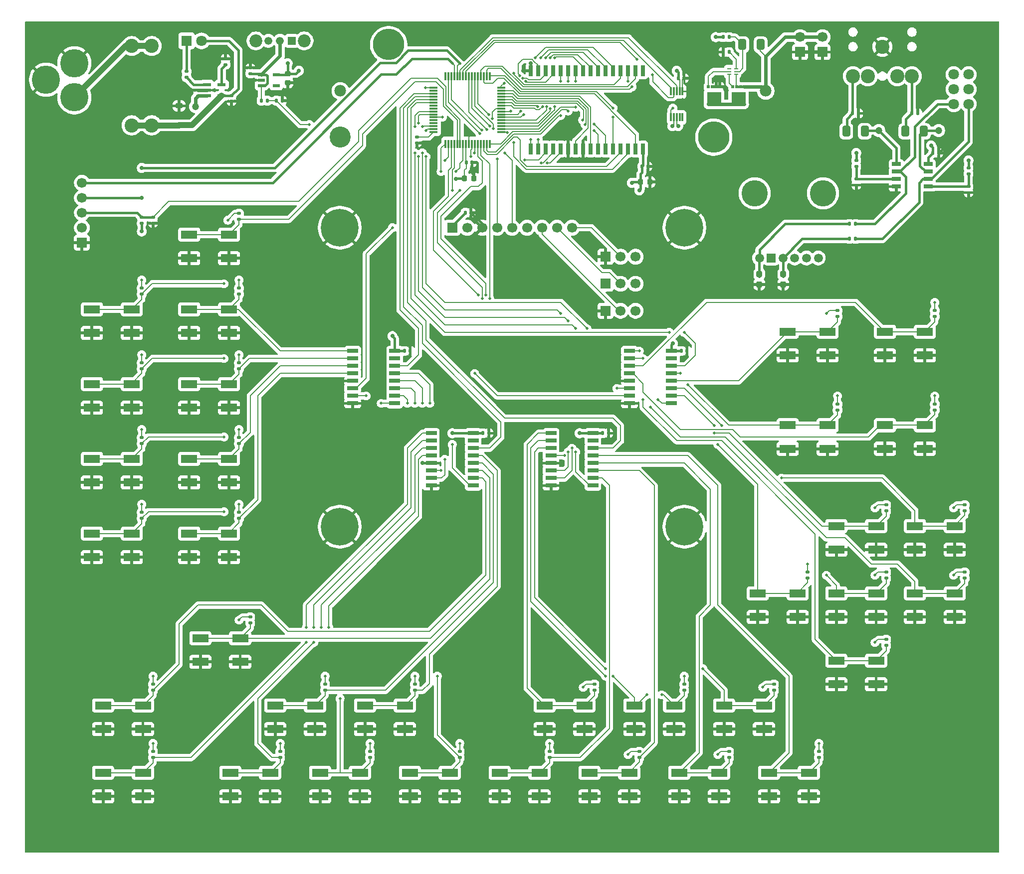
<source format=gbr>
%TF.GenerationSoftware,KiCad,Pcbnew,9.0.1*%
%TF.CreationDate,2025-04-16T22:38:01-05:00*%
%TF.ProjectId,mt,6d742e6b-6963-4616-945f-706362585858,rev?*%
%TF.SameCoordinates,Original*%
%TF.FileFunction,Copper,L1,Top*%
%TF.FilePolarity,Positive*%
%FSLAX46Y46*%
G04 Gerber Fmt 4.6, Leading zero omitted, Abs format (unit mm)*
G04 Created by KiCad (PCBNEW 9.0.1) date 2025-04-16 22:38:01*
%MOMM*%
%LPD*%
G01*
G04 APERTURE LIST*
G04 Aperture macros list*
%AMRoundRect*
0 Rectangle with rounded corners*
0 $1 Rounding radius*
0 $2 $3 $4 $5 $6 $7 $8 $9 X,Y pos of 4 corners*
0 Add a 4 corners polygon primitive as box body*
4,1,4,$2,$3,$4,$5,$6,$7,$8,$9,$2,$3,0*
0 Add four circle primitives for the rounded corners*
1,1,$1+$1,$2,$3*
1,1,$1+$1,$4,$5*
1,1,$1+$1,$6,$7*
1,1,$1+$1,$8,$9*
0 Add four rect primitives between the rounded corners*
20,1,$1+$1,$2,$3,$4,$5,0*
20,1,$1+$1,$4,$5,$6,$7,0*
20,1,$1+$1,$6,$7,$8,$9,0*
20,1,$1+$1,$8,$9,$2,$3,0*%
G04 Aperture macros list end*
%TA.AperFunction,SMDPad,CuDef*%
%ADD10RoundRect,0.250000X0.412500X0.650000X-0.412500X0.650000X-0.412500X-0.650000X0.412500X-0.650000X0*%
%TD*%
%TA.AperFunction,SMDPad,CuDef*%
%ADD11RoundRect,0.237500X-0.237500X0.300000X-0.237500X-0.300000X0.237500X-0.300000X0.237500X0.300000X0*%
%TD*%
%TA.AperFunction,SMDPad,CuDef*%
%ADD12RoundRect,0.250000X-0.412500X-0.650000X0.412500X-0.650000X0.412500X0.650000X-0.412500X0.650000X0*%
%TD*%
%TA.AperFunction,SMDPad,CuDef*%
%ADD13RoundRect,0.135000X-0.185000X0.135000X-0.185000X-0.135000X0.185000X-0.135000X0.185000X0.135000X0*%
%TD*%
%TA.AperFunction,SMDPad,CuDef*%
%ADD14RoundRect,0.135000X0.185000X-0.135000X0.185000X0.135000X-0.185000X0.135000X-0.185000X-0.135000X0*%
%TD*%
%TA.AperFunction,SMDPad,CuDef*%
%ADD15RoundRect,0.135000X-0.135000X-0.185000X0.135000X-0.185000X0.135000X0.185000X-0.135000X0.185000X0*%
%TD*%
%TA.AperFunction,ComponentPad*%
%ADD16R,1.337000X1.337000*%
%TD*%
%TA.AperFunction,ComponentPad*%
%ADD17C,1.337000*%
%TD*%
%TA.AperFunction,ComponentPad*%
%ADD18C,2.190000*%
%TD*%
%TA.AperFunction,SMDPad,CuDef*%
%ADD19RoundRect,0.140000X-0.140000X-0.170000X0.140000X-0.170000X0.140000X0.170000X-0.140000X0.170000X0*%
%TD*%
%TA.AperFunction,SMDPad,CuDef*%
%ADD20R,0.800000X0.250000*%
%TD*%
%TA.AperFunction,SMDPad,CuDef*%
%ADD21R,0.700000X0.250000*%
%TD*%
%TA.AperFunction,SMDPad,CuDef*%
%ADD22RoundRect,0.140000X0.170000X-0.140000X0.170000X0.140000X-0.170000X0.140000X-0.170000X-0.140000X0*%
%TD*%
%TA.AperFunction,SMDPad,CuDef*%
%ADD23RoundRect,0.140000X-0.170000X0.140000X-0.170000X-0.140000X0.170000X-0.140000X0.170000X0.140000X0*%
%TD*%
%TA.AperFunction,SMDPad,CuDef*%
%ADD24R,2.750000X1.400000*%
%TD*%
%TA.AperFunction,SMDPad,CuDef*%
%ADD25RoundRect,0.225000X-0.225000X-0.250000X0.225000X-0.250000X0.225000X0.250000X-0.225000X0.250000X0*%
%TD*%
%TA.AperFunction,ComponentPad*%
%ADD26C,2.400000*%
%TD*%
%TA.AperFunction,ComponentPad*%
%ADD27R,1.700000X1.700000*%
%TD*%
%TA.AperFunction,ComponentPad*%
%ADD28C,1.700000*%
%TD*%
%TA.AperFunction,SMDPad,CuDef*%
%ADD29RoundRect,0.225000X0.375000X-0.225000X0.375000X0.225000X-0.375000X0.225000X-0.375000X-0.225000X0*%
%TD*%
%TA.AperFunction,SMDPad,CuDef*%
%ADD30R,1.528000X0.650000*%
%TD*%
%TA.AperFunction,SMDPad,CuDef*%
%ADD31RoundRect,0.135000X0.135000X0.185000X-0.135000X0.185000X-0.135000X-0.185000X0.135000X-0.185000X0*%
%TD*%
%TA.AperFunction,SMDPad,CuDef*%
%ADD32R,0.500000X0.630000*%
%TD*%
%TA.AperFunction,SMDPad,CuDef*%
%ADD33R,0.500000X0.410000*%
%TD*%
%TA.AperFunction,SMDPad,CuDef*%
%ADD34R,2.450000X1.900000*%
%TD*%
%TA.AperFunction,ComponentPad*%
%ADD35R,1.500000X1.500000*%
%TD*%
%TA.AperFunction,ComponentPad*%
%ADD36C,1.500000*%
%TD*%
%TA.AperFunction,ComponentPad*%
%ADD37C,4.455000*%
%TD*%
%TA.AperFunction,ComponentPad*%
%ADD38C,0.800000*%
%TD*%
%TA.AperFunction,ComponentPad*%
%ADD39C,6.400000*%
%TD*%
%TA.AperFunction,SMDPad,CuDef*%
%ADD40R,0.300000X1.475000*%
%TD*%
%TA.AperFunction,SMDPad,CuDef*%
%ADD41R,1.475000X0.300000*%
%TD*%
%TA.AperFunction,SMDPad,CuDef*%
%ADD42R,1.825000X0.700000*%
%TD*%
%TA.AperFunction,ComponentPad*%
%ADD43C,1.800000*%
%TD*%
%TA.AperFunction,ComponentPad*%
%ADD44C,4.800000*%
%TD*%
%TA.AperFunction,SMDPad,CuDef*%
%ADD45R,1.200000X0.600000*%
%TD*%
%TA.AperFunction,SMDPad,CuDef*%
%ADD46R,0.700000X1.850000*%
%TD*%
%TA.AperFunction,SMDPad,CuDef*%
%ADD47R,0.300000X1.400000*%
%TD*%
%TA.AperFunction,ComponentPad*%
%ADD48R,1.800000X1.800000*%
%TD*%
%TA.AperFunction,SMDPad,CuDef*%
%ADD49R,1.400000X0.600000*%
%TD*%
%TA.AperFunction,SMDPad,CuDef*%
%ADD50RoundRect,0.225000X-0.250000X0.225000X-0.250000X-0.225000X0.250000X-0.225000X0.250000X0.225000X0*%
%TD*%
%TA.AperFunction,ComponentPad*%
%ADD51C,1.980000*%
%TD*%
%TA.AperFunction,ComponentPad*%
%ADD52C,5.325000*%
%TD*%
%TA.AperFunction,ComponentPad*%
%ADD53C,3.585000*%
%TD*%
%TA.AperFunction,ViaPad*%
%ADD54C,0.500000*%
%TD*%
%TA.AperFunction,ViaPad*%
%ADD55C,0.700000*%
%TD*%
%TA.AperFunction,ViaPad*%
%ADD56C,1.200000*%
%TD*%
%TA.AperFunction,Conductor*%
%ADD57C,0.600000*%
%TD*%
%TA.AperFunction,Conductor*%
%ADD58C,0.200000*%
%TD*%
%TA.AperFunction,Conductor*%
%ADD59C,0.400000*%
%TD*%
%TA.AperFunction,Conductor*%
%ADD60C,1.000000*%
%TD*%
G04 APERTURE END LIST*
D10*
%TO.P,C13,1*%
%TO.N,R*%
X201333500Y-36957000D03*
%TO.P,C13,2*%
%TO.N,Net-(J3-RING)*%
X198208500Y-36957000D03*
%TD*%
%TO.P,C12,1*%
%TO.N,L*%
X191300500Y-36957000D03*
%TO.P,C12,2*%
%TO.N,Net-(J3-TIP)*%
X188175500Y-36957000D03*
%TD*%
D11*
%TO.P,C10,1*%
%TO.N,Net-(C10-Pad1)*%
X177466000Y-61232500D03*
%TO.P,C10,2*%
%TO.N,GND*%
X177466000Y-62957500D03*
%TD*%
%TO.P,C9,1*%
%TO.N,Net-(C9-Pad1)*%
X173402000Y-61232500D03*
%TO.P,C9,2*%
%TO.N,GND*%
X173402000Y-62957500D03*
%TD*%
D12*
%TO.P,C3,1*%
%TO.N,Net-(IC2-BAT)*%
X170522500Y-22225000D03*
%TO.P,C3,2*%
%TO.N,Net-(IC2-VSS)*%
X173647500Y-22225000D03*
%TD*%
D13*
%TO.P,R16,1*%
%TO.N,VDD*%
X68580000Y-63625000D03*
%TO.P,R16,2*%
%TO.N,Net-(IC8-0)*%
X68580000Y-64645000D03*
%TD*%
D14*
%TO.P,R2,1*%
%TO.N,Net-(IC1-PROG)*%
X82804000Y-25656000D03*
%TO.P,R2,2*%
%TO.N,GND*%
X82804000Y-24636000D03*
%TD*%
D15*
%TO.P,R14,1*%
%TO.N,Net-(J3-TIP)*%
X189228000Y-33909000D03*
%TO.P,R14,2*%
%TO.N,GND*%
X190248000Y-33909000D03*
%TD*%
D16*
%TO.P,S1,1,1*%
%TO.N,unconnected-(S1-Pad1)*%
X94054000Y-21590000D03*
D17*
%TO.P,S1,2,2*%
%TO.N,Net-(IC3-EN)*%
X92054000Y-21590000D03*
%TO.P,S1,3,3*%
%TO.N,CELL+*%
X90054000Y-21590000D03*
D18*
%TO.P,S1,4,MH1*%
%TO.N,unconnected-(S1-MH1-Pad4)*%
X96154000Y-21590000D03*
%TO.P,S1,5,MH2*%
%TO.N,unconnected-(S1-MH2-Pad5)*%
X87954000Y-21590000D03*
%TD*%
D19*
%TO.P,C20,1*%
%TO.N,VDD*%
X123500000Y-50800000D03*
%TO.P,C20,2*%
%TO.N,GND*%
X124460000Y-50800000D03*
%TD*%
%TO.P,C11,1*%
%TO.N,VDD*%
X202875000Y-40640000D03*
%TO.P,C11,2*%
%TO.N,GND*%
X203835000Y-40640000D03*
%TD*%
D13*
%TO.P,R17,1*%
%TO.N,VDD*%
X85090000Y-63625000D03*
%TO.P,R17,2*%
%TO.N,Net-(IC8-4)*%
X85090000Y-64645000D03*
%TD*%
%TO.P,R36,1*%
%TO.N,VDD*%
X168275000Y-142365000D03*
%TO.P,R36,2*%
%TO.N,Net-(IC10-2)*%
X168275000Y-143385000D03*
%TD*%
D15*
%TO.P,R7,1*%
%TO.N,Net-(C9-Pad1)*%
X188720000Y-52705000D03*
%TO.P,R7,2*%
%TO.N,RV1A*%
X189740000Y-52705000D03*
%TD*%
D13*
%TO.P,R26,1*%
%TO.N,VDD*%
X86995000Y-119505000D03*
%TO.P,R26,2*%
%TO.N,Net-(IC9-1)*%
X86995000Y-120525000D03*
%TD*%
%TO.P,R39,1*%
%TO.N,VDD*%
X208280000Y-100455000D03*
%TO.P,R39,2*%
%TO.N,Net-(IC10-7)*%
X208280000Y-101475000D03*
%TD*%
%TO.P,R19,1*%
%TO.N,VDD*%
X85090000Y-76325000D03*
%TO.P,R19,2*%
%TO.N,Net-(IC8-5)*%
X85090000Y-77345000D03*
%TD*%
D20*
%TO.P,IC2,1,NC*%
%TO.N,unconnected-(IC2-NC-Pad1)*%
X168325000Y-26305000D03*
D21*
%TO.P,IC2,2,COUT*%
%TO.N,Net-(IC2-COUT)*%
X168275000Y-26805000D03*
%TO.P,IC2,3,DOUT*%
%TO.N,Net-(IC2-DOUT)*%
X168275000Y-27305000D03*
%TO.P,IC2,4,VSS*%
%TO.N,Net-(IC2-VSS)*%
X169475000Y-27305000D03*
%TO.P,IC2,5,BAT*%
%TO.N,Net-(IC2-BAT)*%
X169475000Y-26805000D03*
%TO.P,IC2,6,V-*%
%TO.N,Net-(IC2-V-)*%
X169475000Y-26305000D03*
%TD*%
D15*
%TO.P,R3,1*%
%TO.N,GND*%
X167255000Y-23495000D03*
%TO.P,R3,2*%
%TO.N,Net-(IC2-V-)*%
X168275000Y-23495000D03*
%TD*%
D22*
%TO.P,C4,1*%
%TO.N,Net-(IC3-EN)*%
X86995000Y-27150000D03*
%TO.P,C4,2*%
%TO.N,GND*%
X86995000Y-26190000D03*
%TD*%
D23*
%TO.P,C2,1*%
%TO.N,Net-(D1-A)*%
X83820000Y-30889000D03*
%TO.P,C2,2*%
%TO.N,GND*%
X83820000Y-31849000D03*
%TD*%
D13*
%TO.P,R21,1*%
%TO.N,VDD*%
X85090000Y-89025000D03*
%TO.P,R21,2*%
%TO.N,Net-(IC8-6)*%
X85090000Y-90045000D03*
%TD*%
D24*
%TO.P,S3,1,1*%
%TO.N,Net-(IC8-4)*%
X76635000Y-67215000D03*
%TO.P,S3,2,2*%
X83385000Y-67215000D03*
%TO.P,S3,3,3*%
%TO.N,GND*%
X76635000Y-71215000D03*
%TO.P,S3,4,4*%
X83385000Y-71215000D03*
%TD*%
%TO.P,S5,1,1*%
%TO.N,Net-(IC8-5)*%
X76635000Y-79915000D03*
%TO.P,S5,2,2*%
X83385000Y-79915000D03*
%TO.P,S5,3,3*%
%TO.N,GND*%
X76635000Y-83915000D03*
%TO.P,S5,4,4*%
X83385000Y-83915000D03*
%TD*%
D13*
%TO.P,R38,1*%
%TO.N,VDD*%
X183515000Y-142365000D03*
%TO.P,R38,2*%
%TO.N,Net-(IC10-3)*%
X183515000Y-143385000D03*
%TD*%
D24*
%TO.P,S20,1,1*%
%TO.N,Net-(IC10-1)*%
X144580000Y-145955000D03*
%TO.P,S20,2,2*%
X151330000Y-145955000D03*
%TO.P,S20,3,3*%
%TO.N,GND*%
X144580000Y-149955000D03*
%TO.P,S20,4,4*%
X151330000Y-149955000D03*
%TD*%
D13*
%TO.P,R24,1*%
%TO.N,VDD*%
X70485000Y-130935000D03*
%TO.P,R24,2*%
%TO.N,Net-(IC9-0)*%
X70485000Y-131955000D03*
%TD*%
%TO.P,R34,1*%
%TO.N,VDD*%
X153035000Y-142365000D03*
%TO.P,R34,2*%
%TO.N,Net-(IC10-1)*%
X153035000Y-143385000D03*
%TD*%
D25*
%TO.P,C15,1*%
%TO.N,VDD*%
X123387091Y-44958000D03*
%TO.P,C15,2*%
%TO.N,GND*%
X124937091Y-44958000D03*
%TD*%
D26*
%TO.P,J2,1,1*%
%TO.N,Net-(J1-POWER)*%
X70280000Y-22475000D03*
%TO.P,J2,2,2*%
%TO.N,Net-(D1-A)*%
X70280000Y-35945000D03*
%TO.P,J2,3,3*%
%TO.N,Net-(J1-POWER)*%
X66880000Y-22475000D03*
%TO.P,J2,4,4*%
%TO.N,Net-(D1-A)*%
X66880000Y-35945000D03*
%TD*%
D13*
%TO.P,R32,1*%
%TO.N,VDD*%
X137795000Y-142365000D03*
%TO.P,R32,2*%
%TO.N,Net-(IC10-0)*%
X137795000Y-143385000D03*
%TD*%
D19*
%TO.P,C22,1*%
%TO.N,VDD*%
X113185000Y-74295000D03*
%TO.P,C22,2*%
%TO.N,GND*%
X114145000Y-74295000D03*
%TD*%
%TO.P,C23,1*%
%TO.N,VDD*%
X126520000Y-88265000D03*
%TO.P,C23,2*%
%TO.N,GND*%
X127480000Y-88265000D03*
%TD*%
D13*
%TO.P,R29,1*%
%TO.N,VDD*%
X107315000Y-142365000D03*
%TO.P,R29,2*%
%TO.N,Net-(IC9-6)*%
X107315000Y-143385000D03*
%TD*%
D24*
%TO.P,S14,1,1*%
%TO.N,Net-(IC9-2)*%
X91240000Y-134525000D03*
%TO.P,S14,2,2*%
X97990000Y-134525000D03*
%TO.P,S14,3,3*%
%TO.N,GND*%
X91240000Y-138525000D03*
%TO.P,S14,4,4*%
X97990000Y-138525000D03*
%TD*%
D13*
%TO.P,R49,1*%
%TO.N,VDD*%
X194945000Y-111885000D03*
%TO.P,R49,2*%
%TO.N,Ex_1*%
X194945000Y-112905000D03*
%TD*%
D27*
%TO.P,J5,1,Pin_1*%
%TO.N,VDD*%
X121285000Y-53340000D03*
D28*
%TO.P,J5,2,Pin_2*%
%TO.N,unconnected-(J5-Pin_2-Pad2)*%
X123825000Y-53340000D03*
%TO.P,J5,3,Pin_3*%
%TO.N,GND*%
X126365000Y-53340000D03*
%TO.P,J5,4,Pin_4*%
%TO.N,SPI0_SCK*%
X128905000Y-53340000D03*
%TO.P,J5,5,Pin_5*%
%TO.N,SPI0_PICO*%
X131445000Y-53340000D03*
%TO.P,J5,6,Pin_6*%
%TO.N,SPI0_CS0*%
X133985000Y-53340000D03*
%TO.P,J5,7,Pin_7*%
%TO.N,Net-(J5-Pin_7)*%
X136525000Y-53340000D03*
%TO.P,J5,8,Pin_8*%
%TO.N,Net-(J5-Pin_8)*%
X139065000Y-53340000D03*
%TO.P,J5,9,Pin_9*%
%TO.N,Net-(J5-Pin_9)*%
X141605000Y-53340000D03*
%TD*%
D19*
%TO.P,C25,1*%
%TO.N,VDD*%
X160175000Y-74295000D03*
%TO.P,C25,2*%
%TO.N,GND*%
X161135000Y-74295000D03*
%TD*%
D27*
%TO.P,J7,1,Pin_1*%
%TO.N,GND*%
X147320000Y-62865000D03*
D28*
%TO.P,J7,2,Pin_2*%
%TO.N,Net-(J5-Pin_8)*%
X149860000Y-62865000D03*
%TO.P,J7,3,Pin_3*%
%TO.N,VDD*%
X152400000Y-62865000D03*
%TD*%
D13*
%TO.P,R18,1*%
%TO.N,VDD*%
X68580000Y-76325000D03*
%TO.P,R18,2*%
%TO.N,Net-(IC8-1)*%
X68580000Y-77345000D03*
%TD*%
D23*
%TO.P,C14,1*%
%TO.N,NRST*%
X70485000Y-51590000D03*
%TO.P,C14,2*%
%TO.N,GND*%
X70485000Y-52550000D03*
%TD*%
D13*
%TO.P,R25,1*%
%TO.N,VDD*%
X70485000Y-142365000D03*
%TO.P,R25,2*%
%TO.N,Net-(IC9-4)*%
X70485000Y-143385000D03*
%TD*%
D29*
%TO.P,D2,1,K*%
%TO.N,Net-(D1-A)*%
X74930000Y-35940000D03*
%TO.P,D2,2,A*%
%TO.N,GND*%
X74930000Y-32640000D03*
%TD*%
D27*
%TO.P,J6,1,Pin_1*%
%TO.N,GND*%
X147320000Y-67455000D03*
D28*
%TO.P,J6,2,Pin_2*%
%TO.N,Net-(J5-Pin_7)*%
X149860000Y-67455000D03*
%TO.P,J6,3,Pin_3*%
%TO.N,VDD*%
X152400000Y-67455000D03*
%TD*%
D30*
%TO.P,IC4,1,OUT1*%
%TO.N,L*%
X196679000Y-42545000D03*
%TO.P,IC4,2,IN1-*%
%TO.N,RV1A*%
X196679000Y-43815000D03*
%TO.P,IC4,3,IN1+*%
%TO.N,Net-(IC4-IN1+)*%
X196679000Y-45085000D03*
%TO.P,IC4,4,V-*%
%TO.N,GND*%
X196679000Y-46355000D03*
%TO.P,IC4,5,IN2+*%
%TO.N,Net-(IC4-IN2+)*%
X202101000Y-46355000D03*
%TO.P,IC4,6,IN2-*%
%TO.N,RV2A*%
X202101000Y-45085000D03*
%TO.P,IC4,7,OUT2*%
%TO.N,R*%
X202101000Y-43815000D03*
%TO.P,IC4,8,V+*%
%TO.N,VDD*%
X202101000Y-42545000D03*
%TD*%
D31*
%TO.P,R5,1*%
%TO.N,VBAT*%
X89899000Y-31750000D03*
%TO.P,R5,2*%
%TO.N,Net-(IC3-EN)*%
X88879000Y-31750000D03*
%TD*%
D32*
%TO.P,Q2,1,S_1*%
%TO.N,Net-(IC2-VSS)*%
X170860000Y-29405000D03*
%TO.P,Q2,2,S_2*%
X170210000Y-29405000D03*
%TO.P,Q2,3,S_3*%
X169560000Y-29405000D03*
%TO.P,Q2,4,G*%
%TO.N,Net-(IC2-DOUT)*%
X168910000Y-29405000D03*
D33*
%TO.P,Q2,5,D_1*%
%TO.N,Net-(Q1-D_1)*%
X168910000Y-32385000D03*
%TO.P,Q2,6,D_2*%
X169560000Y-32385000D03*
%TO.P,Q2,7,D_3*%
X170210000Y-32385000D03*
%TO.P,Q2,8,D_4*%
X170860000Y-32385000D03*
D34*
%TO.P,Q2,9*%
%TO.N,N/C*%
X169885000Y-31230000D03*
%TD*%
D25*
%TO.P,C18,1*%
%TO.N,VDD*%
X153268091Y-45575454D03*
%TO.P,C18,2*%
%TO.N,GND*%
X154818091Y-45575454D03*
%TD*%
D35*
%TO.P,VR2,A1,A1*%
%TO.N,DACL*%
X175435000Y-58490000D03*
D36*
%TO.P,VR2,A2,A2*%
%TO.N,Net-(C9-Pad1)*%
X173435000Y-58490000D03*
%TO.P,VR2,A3,A3*%
%TO.N,unconnected-(VR2-PadA3)*%
X183435000Y-58490000D03*
%TO.P,VR2,B1,B1*%
%TO.N,Net-(C10-Pad1)*%
X177435000Y-58490000D03*
%TO.P,VR2,B2,B2*%
%TO.N,DACR*%
X179435000Y-58490000D03*
%TO.P,VR2,B3,B3*%
%TO.N,unconnected-(VR2-PadB3)*%
X181435000Y-58490000D03*
D37*
%TO.P,VR2,MH1,MH1*%
%TO.N,unconnected-(VR2-PadMH1)*%
X172635000Y-47490000D03*
%TO.P,VR2,MH2,MH2*%
%TO.N,unconnected-(VR2-PadMH2)*%
X184235000Y-47490000D03*
%TD*%
D38*
%TO.P,H1,1,1*%
%TO.N,GND*%
X99795000Y-53340000D03*
X100497944Y-51642944D03*
X100497944Y-55037056D03*
X102195000Y-50940000D03*
D39*
X102195000Y-53340000D03*
D38*
X102195000Y-55740000D03*
X103892056Y-51642944D03*
X103892056Y-55037056D03*
X104595000Y-53340000D03*
%TD*%
D13*
%TO.P,R45,1*%
%TO.N,VDD*%
X203200000Y-67435000D03*
%TO.P,R45,2*%
%TO.N,Net-(IC11-6)*%
X203200000Y-68455000D03*
%TD*%
%TO.P,R42,1*%
%TO.N,VDD*%
X181610000Y-111885000D03*
%TO.P,R42,2*%
%TO.N,Net-(IC11-1)*%
X181610000Y-112905000D03*
%TD*%
D40*
%TO.P,IC5,1,PB13*%
%TO.N,A13*%
X127622091Y-27601454D03*
%TO.P,IC5,2,PB14*%
%TO.N,A14*%
X127122091Y-27601454D03*
%TO.P,IC5,3,PB15*%
%TO.N,A15*%
X126622091Y-27601454D03*
%TO.P,IC5,4,PB16*%
%TO.N,A16*%
X126122091Y-27601454D03*
%TO.P,IC5,5,PA12_/_FCC_IN*%
%TO.N,I{slash}O4*%
X125622091Y-27601454D03*
%TO.P,IC5,6,PA13*%
%TO.N,I{slash}O5*%
X125122091Y-27601454D03*
%TO.P,IC5,7,PA14_/_CLK_OUT_/_A0_12*%
%TO.N,I{slash}O6*%
X124622091Y-27601454D03*
%TO.P,IC5,8,PA15_/_A1_0*%
%TO.N,I{slash}O7*%
X124122091Y-27601454D03*
%TO.P,IC5,9,PA16_/A1_1_/FCC_IN*%
%TO.N,~SYNC*%
X123622091Y-27601454D03*
%TO.P,IC5,10,PA17_/_A1_2*%
%TO.N,SPI1_SCK*%
X123122091Y-27601454D03*
%TO.P,IC5,11,PA18_/_A1_3*%
%TO.N,SPI1_PICO*%
X122622091Y-27601454D03*
%TO.P,IC5,12,PA19_/_SWDIO*%
%TO.N,SWDIO*%
X122122091Y-27601454D03*
%TO.P,IC5,13,PA20_/_SWCLK*%
%TO.N,SWCLK*%
X121622091Y-27601454D03*
%TO.P,IC5,14,PB17_/_A1_4*%
%TO.N,SPI0_PICO*%
X121122091Y-27601454D03*
%TO.P,IC5,15,PB18_/_A1_5*%
%TO.N,SPI0_SCK*%
X120622091Y-27601454D03*
%TO.P,IC5,16,PB19_/_A1_6*%
%TO.N,unconnected-(IC5-PB19_{slash}_A1_6-Pad16)*%
X120122091Y-27601454D03*
D41*
%TO.P,IC5,17,PA21_/_A1_7_/_VREF-*%
%TO.N,VBAT*%
X118134091Y-29589454D03*
%TO.P,IC5,18,PA22_/_CLK_OUT_/_A0_7*%
%TO.N,unconnected-(IC5-PA22_{slash}_CLK_OUT_{slash}_A0_7-Pad18)*%
X118134091Y-30089454D03*
%TO.P,IC5,19,PB20_/_A0_6*%
%TO.N,E0_GS*%
X118134091Y-30589454D03*
%TO.P,IC5,20,PB21*%
%TO.N,E1_GS*%
X118134091Y-31089454D03*
%TO.P,IC5,21,PB22*%
%TO.N,E2_GS*%
X118134091Y-31589454D03*
%TO.P,IC5,22,PB23*%
%TO.N,E3_GS*%
X118134091Y-32089454D03*
%TO.P,IC5,23,PB24_/_A0_5*%
%TO.N,unconnected-(IC5-PB24_{slash}_A0_5-Pad23)*%
X118134091Y-32589454D03*
%TO.P,IC5,24,PA23_VREF+*%
%TO.N,unconnected-(IC5-PA23_VREF+-Pad24)*%
X118134091Y-33089454D03*
%TO.P,IC5,25,PA24_/_A0_3*%
%TO.N,E2_0*%
X118134091Y-33589454D03*
%TO.P,IC5,26,PA25_/_A0_2*%
%TO.N,E2_1*%
X118134091Y-34089454D03*
%TO.P,IC5,27,PB25_/_A0_4*%
%TO.N,SPI0_CS0*%
X118134091Y-34589454D03*
%TO.P,IC5,28,PB26*%
%TO.N,unconnected-(IC5-PB26-Pad28)*%
X118134091Y-35089454D03*
%TO.P,IC5,29,PB27*%
%TO.N,unconnected-(IC5-PB27-Pad29)*%
X118134091Y-35589454D03*
%TO.P,IC5,30,PA26_/_A0_1*%
%TO.N,E2_2*%
X118134091Y-36089454D03*
%TO.P,IC5,31,PA27/_A0_0*%
%TO.N,E3_0*%
X118134091Y-36589454D03*
%TO.P,IC5,32,VCORE*%
%TO.N,Net-(IC5-VCORE)*%
X118134091Y-37089454D03*
D40*
%TO.P,IC5,33,PA0_/_FCC_IN*%
%TO.N,E0_0*%
X120122091Y-39077454D03*
%TO.P,IC5,34,PA1*%
%TO.N,E0_1*%
X120622091Y-39077454D03*
%TO.P,IC5,35,PA28*%
%TO.N,E3_1*%
X121122091Y-39077454D03*
%TO.P,IC5,36,PA29*%
%TO.N,E3_2*%
X121622091Y-39077454D03*
%TO.P,IC5,37,PA30*%
%TO.N,Ex_0*%
X122122091Y-39077454D03*
%TO.P,IC5,38,NRST*%
%TO.N,NRST*%
X122622091Y-39077454D03*
%TO.P,IC5,39,PA31_/_CLK_OUT*%
%TO.N,Ex_1*%
X123122091Y-39077454D03*
%TO.P,IC5,40,VDD*%
%TO.N,VDD*%
X123622091Y-39077454D03*
%TO.P,IC5,41,VSS*%
%TO.N,GND*%
X124122091Y-39077454D03*
%TO.P,IC5,42,PA2_/_ROSC*%
%TO.N,E0_2*%
X124622091Y-39077454D03*
%TO.P,IC5,43,PA3_/_LFXIN*%
%TO.N,E1_0*%
X125122091Y-39077454D03*
%TO.P,IC5,44,PA4_/_LFCLK_IN_/_LFXOUT*%
%TO.N,E1_1*%
X125622091Y-39077454D03*
%TO.P,IC5,45,PA5_/_HFXIN_/_FCC_IN*%
%TO.N,E1_2*%
X126122091Y-39077454D03*
%TO.P,IC5,46,PA6_/_HFCLK_IN_/_HFXOUT*%
%TO.N,RAM_WR*%
X126622091Y-39077454D03*
%TO.P,IC5,47,PB0*%
%TO.N,A0*%
X127122091Y-39077454D03*
%TO.P,IC5,48,PB1*%
%TO.N,A1*%
X127622091Y-39077454D03*
D41*
%TO.P,IC5,49,PA7_/_CLK_OUT*%
%TO.N,RAM_EN*%
X129610091Y-37089454D03*
%TO.P,IC5,50,PB2*%
%TO.N,A2*%
X129610091Y-36589454D03*
%TO.P,IC5,51,PB3*%
%TO.N,A3*%
X129610091Y-36089454D03*
%TO.P,IC5,52,PB4*%
%TO.N,A4*%
X129610091Y-35589454D03*
%TO.P,IC5,53,PB5*%
%TO.N,A5*%
X129610091Y-35089454D03*
%TO.P,IC5,54,PA8*%
%TO.N,I{slash}O0*%
X129610091Y-34589454D03*
%TO.P,IC5,55,PA9_/_RTC_OUT_/_CLK_OUT*%
%TO.N,I{slash}O1*%
X129610091Y-34089454D03*
%TO.P,IC5,56,PA10_/_CLK_OUT*%
%TO.N,I{slash}O2*%
X129610091Y-33589454D03*
%TO.P,IC5,57,PA11*%
%TO.N,I{slash}O3*%
X129610091Y-33089454D03*
%TO.P,IC5,58,PB6*%
%TO.N,A6*%
X129610091Y-32589454D03*
%TO.P,IC5,59,PB7*%
%TO.N,A7*%
X129610091Y-32089454D03*
%TO.P,IC5,60,PB8*%
%TO.N,A8*%
X129610091Y-31589454D03*
%TO.P,IC5,61,PB9*%
%TO.N,A9*%
X129610091Y-31089454D03*
%TO.P,IC5,62,PB10*%
%TO.N,A10*%
X129610091Y-30589454D03*
%TO.P,IC5,63,PB11_/_CLK_OUT*%
%TO.N,A11*%
X129610091Y-30089454D03*
%TO.P,IC5,64,PB12*%
%TO.N,A12*%
X129610091Y-29589454D03*
%TD*%
D24*
%TO.P,S30,1,1*%
%TO.N,Net-(IC11-2)*%
X178235000Y-71025000D03*
%TO.P,S30,2,2*%
X184985000Y-71025000D03*
%TO.P,S30,3,3*%
%TO.N,GND*%
X178235000Y-75025000D03*
%TO.P,S30,4,4*%
X184985000Y-75025000D03*
%TD*%
D14*
%TO.P,R15,1*%
%TO.N,VDD*%
X68580000Y-52580000D03*
%TO.P,R15,2*%
%TO.N,NRST*%
X68580000Y-51560000D03*
%TD*%
D13*
%TO.P,R31,1*%
%TO.N,VDD*%
X122555000Y-142365000D03*
%TO.P,R31,2*%
%TO.N,Net-(IC9-7)*%
X122555000Y-143385000D03*
%TD*%
%TO.P,R11,1*%
%TO.N,Net-(IC4-IN1+)*%
X189865000Y-45085000D03*
%TO.P,R11,2*%
%TO.N,GND*%
X189865000Y-46105000D03*
%TD*%
D24*
%TO.P,S6,1,1*%
%TO.N,Net-(IC8-2)*%
X60125000Y-92615000D03*
%TO.P,S6,2,2*%
X66875000Y-92615000D03*
%TO.P,S6,3,3*%
%TO.N,GND*%
X60125000Y-96615000D03*
%TO.P,S6,4,4*%
X66875000Y-96615000D03*
%TD*%
D26*
%TO.P,J3,1,SLEEVE*%
%TO.N,GND*%
X194310000Y-22595000D03*
%TO.P,J3,2,TIP*%
%TO.N,Net-(J3-TIP)*%
X189310000Y-27595000D03*
%TO.P,J3,3,RING*%
%TO.N,Net-(J3-RING)*%
X199310000Y-27595000D03*
%TO.P,J3,4,TIP_SWITCH*%
%TO.N,unconnected-(J3-TIP_SWITCH-Pad4)*%
X191810000Y-27595000D03*
%TO.P,J3,5,NP*%
%TO.N,unconnected-(J3-NP-Pad5)*%
X196810000Y-27595000D03*
%TD*%
D27*
%TO.P,J8,1,Pin_1*%
%TO.N,GND*%
X147320000Y-58275000D03*
D28*
%TO.P,J8,2,Pin_2*%
%TO.N,Net-(J5-Pin_9)*%
X149860000Y-58275000D03*
%TO.P,J8,3,Pin_3*%
%TO.N,VDD*%
X152400000Y-58275000D03*
%TD*%
D13*
%TO.P,R30,1*%
%TO.N,VDD*%
X114935000Y-130935000D03*
%TO.P,R30,2*%
%TO.N,Net-(IC9-3)*%
X114935000Y-131955000D03*
%TD*%
D42*
%TO.P,IC11,1,4*%
%TO.N,Net-(IC11-4)*%
X151378000Y-74295000D03*
%TO.P,IC11,2,5*%
%TO.N,Net-(IC11-5)*%
X151378000Y-75565000D03*
%TO.P,IC11,3,6*%
%TO.N,Net-(IC11-6)*%
X151378000Y-76835000D03*
%TO.P,IC11,4,7*%
%TO.N,Net-(IC11-7)*%
X151378000Y-78105000D03*
%TO.P,IC11,5,EI*%
%TO.N,GND*%
X151378000Y-79375000D03*
%TO.P,IC11,6,A2*%
%TO.N,E3_2*%
X151378000Y-80645000D03*
%TO.P,IC11,7,A1*%
%TO.N,E3_1*%
X151378000Y-81915000D03*
%TO.P,IC11,8,GND*%
%TO.N,GND*%
X151378000Y-83185000D03*
%TO.P,IC11,9,A0*%
%TO.N,E3_0*%
X158502000Y-83185000D03*
%TO.P,IC11,10,0*%
%TO.N,Net-(IC11-0)*%
X158502000Y-81915000D03*
%TO.P,IC11,11,1*%
%TO.N,Net-(IC11-1)*%
X158502000Y-80645000D03*
%TO.P,IC11,12,2*%
%TO.N,Net-(IC11-2)*%
X158502000Y-79375000D03*
%TO.P,IC11,13,3*%
%TO.N,Net-(IC11-3)*%
X158502000Y-78105000D03*
%TO.P,IC11,14,GS*%
%TO.N,E3_GS*%
X158502000Y-76835000D03*
%TO.P,IC11,15,EO*%
%TO.N,unconnected-(IC11-EO-Pad15)*%
X158502000Y-75565000D03*
%TO.P,IC11,16,VCC*%
%TO.N,VDD*%
X158502000Y-74295000D03*
%TD*%
D13*
%TO.P,R37,1*%
%TO.N,VDD*%
X175895000Y-130935000D03*
%TO.P,R37,2*%
%TO.N,Net-(IC10-6)*%
X175895000Y-131955000D03*
%TD*%
%TO.P,R41,1*%
%TO.N,VDD*%
X194945000Y-123315000D03*
%TO.P,R41,2*%
%TO.N,Net-(IC11-4)*%
X194945000Y-124335000D03*
%TD*%
%TO.P,R1,1*%
%TO.N,Net-(D1-K)*%
X76200000Y-26795000D03*
%TO.P,R1,2*%
%TO.N,Net-(IC1-STAT)*%
X76200000Y-27815000D03*
%TD*%
D15*
%TO.P,R13,1*%
%TO.N,Net-(J3-RING)*%
X199261000Y-33909000D03*
%TO.P,R13,2*%
%TO.N,GND*%
X200281000Y-33909000D03*
%TD*%
D13*
%TO.P,R27,1*%
%TO.N,VDD*%
X92075000Y-142365000D03*
%TO.P,R27,2*%
%TO.N,Net-(IC9-5)*%
X92075000Y-143385000D03*
%TD*%
D43*
%TO.P,VR1,1,CCW_1*%
%TO.N,RV1A*%
X206415000Y-32305000D03*
%TO.P,VR1,2,WIPER_1*%
%TO.N,L*%
X206415000Y-29805000D03*
%TO.P,VR1,3,CW_1*%
%TO.N,unconnected-(VR1-CW_1-Pad3)*%
X206415000Y-27305000D03*
%TO.P,VR1,4,CCW_2*%
%TO.N,RV2A*%
X208915000Y-32305000D03*
%TO.P,VR1,5,WIPER_2*%
%TO.N,R*%
X208915000Y-29805000D03*
%TO.P,VR1,6,CW_2*%
%TO.N,unconnected-(VR1-CW_2-Pad6)*%
X208915000Y-27305000D03*
%TD*%
D24*
%TO.P,S23,1,1*%
%TO.N,Net-(IC10-6)*%
X167440000Y-134525000D03*
%TO.P,S23,2,2*%
X174190000Y-134525000D03*
%TO.P,S23,3,3*%
%TO.N,GND*%
X167440000Y-138525000D03*
%TO.P,S23,4,4*%
X174190000Y-138525000D03*
%TD*%
D13*
%TO.P,R28,1*%
%TO.N,VDD*%
X99695000Y-130935000D03*
%TO.P,R28,2*%
%TO.N,Net-(IC9-2)*%
X99695000Y-131955000D03*
%TD*%
D38*
%TO.P,H3,1,1*%
%TO.N,GND*%
X99795000Y-104140000D03*
X100497944Y-102442944D03*
X100497944Y-105837056D03*
X102195000Y-101740000D03*
D39*
X102195000Y-104140000D03*
D38*
X102195000Y-106540000D03*
X103892056Y-102442944D03*
X103892056Y-105837056D03*
X104595000Y-104140000D03*
%TD*%
D24*
%TO.P,S34,1,1*%
%TO.N,Ex_0*%
X76635000Y-54515000D03*
%TO.P,S34,2,2*%
X83385000Y-54515000D03*
%TO.P,S34,3,3*%
%TO.N,GND*%
X76635000Y-58515000D03*
%TO.P,S34,4,4*%
X83385000Y-58515000D03*
%TD*%
%TO.P,S29,1,1*%
%TO.N,Net-(IC11-5)*%
X199825000Y-115475000D03*
%TO.P,S29,2,2*%
X206575000Y-115475000D03*
%TO.P,S29,3,3*%
%TO.N,GND*%
X199825000Y-119475000D03*
%TO.P,S29,4,4*%
X206575000Y-119475000D03*
%TD*%
%TO.P,S22,1,1*%
%TO.N,Net-(IC10-2)*%
X159820000Y-145955000D03*
%TO.P,S22,2,2*%
X166570000Y-145955000D03*
%TO.P,S22,3,3*%
%TO.N,GND*%
X159820000Y-149955000D03*
%TO.P,S22,4,4*%
X166570000Y-149955000D03*
%TD*%
D38*
%TO.P,H2,1,1*%
%TO.N,GND*%
X158295000Y-53340000D03*
X158997944Y-51642944D03*
X158997944Y-55037056D03*
X160695000Y-50940000D03*
D39*
X160695000Y-53340000D03*
D38*
X160695000Y-55740000D03*
X162392056Y-51642944D03*
X162392056Y-55037056D03*
X163095000Y-53340000D03*
%TD*%
D13*
%TO.P,R48,1*%
%TO.N,VDD*%
X85090000Y-50925000D03*
%TO.P,R48,2*%
%TO.N,Ex_0*%
X85090000Y-51945000D03*
%TD*%
D27*
%TO.P,J10,1,Pin_1*%
%TO.N,GND*%
X180340000Y-23495000D03*
D28*
%TO.P,J10,2,Pin_2*%
%TO.N,Net-(IC2-VSS)*%
X180340000Y-20955000D03*
%TD*%
D42*
%TO.P,IC9,1,4*%
%TO.N,Net-(IC9-4)*%
X117723000Y-88265000D03*
%TO.P,IC9,2,5*%
%TO.N,Net-(IC9-5)*%
X117723000Y-89535000D03*
%TO.P,IC9,3,6*%
%TO.N,Net-(IC9-6)*%
X117723000Y-90805000D03*
%TO.P,IC9,4,7*%
%TO.N,Net-(IC9-7)*%
X117723000Y-92075000D03*
%TO.P,IC9,5,EI*%
%TO.N,GND*%
X117723000Y-93345000D03*
%TO.P,IC9,6,A2*%
%TO.N,E1_2*%
X117723000Y-94615000D03*
%TO.P,IC9,7,A1*%
%TO.N,E1_1*%
X117723000Y-95885000D03*
%TO.P,IC9,8,GND*%
%TO.N,GND*%
X117723000Y-97155000D03*
%TO.P,IC9,9,A0*%
%TO.N,E1_0*%
X124847000Y-97155000D03*
%TO.P,IC9,10,0*%
%TO.N,Net-(IC9-0)*%
X124847000Y-95885000D03*
%TO.P,IC9,11,1*%
%TO.N,Net-(IC9-1)*%
X124847000Y-94615000D03*
%TO.P,IC9,12,2*%
%TO.N,Net-(IC9-2)*%
X124847000Y-93345000D03*
%TO.P,IC9,13,3*%
%TO.N,Net-(IC9-3)*%
X124847000Y-92075000D03*
%TO.P,IC9,14,GS*%
%TO.N,E1_GS*%
X124847000Y-90805000D03*
%TO.P,IC9,15,EO*%
%TO.N,unconnected-(IC9-EO-Pad15)*%
X124847000Y-89535000D03*
%TO.P,IC9,16,VCC*%
%TO.N,VDD*%
X124847000Y-88265000D03*
%TD*%
D19*
%TO.P,C19,1*%
%TO.N,VDD*%
X153527091Y-42922454D03*
%TO.P,C19,2*%
%TO.N,GND*%
X154487091Y-42922454D03*
%TD*%
D13*
%TO.P,R47,1*%
%TO.N,VDD*%
X203200000Y-83310000D03*
%TO.P,R47,2*%
%TO.N,Net-(IC11-7)*%
X203200000Y-84330000D03*
%TD*%
D14*
%TO.P,R12,1*%
%TO.N,GND*%
X208915000Y-47375000D03*
%TO.P,R12,2*%
%TO.N,Net-(IC4-IN2+)*%
X208915000Y-46355000D03*
%TD*%
D24*
%TO.P,S24,1,1*%
%TO.N,Net-(IC10-3)*%
X175060000Y-145955000D03*
%TO.P,S24,2,2*%
X181810000Y-145955000D03*
%TO.P,S24,3,3*%
%TO.N,GND*%
X175060000Y-149955000D03*
%TO.P,S24,4,4*%
X181810000Y-149955000D03*
%TD*%
%TO.P,S16,1,1*%
%TO.N,Net-(IC9-3)*%
X106480000Y-134525000D03*
%TO.P,S16,2,2*%
X113230000Y-134525000D03*
%TO.P,S16,3,3*%
%TO.N,GND*%
X106480000Y-138525000D03*
%TO.P,S16,4,4*%
X113230000Y-138525000D03*
%TD*%
%TO.P,S32,1,1*%
%TO.N,Net-(IC11-3)*%
X178235000Y-86900000D03*
%TO.P,S32,2,2*%
X184985000Y-86900000D03*
%TO.P,S32,3,3*%
%TO.N,GND*%
X178235000Y-90900000D03*
%TO.P,S32,4,4*%
X184985000Y-90900000D03*
%TD*%
D22*
%TO.P,C1,1*%
%TO.N,CELL+*%
X78105000Y-30960000D03*
%TO.P,C1,2*%
%TO.N,GND*%
X78105000Y-30000000D03*
%TD*%
D24*
%TO.P,S21,1,1*%
%TO.N,Net-(IC10-5)*%
X152200000Y-134525000D03*
%TO.P,S21,2,2*%
X158950000Y-134525000D03*
%TO.P,S21,3,3*%
%TO.N,GND*%
X152200000Y-138525000D03*
%TO.P,S21,4,4*%
X158950000Y-138525000D03*
%TD*%
D19*
%TO.P,C21,1*%
%TO.N,VDD*%
X159667000Y-27940000D03*
%TO.P,C21,2*%
%TO.N,GND*%
X160627000Y-27940000D03*
%TD*%
%TO.P,C16,1*%
%TO.N,VDD*%
X123682091Y-42252454D03*
%TO.P,C16,2*%
%TO.N,GND*%
X124642091Y-42252454D03*
%TD*%
D24*
%TO.P,S9,1,1*%
%TO.N,Net-(IC8-7)*%
X76635000Y-105315000D03*
%TO.P,S9,2,2*%
X83385000Y-105315000D03*
%TO.P,S9,3,3*%
%TO.N,GND*%
X76635000Y-109315000D03*
%TO.P,S9,4,4*%
X83385000Y-109315000D03*
%TD*%
%TO.P,S25,1,1*%
%TO.N,Net-(IC10-7)*%
X199825000Y-104045000D03*
%TO.P,S25,2,2*%
X206575000Y-104045000D03*
%TO.P,S25,3,3*%
%TO.N,GND*%
X199825000Y-108045000D03*
%TO.P,S25,4,4*%
X206575000Y-108045000D03*
%TD*%
%TO.P,S13,1,1*%
%TO.N,Net-(IC9-5)*%
X83620000Y-145955000D03*
%TO.P,S13,2,2*%
X90370000Y-145955000D03*
%TO.P,S13,3,3*%
%TO.N,GND*%
X83620000Y-149955000D03*
%TO.P,S13,4,4*%
X90370000Y-149955000D03*
%TD*%
D13*
%TO.P,R23,1*%
%TO.N,VDD*%
X85090000Y-101725000D03*
%TO.P,R23,2*%
%TO.N,Net-(IC8-7)*%
X85090000Y-102745000D03*
%TD*%
D24*
%TO.P,S17,1,1*%
%TO.N,Net-(IC9-7)*%
X114100000Y-145955000D03*
%TO.P,S17,2,2*%
X120850000Y-145955000D03*
%TO.P,S17,3,3*%
%TO.N,GND*%
X114100000Y-149955000D03*
%TO.P,S17,4,4*%
X120850000Y-149955000D03*
%TD*%
D15*
%TO.P,R8,1*%
%TO.N,Net-(C10-Pad1)*%
X188720000Y-55245000D03*
%TO.P,R8,2*%
%TO.N,RV2A*%
X189740000Y-55245000D03*
%TD*%
D24*
%TO.P,S8,1,1*%
%TO.N,Net-(IC8-3)*%
X60125000Y-105315000D03*
%TO.P,S8,2,2*%
X66875000Y-105315000D03*
%TO.P,S8,3,3*%
%TO.N,GND*%
X60125000Y-109315000D03*
%TO.P,S8,4,4*%
X66875000Y-109315000D03*
%TD*%
D13*
%TO.P,R40,1*%
%TO.N,VDD*%
X194945000Y-100455000D03*
%TO.P,R40,2*%
%TO.N,Net-(IC11-0)*%
X194945000Y-101475000D03*
%TD*%
%TO.P,R20,1*%
%TO.N,VDD*%
X68580000Y-89025000D03*
%TO.P,R20,2*%
%TO.N,Net-(IC8-2)*%
X68580000Y-90045000D03*
%TD*%
%TO.P,R35,1*%
%TO.N,VDD*%
X160655000Y-130935000D03*
%TO.P,R35,2*%
%TO.N,Net-(IC10-5)*%
X160655000Y-131955000D03*
%TD*%
D44*
%TO.P,J1,1,POWER*%
%TO.N,Net-(J1-POWER)*%
X57150000Y-31200000D03*
%TO.P,J1,2,GND_1*%
%TO.N,GND*%
X57150000Y-25400000D03*
%TO.P,J1,3,GND_2*%
X52350000Y-28200000D03*
%TD*%
D24*
%TO.P,S27,1,1*%
%TO.N,Net-(IC11-4)*%
X186490000Y-126905000D03*
%TO.P,S27,2,2*%
X193240000Y-126905000D03*
%TO.P,S27,3,3*%
%TO.N,GND*%
X186490000Y-130905000D03*
%TO.P,S27,4,4*%
X193240000Y-130905000D03*
%TD*%
D23*
%TO.P,C17,1*%
%TO.N,Net-(IC5-VCORE)*%
X115272091Y-37962454D03*
%TO.P,C17,2*%
%TO.N,GND*%
X115272091Y-38922454D03*
%TD*%
D24*
%TO.P,S31,1,1*%
%TO.N,Net-(IC11-6)*%
X194745000Y-71025000D03*
%TO.P,S31,2,2*%
X201495000Y-71025000D03*
%TO.P,S31,3,3*%
%TO.N,GND*%
X194745000Y-75025000D03*
%TO.P,S31,4,4*%
X201495000Y-75025000D03*
%TD*%
D45*
%TO.P,IC3,1,IN*%
%TO.N,Net-(IC3-EN)*%
X88900000Y-27310000D03*
%TO.P,IC3,2,GND*%
%TO.N,GND*%
X88900000Y-28260000D03*
%TO.P,IC3,3,EN*%
%TO.N,Net-(IC3-EN)*%
X88900000Y-29210000D03*
%TO.P,IC3,4,NC*%
%TO.N,unconnected-(IC3-NC-Pad4)*%
X91400000Y-29210000D03*
%TO.P,IC3,5,OUT*%
%TO.N,VDD*%
X91400000Y-27310000D03*
%TD*%
D15*
%TO.P,R6,1*%
%TO.N,VBAT*%
X91419000Y-31750000D03*
%TO.P,R6,2*%
%TO.N,GND*%
X92439000Y-31750000D03*
%TD*%
D14*
%TO.P,R10,1*%
%TO.N,Net-(IC4-IN2+)*%
X208915000Y-44200000D03*
%TO.P,R10,2*%
%TO.N,VDD*%
X208915000Y-43180000D03*
%TD*%
D32*
%TO.P,Q1,1,S_1*%
%TO.N,GND*%
X166710000Y-29405000D03*
%TO.P,Q1,2,S_2*%
X166060000Y-29405000D03*
%TO.P,Q1,3,S_3*%
X165410000Y-29405000D03*
%TO.P,Q1,4,G*%
%TO.N,Net-(IC2-COUT)*%
X164760000Y-29405000D03*
D33*
%TO.P,Q1,5,D_1*%
%TO.N,Net-(Q1-D_1)*%
X164760000Y-32385000D03*
%TO.P,Q1,6,D_2*%
X165410000Y-32385000D03*
%TO.P,Q1,7,D_3*%
X166060000Y-32385000D03*
%TO.P,Q1,8,D_4*%
X166710000Y-32385000D03*
D34*
%TO.P,Q1,9*%
%TO.N,N/C*%
X165735000Y-31230000D03*
%TD*%
D42*
%TO.P,IC8,1,4*%
%TO.N,Net-(IC8-4)*%
X104388000Y-74295000D03*
%TO.P,IC8,2,5*%
%TO.N,Net-(IC8-5)*%
X104388000Y-75565000D03*
%TO.P,IC8,3,6*%
%TO.N,Net-(IC8-6)*%
X104388000Y-76835000D03*
%TO.P,IC8,4,7*%
%TO.N,Net-(IC8-7)*%
X104388000Y-78105000D03*
%TO.P,IC8,5,EI*%
%TO.N,GND*%
X104388000Y-79375000D03*
%TO.P,IC8,6,A2*%
%TO.N,E0_2*%
X104388000Y-80645000D03*
%TO.P,IC8,7,A1*%
%TO.N,E0_1*%
X104388000Y-81915000D03*
%TO.P,IC8,8,GND*%
%TO.N,GND*%
X104388000Y-83185000D03*
%TO.P,IC8,9,A0*%
%TO.N,E0_0*%
X111512000Y-83185000D03*
%TO.P,IC8,10,0*%
%TO.N,Net-(IC8-0)*%
X111512000Y-81915000D03*
%TO.P,IC8,11,1*%
%TO.N,Net-(IC8-1)*%
X111512000Y-80645000D03*
%TO.P,IC8,12,2*%
%TO.N,Net-(IC8-2)*%
X111512000Y-79375000D03*
%TO.P,IC8,13,3*%
%TO.N,Net-(IC8-3)*%
X111512000Y-78105000D03*
%TO.P,IC8,14,GS*%
%TO.N,E0_GS*%
X111512000Y-76835000D03*
%TO.P,IC8,15,EO*%
%TO.N,unconnected-(IC8-EO-Pad15)*%
X111512000Y-75565000D03*
%TO.P,IC8,16,VCC*%
%TO.N,VDD*%
X111512000Y-74295000D03*
%TD*%
D38*
%TO.P,H4,1,1*%
%TO.N,GND*%
X158295000Y-104140000D03*
X158997944Y-102442944D03*
X158997944Y-105837056D03*
X160695000Y-101740000D03*
D39*
X160695000Y-104140000D03*
D38*
X160695000Y-106540000D03*
X162392056Y-102442944D03*
X162392056Y-105837056D03*
X163095000Y-104140000D03*
%TD*%
D13*
%TO.P,R46,1*%
%TO.N,VDD*%
X186690000Y-83310000D03*
%TO.P,R46,2*%
%TO.N,Net-(IC11-3)*%
X186690000Y-84330000D03*
%TD*%
D24*
%TO.P,S12,1,1*%
%TO.N,Net-(IC9-1)*%
X78540000Y-123095000D03*
%TO.P,S12,2,2*%
X85290000Y-123095000D03*
%TO.P,S12,3,3*%
%TO.N,GND*%
X78540000Y-127095000D03*
%TO.P,S12,4,4*%
X85290000Y-127095000D03*
%TD*%
%TO.P,S18,1,1*%
%TO.N,Net-(IC10-0)*%
X129340000Y-145955000D03*
%TO.P,S18,2,2*%
X136090000Y-145955000D03*
%TO.P,S18,3,3*%
%TO.N,GND*%
X129340000Y-149955000D03*
%TO.P,S18,4,4*%
X136090000Y-149955000D03*
%TD*%
%TO.P,S11,1,1*%
%TO.N,Net-(IC9-4)*%
X62030000Y-145955000D03*
%TO.P,S11,2,2*%
X68780000Y-145955000D03*
%TO.P,S11,3,3*%
%TO.N,GND*%
X62030000Y-149955000D03*
%TO.P,S11,4,4*%
X68780000Y-149955000D03*
%TD*%
%TO.P,S7,1,1*%
%TO.N,Net-(IC8-6)*%
X76635000Y-92615000D03*
%TO.P,S7,2,2*%
X83385000Y-92615000D03*
%TO.P,S7,3,3*%
%TO.N,GND*%
X76635000Y-96615000D03*
%TO.P,S7,4,4*%
X83385000Y-96615000D03*
%TD*%
%TO.P,S28,1,1*%
%TO.N,Net-(IC11-1)*%
X173155000Y-115475000D03*
%TO.P,S28,2,2*%
X179905000Y-115475000D03*
%TO.P,S28,3,3*%
%TO.N,GND*%
X173155000Y-119475000D03*
%TO.P,S28,4,4*%
X179905000Y-119475000D03*
%TD*%
%TO.P,S15,1,1*%
%TO.N,Net-(IC9-6)*%
X98860000Y-145955000D03*
%TO.P,S15,2,2*%
X105610000Y-145955000D03*
%TO.P,S15,3,3*%
%TO.N,GND*%
X98860000Y-149955000D03*
%TO.P,S15,4,4*%
X105610000Y-149955000D03*
%TD*%
D46*
%TO.P,IC6,1,NC*%
%TO.N,unconnected-(IC6-NC-Pad1)*%
X153662091Y-26687454D03*
%TO.P,IC6,2,A16*%
%TO.N,A16*%
X152392091Y-26687454D03*
%TO.P,IC6,3,A14*%
%TO.N,A14*%
X151122091Y-26687454D03*
%TO.P,IC6,4,A12*%
%TO.N,A12*%
X149852091Y-26687454D03*
%TO.P,IC6,5,A7*%
%TO.N,A7*%
X148582091Y-26687454D03*
%TO.P,IC6,6,A6*%
%TO.N,A6*%
X147312091Y-26687454D03*
%TO.P,IC6,7,A5*%
%TO.N,A5*%
X146042091Y-26687454D03*
%TO.P,IC6,8,A4*%
%TO.N,A4*%
X144772091Y-26687454D03*
%TO.P,IC6,9,A3*%
%TO.N,A3*%
X143502091Y-26687454D03*
%TO.P,IC6,10,A2*%
%TO.N,A2*%
X142232091Y-26687454D03*
%TO.P,IC6,11,A1*%
%TO.N,A1*%
X140962091Y-26687454D03*
%TO.P,IC6,12,A0*%
%TO.N,A0*%
X139692091Y-26687454D03*
%TO.P,IC6,13,I/O0*%
%TO.N,I{slash}O0*%
X138422091Y-26687454D03*
%TO.P,IC6,14,I/O1*%
%TO.N,I{slash}O1*%
X137152091Y-26687454D03*
%TO.P,IC6,15,I/O2*%
%TO.N,I{slash}O2*%
X135882091Y-26687454D03*
%TO.P,IC6,16,GND*%
%TO.N,GND*%
X134612091Y-26687454D03*
%TO.P,IC6,17,I/O3*%
%TO.N,I{slash}O3*%
X134612091Y-39987454D03*
%TO.P,IC6,18,I/O4*%
%TO.N,I{slash}O4*%
X135882091Y-39987454D03*
%TO.P,IC6,19,I/O5*%
%TO.N,I{slash}O5*%
X137152091Y-39987454D03*
%TO.P,IC6,20,I/O6*%
%TO.N,I{slash}O6*%
X138422091Y-39987454D03*
%TO.P,IC6,21,I/O7*%
%TO.N,I{slash}O7*%
X139692091Y-39987454D03*
%TO.P,IC6,22,~{CS1}*%
%TO.N,GND*%
X140962091Y-39987454D03*
%TO.P,IC6,23,A10*%
%TO.N,A10*%
X142232091Y-39987454D03*
%TO.P,IC6,24,~{OE}*%
%TO.N,GND*%
X143502091Y-39987454D03*
%TO.P,IC6,25,A11*%
%TO.N,A11*%
X144772091Y-39987454D03*
%TO.P,IC6,26,A9*%
%TO.N,A9*%
X146042091Y-39987454D03*
%TO.P,IC6,27,A8*%
%TO.N,A8*%
X147312091Y-39987454D03*
%TO.P,IC6,28,A13*%
%TO.N,A13*%
X148582091Y-39987454D03*
%TO.P,IC6,29,~{WE}*%
%TO.N,RAM_WR*%
X149852091Y-39987454D03*
%TO.P,IC6,30,CS2*%
%TO.N,RAM_EN*%
X151122091Y-39987454D03*
%TO.P,IC6,31,A15*%
%TO.N,A15*%
X152392091Y-39987454D03*
%TO.P,IC6,32,VDD*%
%TO.N,VDD*%
X153662091Y-39987454D03*
%TD*%
D24*
%TO.P,S33,1,1*%
%TO.N,Net-(IC11-7)*%
X194745000Y-86900000D03*
%TO.P,S33,2,2*%
X201495000Y-86900000D03*
%TO.P,S33,3,3*%
%TO.N,GND*%
X194745000Y-90900000D03*
%TO.P,S33,4,4*%
X201495000Y-90900000D03*
%TD*%
%TO.P,S35,1,1*%
%TO.N,Ex_1*%
X186490000Y-115475000D03*
%TO.P,S35,2,2*%
X193240000Y-115475000D03*
%TO.P,S35,3,3*%
%TO.N,GND*%
X186490000Y-119475000D03*
%TO.P,S35,4,4*%
X193240000Y-119475000D03*
%TD*%
%TO.P,S2,1,1*%
%TO.N,Net-(IC8-0)*%
X60125000Y-67215000D03*
%TO.P,S2,2,2*%
X66875000Y-67215000D03*
%TO.P,S2,3,3*%
%TO.N,GND*%
X60125000Y-71215000D03*
%TO.P,S2,4,4*%
X66875000Y-71215000D03*
%TD*%
%TO.P,S19,1,1*%
%TO.N,Net-(IC10-4)*%
X136960000Y-134525000D03*
%TO.P,S19,2,2*%
X143710000Y-134525000D03*
%TO.P,S19,3,3*%
%TO.N,GND*%
X136960000Y-138525000D03*
%TO.P,S19,4,4*%
X143710000Y-138525000D03*
%TD*%
%TO.P,S26,1,1*%
%TO.N,Net-(IC11-0)*%
X186490000Y-104045000D03*
%TO.P,S26,2,2*%
X193240000Y-104045000D03*
%TO.P,S26,3,3*%
%TO.N,GND*%
X186490000Y-108045000D03*
%TO.P,S26,4,4*%
X193240000Y-108045000D03*
%TD*%
D15*
%TO.P,R4,1*%
%TO.N,CELL+*%
X167255000Y-20955000D03*
%TO.P,R4,2*%
%TO.N,Net-(IC2-BAT)*%
X168275000Y-20955000D03*
%TD*%
D47*
%TO.P,IC7,1,VA*%
%TO.N,VDD*%
X158385000Y-34585000D03*
%TO.P,IC7,2,VOUTA*%
%TO.N,DACL*%
X158885000Y-34585000D03*
%TO.P,IC7,3,VOUTB*%
%TO.N,DACR*%
X159385000Y-34585000D03*
%TO.P,IC7,4,NC_1*%
%TO.N,unconnected-(IC7-NC_1-Pad4)*%
X159885000Y-34585000D03*
%TO.P,IC7,5,NC_2*%
%TO.N,unconnected-(IC7-NC_2-Pad5)*%
X160385000Y-34585000D03*
%TO.P,IC7,6,GND*%
%TO.N,GND*%
X160385000Y-30185000D03*
%TO.P,IC7,7,VREFIN*%
%TO.N,VDD*%
X159885000Y-30185000D03*
%TO.P,IC7,8,DIN*%
%TO.N,SPI1_PICO*%
X159385000Y-30185000D03*
%TO.P,IC7,9,~{SYNC}*%
%TO.N,~SYNC*%
X158885000Y-30185000D03*
%TO.P,IC7,10,SCLK*%
%TO.N,SPI1_SCK*%
X158385000Y-30185000D03*
%TD*%
D13*
%TO.P,R44,1*%
%TO.N,VDD*%
X186690000Y-67435000D03*
%TO.P,R44,2*%
%TO.N,Net-(IC11-2)*%
X186690000Y-68455000D03*
%TD*%
%TO.P,R43,1*%
%TO.N,VDD*%
X208280000Y-111885000D03*
%TO.P,R43,2*%
%TO.N,Net-(IC11-5)*%
X208280000Y-112905000D03*
%TD*%
%TO.P,R33,1*%
%TO.N,VDD*%
X145415000Y-130935000D03*
%TO.P,R33,2*%
%TO.N,Net-(IC10-4)*%
X145415000Y-131955000D03*
%TD*%
D48*
%TO.P,D1,1,K*%
%TO.N,Net-(D1-K)*%
X76200000Y-21590000D03*
D43*
%TO.P,D1,2,A*%
%TO.N,Net-(D1-A)*%
X78740000Y-21590000D03*
%TD*%
D42*
%TO.P,IC10,1,4*%
%TO.N,Net-(IC10-4)*%
X138043000Y-88265000D03*
%TO.P,IC10,2,5*%
%TO.N,Net-(IC10-5)*%
X138043000Y-89535000D03*
%TO.P,IC10,3,6*%
%TO.N,Net-(IC10-6)*%
X138043000Y-90805000D03*
%TO.P,IC10,4,7*%
%TO.N,Net-(IC10-7)*%
X138043000Y-92075000D03*
%TO.P,IC10,5,EI*%
%TO.N,GND*%
X138043000Y-93345000D03*
%TO.P,IC10,6,A2*%
%TO.N,E2_2*%
X138043000Y-94615000D03*
%TO.P,IC10,7,A1*%
%TO.N,E2_1*%
X138043000Y-95885000D03*
%TO.P,IC10,8,GND*%
%TO.N,GND*%
X138043000Y-97155000D03*
%TO.P,IC10,9,A0*%
%TO.N,E2_0*%
X145167000Y-97155000D03*
%TO.P,IC10,10,0*%
%TO.N,Net-(IC10-0)*%
X145167000Y-95885000D03*
%TO.P,IC10,11,1*%
%TO.N,Net-(IC10-1)*%
X145167000Y-94615000D03*
%TO.P,IC10,12,2*%
%TO.N,Net-(IC10-2)*%
X145167000Y-93345000D03*
%TO.P,IC10,13,3*%
%TO.N,Net-(IC10-3)*%
X145167000Y-92075000D03*
%TO.P,IC10,14,GS*%
%TO.N,E2_GS*%
X145167000Y-90805000D03*
%TO.P,IC10,15,EO*%
%TO.N,unconnected-(IC10-EO-Pad15)*%
X145167000Y-89535000D03*
%TO.P,IC10,16,VCC*%
%TO.N,VDD*%
X145167000Y-88265000D03*
%TD*%
D13*
%TO.P,R9,1*%
%TO.N,VDD*%
X189865000Y-41910000D03*
%TO.P,R9,2*%
%TO.N,Net-(IC4-IN1+)*%
X189865000Y-42930000D03*
%TD*%
D49*
%TO.P,IC1,1,STAT*%
%TO.N,Net-(IC1-STAT)*%
X79649000Y-29022000D03*
%TO.P,IC1,2,VSS*%
%TO.N,GND*%
X79649000Y-29972000D03*
%TO.P,IC1,3,VBAT*%
%TO.N,CELL+*%
X79649000Y-30922000D03*
%TO.P,IC1,4,VDD*%
%TO.N,Net-(D1-A)*%
X82149000Y-30922000D03*
%TO.P,IC1,5,PROG*%
%TO.N,Net-(IC1-PROG)*%
X82149000Y-29022000D03*
%TD*%
D19*
%TO.P,C24,1*%
%TO.N,VDD*%
X146840000Y-88265000D03*
%TO.P,C24,2*%
%TO.N,GND*%
X147800000Y-88265000D03*
%TD*%
D50*
%TO.P,C5,1*%
%TO.N,VDD*%
X93345000Y-27165000D03*
%TO.P,C5,2*%
%TO.N,GND*%
X93345000Y-28715000D03*
%TD*%
D27*
%TO.P,J9,1,Pin_1*%
%TO.N,GND*%
X184150000Y-23495000D03*
D28*
%TO.P,J9,2,Pin_2*%
%TO.N,Net-(IC2-VSS)*%
X184150000Y-20955000D03*
%TD*%
D24*
%TO.P,S4,1,1*%
%TO.N,Net-(IC8-1)*%
X60125000Y-79915000D03*
%TO.P,S4,2,2*%
X66875000Y-79915000D03*
%TO.P,S4,3,3*%
%TO.N,GND*%
X60125000Y-83915000D03*
%TO.P,S4,4,4*%
X66875000Y-83915000D03*
%TD*%
%TO.P,S10,1,1*%
%TO.N,Net-(IC9-0)*%
X62030000Y-134525000D03*
%TO.P,S10,2,2*%
X68780000Y-134525000D03*
%TO.P,S10,3,3*%
%TO.N,GND*%
X62030000Y-138525000D03*
%TO.P,S10,4,4*%
X68780000Y-138525000D03*
%TD*%
D13*
%TO.P,R22,1*%
%TO.N,VDD*%
X68580000Y-101725000D03*
%TO.P,R22,2*%
%TO.N,Net-(IC8-3)*%
X68580000Y-102745000D03*
%TD*%
D27*
%TO.P,J4,1,Pin_1*%
%TO.N,GND*%
X58420000Y-55880000D03*
D28*
%TO.P,J4,2,Pin_2*%
%TO.N,VDD*%
X58420000Y-53340000D03*
%TO.P,J4,3,Pin_3*%
%TO.N,NRST*%
X58420000Y-50800000D03*
%TO.P,J4,4,Pin_4*%
%TO.N,SWDIO*%
X58420000Y-48260000D03*
%TO.P,J4,5,Pin_5*%
%TO.N,SWCLK*%
X58420000Y-45720000D03*
%TD*%
D51*
%TO.P,U1,1,+*%
%TO.N,CELL+*%
X102290000Y-30095000D03*
%TO.P,U1,2,-*%
%TO.N,Net-(IC2-VSS)*%
X174510000Y-30095000D03*
D52*
%TO.P,U1,MH1,MH1*%
%TO.N,unconnected-(U1-PadMH1)*%
X165690000Y-37965000D03*
D53*
%TO.P,U1,MH2,MH2*%
%TO.N,unconnected-(U1-PadMH2)*%
X102290000Y-37965000D03*
D52*
%TO.P,U1,MH3,MH3*%
%TO.N,unconnected-(U1-PadMH3)*%
X110490000Y-22225000D03*
%TD*%
D54*
%TO.N,I{slash}O0*%
X133395223Y-34085583D03*
X133723091Y-28455454D03*
%TO.N,I{slash}O3*%
X128079500Y-34836045D03*
X134612091Y-38336454D03*
%TO.N,E2_2*%
X139700000Y-67945000D03*
X116205000Y-40640000D03*
X140970000Y-91440000D03*
X116205000Y-36195000D03*
%TO.N,A8*%
X143420091Y-35034454D03*
X145322091Y-35725045D03*
%TO.N,Ex_1*%
X121920000Y-43815000D03*
X184785000Y-112395000D03*
%TO.N,A5*%
X137317395Y-32763454D03*
X137152091Y-24493454D03*
%TO.N,A2*%
X142232091Y-28430454D03*
X142232091Y-32875454D03*
%TO.N,I{slash}O6*%
X136368091Y-42296454D03*
X127627091Y-36050454D03*
%TO.N,A3*%
X138676091Y-24493454D03*
X138676091Y-32763454D03*
%TO.N,I{slash}O2*%
X132719782Y-27479226D03*
X131183091Y-33510454D03*
%TO.N,A9*%
X143821091Y-35796454D03*
X145322090Y-36811171D03*
%TO.N,SPI0_SCK*%
X128905000Y-41656000D03*
X125984000Y-37338000D03*
%TO.N,E1_2*%
X127635000Y-65405000D03*
X119380000Y-94615000D03*
%TO.N,E0_2*%
X124460000Y-41275000D03*
X111125000Y-53340000D03*
%TO.N,I{slash}O1*%
X133214758Y-27974204D03*
X132919091Y-33572454D03*
%TO.N,E1_0*%
X122555000Y-46990000D03*
X125072091Y-40640000D03*
X121285000Y-90170000D03*
X126365000Y-65405000D03*
%TO.N,E2_0*%
X114935000Y-36195000D03*
X114935000Y-40640000D03*
X142240000Y-91440000D03*
X142240000Y-70485000D03*
%TO.N,A4*%
X137914091Y-24493454D03*
X137914091Y-33129454D03*
%TO.N,A13*%
X148590000Y-32994545D03*
X148574182Y-34534363D03*
%TO.N,E0_0*%
X119380000Y-43815000D03*
X109220000Y-83185000D03*
%TO.N,A14*%
X151828500Y-29390863D03*
X151118416Y-28455454D03*
%TO.N,I{slash}O4*%
X127500091Y-34145454D03*
X135882091Y-38336454D03*
%TO.N,E3_0*%
X116840000Y-41275000D03*
X144145000Y-70485000D03*
X156210000Y-82550000D03*
X116840000Y-36830000D03*
%TO.N,E3_1*%
X125730000Y-64770000D03*
X125095000Y-78105000D03*
%TO.N,SPI0_CS0*%
X119634000Y-34544000D03*
%TO.N,SPI0_PICO*%
X130175000Y-40640000D03*
X126323951Y-36726088D03*
%TO.N,E0_1*%
X106680000Y-81915000D03*
X120015000Y-41910000D03*
%TO.N,A0*%
X139692091Y-34272454D03*
X139692091Y-28430454D03*
%TO.N,I{slash}O7*%
X137403908Y-42358455D03*
X127119091Y-36685454D03*
%TO.N,E3_2*%
X149225000Y-80645000D03*
X121285000Y-46990000D03*
%TO.N,A1*%
X140962091Y-28430454D03*
X140962091Y-33510454D03*
%TO.N,E2_1*%
X141605000Y-90805000D03*
X140970000Y-69215000D03*
X115570000Y-41275000D03*
X115570000Y-35560000D03*
%TO.N,I{slash}O5*%
X133568650Y-41790095D03*
X128234551Y-36455996D03*
D55*
%TO.N,SWDIO*%
X68580000Y-48260000D03*
X68580000Y-43180000D03*
D54*
%TO.N,E3_GS*%
X160655000Y-71120000D03*
X158115000Y-71120000D03*
%TO.N,VDD*%
X203200000Y-81915000D03*
X166370000Y-142875000D03*
X92075000Y-140970000D03*
X122555000Y-140970000D03*
X70485000Y-129540000D03*
D55*
X142890000Y-88265000D03*
D54*
X158750000Y-33020000D03*
X70485000Y-140970000D03*
X85090000Y-100330000D03*
D55*
X95250000Y-26670000D03*
D54*
X68580000Y-62230000D03*
X206375000Y-112395000D03*
D55*
X189865000Y-40640000D03*
D54*
X183515000Y-140970000D03*
X160655000Y-129540000D03*
X203200000Y-66040000D03*
X68580000Y-74930000D03*
X206375000Y-100965000D03*
D55*
X68580000Y-53975000D03*
D54*
X68580000Y-87630000D03*
X85090000Y-120015000D03*
X137795000Y-140970000D03*
X99695000Y-129540000D03*
X85090000Y-62230000D03*
X186690000Y-81915000D03*
D55*
X208915000Y-41910000D03*
X111125000Y-71755000D03*
D54*
X193040000Y-100965000D03*
X151130000Y-142875000D03*
X85090000Y-74930000D03*
D55*
X153035000Y-46990000D03*
X159385000Y-26670000D03*
X93345000Y-25400000D03*
D54*
X143510000Y-131445000D03*
X68580000Y-100330000D03*
X193040000Y-123825000D03*
D55*
X158750000Y-73025000D03*
D54*
X114935000Y-129540000D03*
D55*
X121935000Y-45085000D03*
X151765000Y-45720000D03*
D54*
X184785000Y-67945000D03*
X173990000Y-131445000D03*
D55*
X121285000Y-88265000D03*
D54*
X107315000Y-140970000D03*
D55*
X202565000Y-39370000D03*
D54*
X181610000Y-110490000D03*
X193040000Y-112395000D03*
X83185000Y-52070000D03*
X85090000Y-87630000D03*
%TO.N,A7*%
X135374091Y-24493454D03*
X135755091Y-32763454D03*
%TO.N,E1_1*%
X120015000Y-92710000D03*
X127000000Y-64770000D03*
%TO.N,A6*%
X136602091Y-32763454D03*
X136263091Y-24493454D03*
%TO.N,A12*%
X131762500Y-27089045D03*
X130095682Y-28755863D03*
%TO.N,~SYNC*%
X155257500Y-27368500D03*
X152654000Y-24765000D03*
%TO.N,RAM_EN*%
X131699000Y-38844454D03*
X130654174Y-37139453D03*
%TO.N,Net-(IC8-2)*%
X82550000Y-88900000D03*
X116205000Y-83185000D03*
%TO.N,Net-(IC8-3)*%
X82550000Y-101600000D03*
X117475000Y-83185000D03*
%TO.N,Net-(IC8-0)*%
X82550000Y-62865000D03*
X113665000Y-83185000D03*
%TO.N,Net-(IC8-1)*%
X82550000Y-75565000D03*
X114935000Y-83185000D03*
%TO.N,Net-(IC9-7)*%
X100330000Y-121285000D03*
X118745000Y-129540000D03*
%TO.N,Net-(IC9-6)*%
X102235000Y-133350000D03*
X99060000Y-121285000D03*
%TO.N,Net-(IC9-5)*%
X97790000Y-123825000D03*
X97790000Y-121285000D03*
%TO.N,Net-(IC9-4)*%
X96520000Y-121285000D03*
X96520000Y-123825000D03*
D56*
%TO.N,L*%
X193675000Y-36830000D03*
%TO.N,R*%
X203835000Y-36830000D03*
D55*
%TO.N,DACR*%
X159639000Y-36068000D03*
%TO.N,DACL*%
X158623000Y-36068000D03*
D54*
%TO.N,GND*%
X123825000Y-37465000D03*
D55*
X82550000Y-22860000D03*
X140970000Y-36830000D03*
X167640000Y-29845000D03*
X141605000Y-97155000D03*
X161290000Y-73025000D03*
X124422091Y-43815000D03*
X166370000Y-27940000D03*
X134604872Y-25422707D03*
X93345000Y-30480000D03*
X133369782Y-26670000D03*
X95250000Y-29210000D03*
X116220000Y-93345000D03*
X205105000Y-39370000D03*
X118110000Y-38735000D03*
X120650000Y-97155000D03*
D56*
%TO.N,CELL+*%
X77724000Y-32766000D03*
D55*
X165989000Y-20955000D03*
D54*
%TO.N,VBAT*%
X116713000Y-29591000D03*
X97028000Y-35814000D03*
%TO.N,Net-(IC10-5)*%
X147320000Y-129540000D03*
X156845000Y-132715000D03*
X148590000Y-129540000D03*
X154305000Y-132715000D03*
%TO.N,Net-(IC10-7)*%
X177165000Y-95885000D03*
X140335000Y-92075000D03*
%TO.N,Net-(IC10-6)*%
X147320000Y-128270000D03*
X163830000Y-128270000D03*
%TO.N,Net-(IC11-5)*%
X153670000Y-75565000D03*
X154940000Y-83820000D03*
%TO.N,Net-(IC11-4)*%
X153670000Y-82550000D03*
X153035000Y-74295000D03*
%TO.N,Net-(IC11-0)*%
X165735000Y-86995000D03*
X165735000Y-88265000D03*
%TO.N,Net-(IC11-1)*%
X167005000Y-86995000D03*
X166370000Y-90170000D03*
%TO.N,Net-(IC11-3)*%
X161290000Y-80010000D03*
X160020000Y-78105000D03*
%TD*%
D57*
%TO.N,Net-(IC2-VSS)*%
X184150000Y-20955000D02*
X180340000Y-20955000D01*
D58*
X169475000Y-29320000D02*
X169560000Y-29405000D01*
D57*
X170860000Y-29405000D02*
X173820000Y-29405000D01*
D59*
X169560000Y-29405000D02*
X170860000Y-29405000D01*
D57*
X173820000Y-29405000D02*
X174510000Y-30095000D01*
X174510000Y-30095000D02*
X174510000Y-24245000D01*
D58*
X173560000Y-22225000D02*
X173560000Y-23295000D01*
D57*
X177800000Y-20955000D02*
X180340000Y-20955000D01*
X174510000Y-24245000D02*
X177800000Y-20955000D01*
D58*
X173560000Y-23295000D02*
X174510000Y-24245000D01*
X169475000Y-27305000D02*
X169475000Y-29320000D01*
%TO.N,Net-(IC2-BAT)*%
X168275000Y-20955000D02*
X169340000Y-20955000D01*
X169475000Y-26805000D02*
X170045000Y-26805000D01*
X169340000Y-20955000D02*
X170610000Y-22225000D01*
X170045000Y-26805000D02*
X170610000Y-26240000D01*
X170610000Y-26240000D02*
X170610000Y-22225000D01*
%TO.N,NRST*%
X70485000Y-51590000D02*
X73180000Y-48895000D01*
D59*
X68580000Y-51560000D02*
X70455000Y-51560000D01*
D58*
X105410000Y-38735000D02*
X105410000Y-36830000D01*
X95250000Y-48895000D02*
X105410000Y-38735000D01*
X122622091Y-34952521D02*
X122622091Y-39077454D01*
X120221091Y-32551521D02*
X122622091Y-34952521D01*
X120221091Y-29416091D02*
X120221091Y-32551521D01*
X73180000Y-48895000D02*
X95250000Y-48895000D01*
X118745000Y-27940000D02*
X120221091Y-29416091D01*
X105410000Y-36830000D02*
X114300000Y-27940000D01*
D59*
X58420000Y-50800000D02*
X67820000Y-50800000D01*
X67820000Y-50800000D02*
X68580000Y-51560000D01*
D58*
X114300000Y-27940000D02*
X118745000Y-27940000D01*
%TO.N,I{slash}O0*%
X137105091Y-28604454D02*
X138422091Y-27287454D01*
X133395223Y-34085583D02*
X132891352Y-34589454D01*
X133723091Y-28455454D02*
X133872091Y-28604454D01*
X132891352Y-34589454D02*
X129610091Y-34589454D01*
X133872091Y-28604454D02*
X137105091Y-28604454D01*
X138422091Y-27287454D02*
X138422091Y-26687454D01*
%TO.N,Net-(IC5-VCORE)*%
X115272091Y-37962454D02*
X117261091Y-37962454D01*
X117261091Y-37962454D02*
X118134091Y-37089454D01*
%TO.N,I{slash}O3*%
X134612091Y-38336454D02*
X134612091Y-39987454D01*
X128079500Y-33693045D02*
X128079500Y-34836045D01*
X129610091Y-33089454D02*
X128683091Y-33089454D01*
X128683091Y-33089454D02*
X128079500Y-33693045D01*
D59*
%TO.N,Net-(IC1-STAT)*%
X77407000Y-29022000D02*
X76200000Y-27815000D01*
X79649000Y-29022000D02*
X77407000Y-29022000D01*
%TO.N,Net-(IC1-PROG)*%
X82149000Y-26311000D02*
X82804000Y-25656000D01*
X82149000Y-29022000D02*
X82149000Y-26311000D01*
D58*
%TO.N,Net-(IC2-DOUT)*%
X168275000Y-27305000D02*
X168275000Y-28770000D01*
X168275000Y-28770000D02*
X168910000Y-29405000D01*
%TO.N,Net-(IC2-COUT)*%
X165600000Y-26805000D02*
X164760000Y-27645000D01*
X168275000Y-26805000D02*
X165600000Y-26805000D01*
X164760000Y-27645000D02*
X164760000Y-29405000D01*
%TO.N,Net-(IC2-V-)*%
X169475000Y-24695000D02*
X168275000Y-23495000D01*
X169475000Y-26305000D02*
X169475000Y-24695000D01*
D59*
%TO.N,Net-(IC4-IN2+)*%
X208915000Y-46355000D02*
X208915000Y-44200000D01*
X202101000Y-46355000D02*
X208915000Y-46355000D01*
%TO.N,Net-(IC4-IN1+)*%
X189865000Y-42930000D02*
X189865000Y-45085000D01*
X189865000Y-45085000D02*
X196679000Y-45085000D01*
%TO.N,Net-(IC3-EN)*%
X86995000Y-27150000D02*
X88740000Y-27150000D01*
D57*
X92054000Y-24151000D02*
X88900000Y-27305000D01*
D59*
X88900000Y-27310000D02*
X89652000Y-27310000D01*
X89652000Y-27310000D02*
X89901000Y-27559000D01*
D57*
X92054000Y-21590000D02*
X92054000Y-24151000D01*
D59*
X88740000Y-27150000D02*
X88900000Y-27310000D01*
D58*
X88879000Y-29231000D02*
X88900000Y-29210000D01*
X88879000Y-31750000D02*
X88879000Y-29231000D01*
D59*
X89514000Y-29210000D02*
X88900000Y-29210000D01*
D57*
X88900000Y-27305000D02*
X88900000Y-27310000D01*
D59*
X89901000Y-28823000D02*
X89514000Y-29210000D01*
X89901000Y-27559000D02*
X89901000Y-28823000D01*
D58*
%TO.N,E2_2*%
X140970000Y-91440000D02*
X140970000Y-93980000D01*
X116310546Y-36089454D02*
X116205000Y-36195000D01*
X120015000Y-67310000D02*
X139065000Y-67310000D01*
X116205000Y-40640000D02*
X116205000Y-63500000D01*
X139065000Y-67310000D02*
X139700000Y-67945000D01*
X140335000Y-94615000D02*
X138043000Y-94615000D01*
X140970000Y-93980000D02*
X140335000Y-94615000D01*
X116205000Y-63500000D02*
X120015000Y-67310000D01*
X118134091Y-36089454D02*
X116310546Y-36089454D01*
%TO.N,A8*%
X143569091Y-34885454D02*
X143420091Y-35034454D01*
X132062691Y-32213454D02*
X142399991Y-32213454D01*
X142399991Y-32213454D02*
X143569091Y-33382554D01*
X131438691Y-31589454D02*
X132062691Y-32213454D01*
X143569091Y-33382554D02*
X143569091Y-34885454D01*
X147312091Y-37715045D02*
X147312091Y-39987454D01*
X129610091Y-31589454D02*
X131438691Y-31589454D01*
X145322091Y-35725045D02*
X147312091Y-37715045D01*
%TO.N,Ex_1*%
X123122091Y-41874904D02*
X122555000Y-42441995D01*
X123122091Y-39077454D02*
X123122091Y-41874904D01*
X122555000Y-43180000D02*
X121920000Y-43815000D01*
X186490000Y-114100000D02*
X186490000Y-115475000D01*
X193240000Y-115475000D02*
X194945000Y-113770000D01*
X186490000Y-115475000D02*
X193240000Y-115475000D01*
X194945000Y-113770000D02*
X194945000Y-112905000D01*
X122555000Y-42441995D02*
X122555000Y-43180000D01*
X184785000Y-112395000D02*
X186490000Y-114100000D01*
%TO.N,A5*%
X146042091Y-26080454D02*
X146042091Y-26687454D01*
X137152091Y-24476222D02*
X138086859Y-23541454D01*
X135557272Y-35089454D02*
X129610091Y-35089454D01*
X138086859Y-23541454D02*
X143503091Y-23541454D01*
X137317395Y-32763454D02*
X137317395Y-33329331D01*
X137317395Y-33329331D02*
X135557272Y-35089454D01*
X137152091Y-24493454D02*
X137152091Y-24476222D01*
X143503091Y-23541454D02*
X146042091Y-26080454D01*
%TO.N,E0_GS*%
X114825546Y-30589454D02*
X118134091Y-30589454D01*
X115570000Y-74930000D02*
X115570000Y-70485000D01*
X112395000Y-33020000D02*
X114825546Y-30589454D01*
X113665000Y-76835000D02*
X115570000Y-74930000D01*
X112395000Y-67310000D02*
X112395000Y-33020000D01*
X111512000Y-76835000D02*
X113665000Y-76835000D01*
X115570000Y-70485000D02*
X112395000Y-67310000D01*
%TO.N,A2*%
X142232091Y-32875454D02*
X139692091Y-32875454D01*
X139692091Y-32875454D02*
X135978091Y-36589454D01*
X135978091Y-36589454D02*
X129610091Y-36589454D01*
X142232091Y-28430454D02*
X142232091Y-26687454D01*
%TO.N,I{slash}O6*%
X136368091Y-42296454D02*
X136688091Y-42296454D01*
X124622091Y-33045454D02*
X127627091Y-36050454D01*
X124622091Y-27601454D02*
X124622091Y-33045454D01*
X136688091Y-42296454D02*
X138422091Y-40562454D01*
X138422091Y-40562454D02*
X138422091Y-39987454D01*
%TO.N,A3*%
X143502091Y-26017454D02*
X143502091Y-26687454D01*
X138456041Y-33544404D02*
X138676091Y-33324354D01*
X135910991Y-36089454D02*
X138456041Y-33544404D01*
X129610091Y-36089454D02*
X135910991Y-36089454D01*
X138826091Y-24343454D02*
X141828091Y-24343454D01*
X141828091Y-24343454D02*
X143502091Y-26017454D01*
X138676091Y-24493454D02*
X138826091Y-24343454D01*
X138676091Y-33324354D02*
X138676091Y-32763454D01*
%TO.N,I{slash}O2*%
X134866405Y-24765000D02*
X135145859Y-25044454D01*
X132461000Y-27220444D02*
X132461000Y-25527000D01*
X131104091Y-33589454D02*
X131183091Y-33510454D01*
X133223000Y-24765000D02*
X134866405Y-24765000D01*
X135153454Y-25044454D02*
X135882091Y-25773091D01*
X135882091Y-25773091D02*
X135882091Y-26687454D01*
X132461000Y-25527000D02*
X133223000Y-24765000D01*
X132719782Y-27479226D02*
X132461000Y-27220444D01*
X135145859Y-25044454D02*
X135153454Y-25044454D01*
X129610091Y-33589454D02*
X131104091Y-33589454D01*
%TO.N,A9*%
X132228791Y-31812454D02*
X131505791Y-31089454D01*
X146042091Y-37531172D02*
X146042091Y-39987454D01*
X143970091Y-33216454D02*
X142566091Y-31812454D01*
X142566091Y-31812454D02*
X132228791Y-31812454D01*
X145322090Y-36811171D02*
X146042091Y-37531172D01*
X131505791Y-31089454D02*
X129610091Y-31089454D01*
X143821091Y-35796454D02*
X143970091Y-35647454D01*
X143970091Y-35647454D02*
X143970091Y-33216454D01*
%TO.N,SPI0_SCK*%
X120622091Y-27601454D02*
X120622091Y-31976091D01*
X120622091Y-31976091D02*
X125984000Y-37338000D01*
X128905000Y-53340000D02*
X128905000Y-41656000D01*
%TO.N,E1_GS*%
X113030000Y-33020000D02*
X113030000Y-66792000D01*
X129540000Y-88900000D02*
X127635000Y-90805000D01*
X129540000Y-86360000D02*
X129540000Y-88900000D01*
X114960546Y-31089454D02*
X113030000Y-33020000D01*
X118134091Y-31089454D02*
X114960546Y-31089454D01*
X116205000Y-69967000D02*
X116205000Y-73025000D01*
X127635000Y-90805000D02*
X124847000Y-90805000D01*
X116205000Y-73025000D02*
X129540000Y-86360000D01*
X113030000Y-66792000D02*
X116205000Y-69967000D01*
%TO.N,E1_2*%
X126122091Y-41032091D02*
X127635000Y-42545000D01*
X127635000Y-42545000D02*
X127635000Y-65405000D01*
X126122091Y-39077454D02*
X126122091Y-41032091D01*
X119380000Y-94615000D02*
X117723000Y-94615000D01*
%TO.N,SPI1_PICO*%
X151234000Y-21082000D02*
X128152045Y-21082000D01*
X122622091Y-26611954D02*
X122622091Y-27601454D01*
X159385000Y-30185000D02*
X159385000Y-29233000D01*
X159385000Y-29233000D02*
X151234000Y-21082000D01*
X128152045Y-21082000D02*
X122622091Y-26611954D01*
D59*
%TO.N,SWCLK*%
X114427000Y-24638000D02*
X120523000Y-24638000D01*
X111760000Y-27305000D02*
X114427000Y-24638000D01*
X58420000Y-45720000D02*
X90801461Y-45720000D01*
D58*
X121622091Y-27601454D02*
X121622091Y-25737091D01*
D59*
X90801461Y-45720000D02*
X109216461Y-27305000D01*
D58*
X121622091Y-25737091D02*
X121285000Y-25400000D01*
D59*
X120523000Y-24638000D02*
X121285000Y-25400000D01*
X109216461Y-27305000D02*
X111760000Y-27305000D01*
D58*
%TO.N,A16*%
X129786091Y-25890454D02*
X133302091Y-29406454D01*
X126843591Y-25890454D02*
X129786091Y-25890454D01*
X126122091Y-26611954D02*
X126843591Y-25890454D01*
X152392091Y-27287454D02*
X152392091Y-26687454D01*
X126122091Y-27601454D02*
X126122091Y-26611954D01*
X133302091Y-29406454D02*
X151035091Y-29406454D01*
X151035091Y-29406454D02*
X152392091Y-28049454D01*
X152392091Y-28049454D02*
X152392091Y-26687454D01*
%TO.N,E0_2*%
X124460000Y-40115954D02*
X124460000Y-41275000D01*
X106680000Y-57785000D02*
X106680000Y-78915500D01*
X124622091Y-39953863D02*
X124460000Y-40115954D01*
X106680000Y-78915500D02*
X104950500Y-80645000D01*
X111125000Y-53340000D02*
X106680000Y-57785000D01*
X124622091Y-39077454D02*
X124622091Y-39953863D01*
X104950500Y-80645000D02*
X104388000Y-80645000D01*
%TO.N,SPI1_SCK*%
X158385000Y-29533363D02*
X158385000Y-30185000D01*
X123122091Y-27601454D02*
X123122091Y-26679054D01*
X150334637Y-21483000D02*
X158385000Y-29533363D01*
X128318145Y-21483000D02*
X150334637Y-21483000D01*
X123122091Y-26679054D02*
X128318145Y-21483000D01*
%TO.N,I{slash}O1*%
X137152091Y-27287454D02*
X137152091Y-26687454D01*
X136236091Y-28203454D02*
X137152091Y-27287454D01*
X133284508Y-27904454D02*
X133952091Y-27904454D01*
X132919091Y-33572454D02*
X132402091Y-34089454D01*
X132402091Y-34089454D02*
X129610091Y-34089454D01*
X133214758Y-27974204D02*
X133284508Y-27904454D01*
X133952091Y-27904454D02*
X134251091Y-28203454D01*
X134251091Y-28203454D02*
X136236091Y-28203454D01*
%TO.N,E1_0*%
X124252500Y-97155000D02*
X124847000Y-97155000D01*
X125122091Y-39077454D02*
X125122091Y-40590000D01*
X121285000Y-94187500D02*
X124252500Y-97155000D01*
X125122091Y-40590000D02*
X125072091Y-40640000D01*
X121285000Y-90170000D02*
X121285000Y-94187500D01*
X126365000Y-63500000D02*
X126365000Y-65405000D01*
X118745000Y-55880000D02*
X126365000Y-63500000D01*
X122555000Y-46990000D02*
X118745000Y-50800000D01*
X118745000Y-50800000D02*
X118745000Y-55880000D01*
%TO.N,E2_0*%
X114935000Y-64770000D02*
X120015000Y-69850000D01*
X115635546Y-33589454D02*
X114935000Y-34290000D01*
X141605000Y-69850000D02*
X142240000Y-70485000D01*
X142240000Y-94790500D02*
X144604500Y-97155000D01*
X142240000Y-91440000D02*
X142240000Y-94790500D01*
X120015000Y-69850000D02*
X141605000Y-69850000D01*
X114935000Y-40640000D02*
X114935000Y-64770000D01*
X144604500Y-97155000D02*
X145167000Y-97155000D01*
X118134091Y-33589454D02*
X115635546Y-33589454D01*
X114935000Y-34290000D02*
X114935000Y-36195000D01*
%TO.N,A11*%
X132560991Y-31010454D02*
X142907091Y-31010454D01*
X144772091Y-32875454D02*
X144772091Y-39987454D01*
X142907091Y-31010454D02*
X144772091Y-32875454D01*
X131639991Y-30089454D02*
X132560991Y-31010454D01*
X129610091Y-30089454D02*
X131639991Y-30089454D01*
%TO.N,A4*%
X137914091Y-24493454D02*
X137914091Y-24476222D01*
X142602091Y-23942454D02*
X144772091Y-26112454D01*
X137914091Y-24476222D02*
X138447859Y-23942454D01*
X135835091Y-35589454D02*
X137025091Y-34399454D01*
X137914091Y-33510454D02*
X137914091Y-33129454D01*
X138447859Y-23942454D02*
X142602091Y-23942454D01*
X137025091Y-34399454D02*
X137914091Y-33510454D01*
X144772091Y-26112454D02*
X144772091Y-26687454D01*
X129610091Y-35589454D02*
X135835091Y-35589454D01*
%TO.N,A13*%
X127682091Y-27541454D02*
X130226191Y-27541454D01*
X148574182Y-34534363D02*
X148582091Y-34542272D01*
X130226191Y-27541454D02*
X132893191Y-30208454D01*
X148582091Y-34542272D02*
X148582091Y-39987454D01*
X148590000Y-32994545D02*
X148590000Y-32995958D01*
X145803909Y-30208454D02*
X148590000Y-32994545D01*
X132893191Y-30208454D02*
X145803909Y-30208454D01*
X127622091Y-27601454D02*
X127682091Y-27541454D01*
%TO.N,E0_0*%
X119380000Y-39819545D02*
X119380000Y-43815000D01*
X109220000Y-83185000D02*
X111512000Y-83185000D01*
X120122091Y-39077454D02*
X119380000Y-39819545D01*
%TO.N,A14*%
X150870091Y-29807454D02*
X151411909Y-29807454D01*
X127442591Y-26291454D02*
X129543291Y-26291454D01*
X151411909Y-29807454D02*
X151828500Y-29390863D01*
X129543291Y-26291454D02*
X133059291Y-29807454D01*
X133059291Y-29807454D02*
X150870091Y-29807454D01*
X127122091Y-27601454D02*
X127122091Y-26611954D01*
X127122091Y-26611954D02*
X127442591Y-26291454D01*
X151118416Y-26691129D02*
X151122091Y-26687454D01*
X151118416Y-28455454D02*
X151118416Y-26691129D01*
%TO.N,A10*%
X129610091Y-30589454D02*
X131572891Y-30589454D01*
X144371091Y-33041554D02*
X144371091Y-36451454D01*
X144371091Y-36451454D02*
X142232091Y-38590454D01*
X132394891Y-31411454D02*
X142740991Y-31411454D01*
X142232091Y-38590454D02*
X142232091Y-39987454D01*
X131572891Y-30589454D02*
X132394891Y-31411454D01*
X142740991Y-31411454D02*
X144371091Y-33041554D01*
%TO.N,I{slash}O4*%
X135882091Y-38336454D02*
X135882091Y-39987454D01*
X125622091Y-32267454D02*
X127500091Y-34145454D01*
X125622091Y-27601454D02*
X125622091Y-32267454D01*
%TO.N,E3_0*%
X156845000Y-83185000D02*
X158502000Y-83185000D01*
X121285000Y-66040000D02*
X139700000Y-66040000D01*
X116840000Y-62865000D02*
X119380000Y-65405000D01*
X119380000Y-65405000D02*
X120015000Y-66040000D01*
X117080546Y-36589454D02*
X116840000Y-36830000D01*
X118134091Y-36589454D02*
X117080546Y-36589454D01*
X139700000Y-66040000D02*
X144145000Y-70485000D01*
X156210000Y-82550000D02*
X156845000Y-83185000D01*
X120015000Y-66040000D02*
X121285000Y-66040000D01*
X116840000Y-41275000D02*
X116840000Y-62865000D01*
%TO.N,E3_1*%
X125095000Y-78105000D02*
X128905000Y-81915000D01*
X118110000Y-57150000D02*
X125730000Y-64770000D01*
X121122091Y-43112900D02*
X120650000Y-43584991D01*
X128905000Y-81915000D02*
X151378000Y-81915000D01*
X118110000Y-50535581D02*
X118110000Y-57150000D01*
X121122091Y-39077454D02*
X121122091Y-43112900D01*
X120650000Y-47995581D02*
X118110000Y-50535581D01*
X120650000Y-43584991D02*
X120650000Y-47995581D01*
%TO.N,SPI0_CS0*%
X118134091Y-34589454D02*
X119588546Y-34589454D01*
X119588546Y-34589454D02*
X119634000Y-34544000D01*
%TO.N,SPI0_PICO*%
X131445000Y-41910000D02*
X130175000Y-40640000D01*
X126261088Y-36726088D02*
X121122091Y-31587091D01*
X121122091Y-31587091D02*
X121122091Y-27601454D01*
X126323951Y-36726088D02*
X126261088Y-36726088D01*
X131445000Y-53340000D02*
X131445000Y-41910000D01*
%TO.N,E0_1*%
X120015000Y-41910000D02*
X120622091Y-41302909D01*
X120622091Y-41302909D02*
X120622091Y-39077454D01*
X106680000Y-81915000D02*
X104388000Y-81915000D01*
%TO.N,A0*%
X128643091Y-40495454D02*
X127373091Y-40495454D01*
X131747091Y-37391454D02*
X128643091Y-40495454D01*
X127122091Y-40244454D02*
X127122091Y-39077454D01*
X139692091Y-28430454D02*
X139692091Y-26687454D01*
X136310291Y-37391454D02*
X131747091Y-37391454D01*
X139429291Y-34272454D02*
X136310291Y-37391454D01*
X127373091Y-40495454D02*
X127122091Y-40244454D01*
X139692091Y-34272454D02*
X139429291Y-34272454D01*
%TO.N,I{slash}O7*%
X137403908Y-42358455D02*
X137896090Y-42358455D01*
X124122091Y-33688454D02*
X124122091Y-27601454D01*
X137896090Y-42358455D02*
X139692091Y-40562454D01*
X127119091Y-36685454D02*
X124122091Y-33688454D01*
X139692091Y-40562454D02*
X139692091Y-39987454D01*
%TO.N,E3_2*%
X121285000Y-46990000D02*
X121285000Y-43517091D01*
X121622091Y-43180000D02*
X121622091Y-39077454D01*
X121285000Y-43517091D02*
X121622091Y-43180000D01*
X149225000Y-80645000D02*
X151378000Y-80645000D01*
%TO.N,A1*%
X139858191Y-33276454D02*
X136144191Y-36990454D01*
X140962091Y-28430454D02*
X140962091Y-26687454D01*
X136144191Y-36990454D02*
X131580991Y-36990454D01*
X140962091Y-33510454D02*
X140728091Y-33276454D01*
X131580991Y-36990454D02*
X129493991Y-39077454D01*
X140728091Y-33276454D02*
X139858191Y-33276454D01*
X129493991Y-39077454D02*
X127622091Y-39077454D01*
%TO.N,Ex_0*%
X93503900Y-51945000D02*
X106045000Y-39403900D01*
X106045000Y-37465000D02*
X114935000Y-28575000D01*
X122122091Y-35019621D02*
X122122091Y-39077454D01*
X119820091Y-32717621D02*
X122122091Y-35019621D01*
X83385000Y-54515000D02*
X76635000Y-54515000D01*
X114935000Y-28575000D02*
X118550091Y-28575000D01*
X118550091Y-28575000D02*
X119820091Y-29845000D01*
X83385000Y-54515000D02*
X85090000Y-52810000D01*
X85090000Y-51945000D02*
X93503900Y-51945000D01*
X85090000Y-52810000D02*
X85090000Y-51945000D01*
X106045000Y-39403900D02*
X106045000Y-37465000D01*
X119820091Y-29845000D02*
X119820091Y-32717621D01*
%TO.N,E2_1*%
X115570000Y-34290000D02*
X115770546Y-34089454D01*
X115570000Y-41275000D02*
X115570000Y-64135000D01*
X141605000Y-94615000D02*
X140335000Y-95885000D01*
X140335000Y-95885000D02*
X138043000Y-95885000D01*
X141605000Y-90805000D02*
X141605000Y-94615000D01*
X140335000Y-68580000D02*
X140970000Y-69215000D01*
X115570000Y-35560000D02*
X115570000Y-34290000D01*
X115570000Y-64135000D02*
X120015000Y-68580000D01*
X120015000Y-68580000D02*
X140335000Y-68580000D01*
X115770546Y-34089454D02*
X118134091Y-34089454D01*
%TO.N,I{slash}O5*%
X128234551Y-35768914D02*
X125122091Y-32656454D01*
X133568650Y-41790095D02*
X135924450Y-41790095D01*
X137152091Y-40562454D02*
X137152091Y-39987454D01*
X128234551Y-36455996D02*
X128234551Y-35768914D01*
X125122091Y-32656454D02*
X125122091Y-27601454D01*
X135924450Y-41790095D02*
X137152091Y-40562454D01*
%TO.N,SWDIO*%
X122122091Y-27601454D02*
X122122091Y-25832909D01*
D59*
X111758944Y-25288500D02*
X113806444Y-23241000D01*
X120396000Y-23241000D02*
X122555000Y-25400000D01*
X91186000Y-43180000D02*
X109077500Y-25288500D01*
D58*
X122122091Y-25832909D02*
X122555000Y-25400000D01*
D59*
X113806444Y-23241000D02*
X120396000Y-23241000D01*
X68580000Y-43180000D02*
X91186000Y-43180000D01*
X109077500Y-25288500D02*
X111758944Y-25288500D01*
X58420000Y-48260000D02*
X68580000Y-48260000D01*
D58*
%TO.N,E2_GS*%
X130175000Y-85725000D02*
X148590000Y-85725000D01*
X149860000Y-89535000D02*
X148590000Y-90805000D01*
X148590000Y-85725000D02*
X149860000Y-86995000D01*
X115095546Y-31589454D02*
X113665000Y-33020000D01*
X113665000Y-33020000D02*
X113665000Y-66040000D01*
X148590000Y-90805000D02*
X145167000Y-90805000D01*
X149860000Y-86995000D02*
X149860000Y-89535000D01*
X116840000Y-69215000D02*
X116840000Y-72390000D01*
X116840000Y-72390000D02*
X130175000Y-85725000D01*
X118134091Y-31589454D02*
X115095546Y-31589454D01*
X113665000Y-66040000D02*
X116840000Y-69215000D01*
%TO.N,E3_GS*%
X114300000Y-65405000D02*
X120015000Y-71120000D01*
X162560000Y-73025000D02*
X162560000Y-75044750D01*
X160769750Y-76835000D02*
X158502000Y-76835000D01*
X162560000Y-75044750D02*
X160769750Y-76835000D01*
X118134091Y-32089454D02*
X115230546Y-32089454D01*
X114300000Y-33020000D02*
X114300000Y-65405000D01*
X160655000Y-71120000D02*
X162560000Y-73025000D01*
X120015000Y-71120000D02*
X158115000Y-71120000D01*
X115230546Y-32089454D02*
X114300000Y-33020000D01*
%TO.N,A15*%
X129004091Y-27942454D02*
X128135091Y-28811454D01*
X132727091Y-30609454D02*
X130060091Y-27942454D01*
X145427091Y-30609454D02*
X132727091Y-30609454D01*
X152392091Y-37574454D02*
X148363182Y-33545545D01*
X126622091Y-28590954D02*
X126622091Y-27601454D01*
X148039000Y-33221363D02*
X145427091Y-30609454D01*
X152392091Y-39987454D02*
X152392091Y-37574454D01*
X148039000Y-33222777D02*
X148039000Y-33221363D01*
X148363182Y-33545545D02*
X148361768Y-33545545D01*
X130060091Y-27942454D02*
X129004091Y-27942454D01*
X128135091Y-28811454D02*
X126842591Y-28811454D01*
X148361768Y-33545545D02*
X148039000Y-33222777D01*
X126842591Y-28811454D02*
X126622091Y-28590954D01*
%TO.N,VDD*%
X186690000Y-67435000D02*
X185295000Y-67435000D01*
X208280000Y-100455000D02*
X206885000Y-100455000D01*
X70485000Y-142365000D02*
X70485000Y-140970000D01*
D59*
X145167000Y-88265000D02*
X142890000Y-88265000D01*
X68580000Y-52580000D02*
X68580000Y-53975000D01*
D58*
X153662091Y-39987454D02*
X153535091Y-40114454D01*
D59*
X158502000Y-74295000D02*
X160175000Y-74295000D01*
X94755000Y-27165000D02*
X95250000Y-26670000D01*
X93345000Y-27165000D02*
X93345000Y-25400000D01*
X202875000Y-39680000D02*
X202565000Y-39370000D01*
D58*
X99695000Y-130935000D02*
X99695000Y-129540000D01*
X144020000Y-130935000D02*
X143510000Y-131445000D01*
D59*
X124847000Y-88265000D02*
X121285000Y-88265000D01*
D58*
X158385000Y-33385000D02*
X158750000Y-33020000D01*
X107315000Y-142365000D02*
X107315000Y-140970000D01*
X203200000Y-83310000D02*
X203200000Y-81915000D01*
X168275000Y-142365000D02*
X166880000Y-142365000D01*
X206885000Y-111885000D02*
X206375000Y-112395000D01*
D59*
X153527091Y-42922454D02*
X153527091Y-43937000D01*
X111512000Y-74295000D02*
X111512000Y-72142000D01*
X151909546Y-45575454D02*
X151765000Y-45720000D01*
D58*
X114935000Y-130935000D02*
X114935000Y-130810000D01*
D59*
X91400000Y-27310000D02*
X93200000Y-27310000D01*
X159667000Y-27940000D02*
X159667000Y-26952000D01*
D58*
X194945000Y-123315000D02*
X193550000Y-123315000D01*
D59*
X208915000Y-43180000D02*
X208915000Y-41910000D01*
D58*
X174500000Y-130935000D02*
X173990000Y-131445000D01*
D59*
X123387091Y-44958000D02*
X122062000Y-44958000D01*
D58*
X68580000Y-76325000D02*
X68580000Y-74930000D01*
X85090000Y-101725000D02*
X85090000Y-100330000D01*
X158385000Y-34585000D02*
X158385000Y-33385000D01*
D59*
X189865000Y-41910000D02*
X189865000Y-40640000D01*
D58*
X193550000Y-123315000D02*
X193040000Y-123825000D01*
X166880000Y-142365000D02*
X166370000Y-142875000D01*
X203200000Y-67435000D02*
X203200000Y-66040000D01*
X145415000Y-130935000D02*
X144020000Y-130935000D01*
X194945000Y-111885000D02*
X193550000Y-111885000D01*
X86995000Y-119505000D02*
X85600000Y-119505000D01*
D59*
X153527091Y-43937000D02*
X153268091Y-44196000D01*
X93345000Y-27165000D02*
X94755000Y-27165000D01*
D58*
X193550000Y-111885000D02*
X193040000Y-112395000D01*
D59*
X202101000Y-42545000D02*
X202101000Y-41414000D01*
D58*
X68580000Y-88900000D02*
X68580000Y-87630000D01*
X85090000Y-89025000D02*
X85090000Y-87630000D01*
D59*
X111512000Y-72142000D02*
X111125000Y-71755000D01*
X158502000Y-73273000D02*
X158750000Y-73025000D01*
X123500000Y-50807500D02*
X121285000Y-53022500D01*
D58*
X159885000Y-28158000D02*
X159667000Y-27940000D01*
D59*
X111512000Y-74295000D02*
X113185000Y-74295000D01*
D58*
X85090000Y-50925000D02*
X84330000Y-50925000D01*
X151640000Y-142365000D02*
X151130000Y-142875000D01*
X194945000Y-100455000D02*
X193550000Y-100455000D01*
X123682091Y-42252454D02*
X123682091Y-43268954D01*
D59*
X153268091Y-44196000D02*
X153268091Y-45575454D01*
D58*
X208280000Y-111885000D02*
X206885000Y-111885000D01*
X114935000Y-130935000D02*
X114935000Y-129540000D01*
X206885000Y-100455000D02*
X206375000Y-100965000D01*
X181610000Y-111885000D02*
X181610000Y-110490000D01*
D59*
X159667000Y-26952000D02*
X159385000Y-26670000D01*
X124847000Y-88265000D02*
X126520000Y-88265000D01*
X153662091Y-39987454D02*
X153662091Y-42787454D01*
X123500000Y-50800000D02*
X123500000Y-50807500D01*
D58*
X84330000Y-50925000D02*
X83185000Y-52070000D01*
X122555000Y-142365000D02*
X122555000Y-140970000D01*
D59*
X121285000Y-53022500D02*
X121285000Y-53340000D01*
X153268091Y-45575454D02*
X153268091Y-46756909D01*
X158502000Y-74295000D02*
X158502000Y-73273000D01*
D58*
X123622091Y-42192454D02*
X123682091Y-42252454D01*
D59*
X153268091Y-45575454D02*
X151909546Y-45575454D01*
D58*
X68580000Y-89025000D02*
X68580000Y-88900000D01*
X185295000Y-67435000D02*
X184785000Y-67945000D01*
D59*
X202875000Y-40640000D02*
X202875000Y-39680000D01*
D58*
X137795000Y-142365000D02*
X137795000Y-140970000D01*
X85600000Y-119505000D02*
X85090000Y-120015000D01*
X160655000Y-130935000D02*
X160655000Y-129540000D01*
X193550000Y-100455000D02*
X193040000Y-100965000D01*
X123622091Y-39077454D02*
X123622091Y-42192454D01*
X153527091Y-42922454D02*
X153535091Y-42930454D01*
X153535091Y-42914454D02*
X153527091Y-42922454D01*
D59*
X153662091Y-42787454D02*
X153527091Y-42922454D01*
D58*
X85090000Y-63625000D02*
X85090000Y-62230000D01*
X153035000Y-142365000D02*
X151640000Y-142365000D01*
X183515000Y-142365000D02*
X183515000Y-140970000D01*
X68580000Y-101725000D02*
X68580000Y-100330000D01*
X175895000Y-130935000D02*
X174500000Y-130935000D01*
D59*
X145167000Y-88265000D02*
X146840000Y-88265000D01*
X122062000Y-44958000D02*
X121935000Y-45085000D01*
D58*
X159885000Y-30185000D02*
X159885000Y-28158000D01*
X70485000Y-130935000D02*
X70485000Y-129540000D01*
X68580000Y-63625000D02*
X68580000Y-62230000D01*
D59*
X153268091Y-46756909D02*
X153035000Y-46990000D01*
D58*
X123682091Y-43268954D02*
X123387091Y-43563954D01*
D59*
X93200000Y-27310000D02*
X93345000Y-27165000D01*
D58*
X186690000Y-83310000D02*
X186690000Y-81915000D01*
X85090000Y-89025000D02*
X85090000Y-88900000D01*
D59*
X202101000Y-41414000D02*
X202875000Y-40640000D01*
D58*
X123387091Y-44958000D02*
X123387091Y-43563954D01*
X85090000Y-76325000D02*
X85090000Y-74930000D01*
X92075000Y-142365000D02*
X92075000Y-140970000D01*
%TO.N,A7*%
X148582091Y-26080454D02*
X148582091Y-26687454D01*
X135613091Y-32621454D02*
X135755091Y-32763454D01*
X131371591Y-32089454D02*
X131903591Y-32621454D01*
X132580091Y-32621454D02*
X135613091Y-32621454D01*
X145197091Y-22695454D02*
X148582091Y-26080454D01*
X135374091Y-24493454D02*
X137172091Y-22695454D01*
X129610091Y-32089454D02*
X131371591Y-32089454D01*
X137172091Y-22695454D02*
X145197091Y-22695454D01*
X131903591Y-32621454D02*
X132580091Y-32621454D01*
%TO.N,E1_1*%
X125622091Y-41275000D02*
X126365000Y-42017909D01*
X119380000Y-51435000D02*
X119380000Y-55245000D01*
X124460000Y-46355000D02*
X119380000Y-51435000D01*
X125622091Y-39077454D02*
X125622091Y-41275000D01*
X126365000Y-42017909D02*
X126365000Y-45720000D01*
X126365000Y-45720000D02*
X125730000Y-46355000D01*
X119380000Y-55245000D02*
X127000000Y-62865000D01*
X120015000Y-95322116D02*
X119452116Y-95885000D01*
X125730000Y-46355000D02*
X124460000Y-46355000D01*
X127000000Y-62865000D02*
X127000000Y-64770000D01*
X120015000Y-92710000D02*
X120015000Y-95322116D01*
X119452116Y-95885000D02*
X117723000Y-95885000D01*
D59*
%TO.N,Net-(C9-Pad1)*%
X188720000Y-52705000D02*
X177800000Y-52705000D01*
X173435000Y-57070000D02*
X173435000Y-58490000D01*
X173402000Y-61615000D02*
X173402000Y-58523000D01*
X173402000Y-58523000D02*
X173435000Y-58490000D01*
X177800000Y-52705000D02*
X173435000Y-57070000D01*
D58*
%TO.N,A6*%
X147312091Y-26112454D02*
X147312091Y-26687454D01*
X135234859Y-33022454D02*
X135526859Y-33314454D01*
X131737491Y-33022454D02*
X135234859Y-33022454D01*
X144296091Y-23096454D02*
X147312091Y-26112454D01*
X137660091Y-23096454D02*
X144296091Y-23096454D01*
X136263091Y-24493454D02*
X137660091Y-23096454D01*
X135526859Y-33314454D02*
X136051091Y-33314454D01*
X136051091Y-33314454D02*
X136602091Y-32763454D01*
X129610091Y-32589454D02*
X131304491Y-32589454D01*
X131304491Y-32589454D02*
X131737491Y-33022454D01*
%TO.N,A12*%
X148769091Y-29005454D02*
X133468191Y-29005454D01*
X149852091Y-27922454D02*
X148769091Y-29005454D01*
X129532091Y-29319454D02*
X129532091Y-29511454D01*
X129532091Y-29511454D02*
X129610091Y-29589454D01*
X133468191Y-29005454D02*
X131762500Y-27299763D01*
X149852091Y-26687454D02*
X149852091Y-27922454D01*
X130095682Y-28755863D02*
X129532091Y-29319454D01*
X131762500Y-27299763D02*
X131762500Y-27089045D01*
%TO.N,~SYNC*%
X152654000Y-24765000D02*
X149773000Y-21884000D01*
X123622091Y-26746154D02*
X123622091Y-27601454D01*
X158885000Y-31107000D02*
X158885000Y-30185000D01*
X149773000Y-21884000D02*
X128484245Y-21884000D01*
X158750000Y-31242000D02*
X158885000Y-31107000D01*
X155321000Y-27432000D02*
X155321000Y-28573000D01*
X128484245Y-21884000D02*
X123622091Y-26746154D01*
X155257500Y-27368500D02*
X155321000Y-27432000D01*
X157990000Y-31242000D02*
X158750000Y-31242000D01*
X155321000Y-28573000D02*
X157990000Y-31242000D01*
%TO.N,RAM_WR*%
X147506091Y-42908454D02*
X133909191Y-42908454D01*
X149852091Y-40562454D02*
X147506091Y-42908454D01*
X128809191Y-40896454D02*
X127206991Y-40896454D01*
X126622091Y-40311554D02*
X126622091Y-39077454D01*
X133909191Y-42908454D02*
X132834091Y-41833354D01*
X127206991Y-40896454D02*
X126622091Y-40311554D01*
X149852091Y-39987454D02*
X149852091Y-40562454D01*
X132834091Y-38463454D02*
X132326091Y-37955454D01*
X132834091Y-41833354D02*
X132834091Y-38463454D01*
X132326091Y-37955454D02*
X131750191Y-37955454D01*
X131750191Y-37955454D02*
X128809191Y-40896454D01*
%TO.N,RAM_EN*%
X131699000Y-41265363D02*
X133850091Y-43416454D01*
X133850091Y-43416454D02*
X148455091Y-43416454D01*
X129610091Y-37089454D02*
X130604175Y-37089454D01*
X151122091Y-40749454D02*
X151122091Y-39987454D01*
X148455091Y-43416454D02*
X151122091Y-40749454D01*
X131699000Y-38844454D02*
X131699000Y-41265363D01*
X130604175Y-37089454D02*
X130654174Y-37139453D01*
%TO.N,Net-(IC8-7)*%
X88265000Y-99570000D02*
X88265000Y-81915000D01*
X92075000Y-78105000D02*
X104388000Y-78105000D01*
X85090000Y-103505000D02*
X85090000Y-102745000D01*
X83385000Y-105210000D02*
X85090000Y-103505000D01*
X83385000Y-105315000D02*
X83385000Y-105210000D01*
X76635000Y-105315000D02*
X83385000Y-105315000D01*
X85090000Y-102745000D02*
X88265000Y-99570000D01*
X88265000Y-81915000D02*
X92075000Y-78105000D01*
%TO.N,Net-(IC8-2)*%
X69725000Y-88900000D02*
X82550000Y-88900000D01*
X66875000Y-92615000D02*
X60125000Y-92615000D01*
X116205000Y-80645000D02*
X114935000Y-79375000D01*
X116205000Y-83185000D02*
X116205000Y-80645000D01*
X68580000Y-90045000D02*
X69725000Y-88900000D01*
X114935000Y-79375000D02*
X111512000Y-79375000D01*
X66875000Y-92615000D02*
X68580000Y-90910000D01*
X68580000Y-90910000D02*
X68580000Y-90045000D01*
%TO.N,Net-(IC8-3)*%
X117475000Y-80010000D02*
X115570000Y-78105000D01*
X117475000Y-83185000D02*
X117475000Y-80010000D01*
X68580000Y-103610000D02*
X68580000Y-102745000D01*
X60125000Y-105315000D02*
X66875000Y-105315000D01*
X68580000Y-102745000D02*
X69725000Y-101600000D01*
X69725000Y-101600000D02*
X82550000Y-101600000D01*
X115570000Y-78105000D02*
X111512000Y-78105000D01*
X66875000Y-105315000D02*
X68580000Y-103610000D01*
%TO.N,Net-(IC8-6)*%
X83385000Y-92615000D02*
X76635000Y-92615000D01*
X86995000Y-81915000D02*
X92075000Y-76835000D01*
X83385000Y-92615000D02*
X85090000Y-90910000D01*
X85090000Y-90045000D02*
X86995000Y-88140000D01*
X85090000Y-90910000D02*
X85090000Y-90045000D01*
X92075000Y-76835000D02*
X104388000Y-76835000D01*
X86995000Y-88140000D02*
X86995000Y-81915000D01*
%TO.N,Net-(IC8-4)*%
X83385000Y-67215000D02*
X85090000Y-65510000D01*
X76635000Y-67215000D02*
X83385000Y-67215000D01*
X85090000Y-65510000D02*
X85090000Y-64645000D01*
X83385000Y-67215000D02*
X84995000Y-67215000D01*
X92075000Y-74295000D02*
X104388000Y-74295000D01*
X84995000Y-67215000D02*
X92075000Y-74295000D01*
%TO.N,Net-(IC8-0)*%
X60125000Y-67215000D02*
X66875000Y-67215000D01*
X66875000Y-67215000D02*
X68580000Y-65510000D01*
X68580000Y-65510000D02*
X68580000Y-64645000D01*
X113030000Y-81915000D02*
X111512000Y-81915000D01*
X70360000Y-62865000D02*
X82550000Y-62865000D01*
X68580000Y-64645000D02*
X70360000Y-62865000D01*
X113665000Y-83185000D02*
X113665000Y-82550000D01*
X113665000Y-82550000D02*
X113030000Y-81915000D01*
%TO.N,Net-(IC8-5)*%
X85090000Y-78210000D02*
X85090000Y-77345000D01*
X86870000Y-75565000D02*
X104388000Y-75565000D01*
X76635000Y-79915000D02*
X83385000Y-79915000D01*
X83385000Y-79915000D02*
X85090000Y-78210000D01*
X85090000Y-77345000D02*
X86870000Y-75565000D01*
%TO.N,Net-(IC8-1)*%
X60125000Y-79915000D02*
X66875000Y-79915000D01*
X68580000Y-77345000D02*
X70360000Y-75565000D01*
X66875000Y-79915000D02*
X66875000Y-79810000D01*
X114935000Y-83185000D02*
X114935000Y-81280000D01*
X114300000Y-80645000D02*
X111512000Y-80645000D01*
X68580000Y-78105000D02*
X68580000Y-77345000D01*
X70360000Y-75565000D02*
X82550000Y-75565000D01*
X66875000Y-79810000D02*
X68580000Y-78105000D01*
X114935000Y-81280000D02*
X114300000Y-80645000D01*
%TO.N,Net-(IC9-7)*%
X118745000Y-139575000D02*
X118745000Y-129540000D01*
X122555000Y-143385000D02*
X118745000Y-139575000D01*
X116205000Y-92075000D02*
X117723000Y-92075000D01*
X114100000Y-145955000D02*
X120850000Y-145955000D01*
X115570000Y-102368780D02*
X115570000Y-92710000D01*
X100330000Y-121285000D02*
X100330000Y-117608780D01*
X120850000Y-145955000D02*
X120850000Y-145850000D01*
X122555000Y-144145000D02*
X122555000Y-143385000D01*
X100330000Y-117608780D02*
X115570000Y-102368780D01*
X115570000Y-92710000D02*
X116205000Y-92075000D01*
X120850000Y-145850000D02*
X122555000Y-144145000D01*
%TO.N,Net-(IC9-3)*%
X128905000Y-114300000D02*
X128905000Y-94615000D01*
X117412500Y-130810000D02*
X117412500Y-125792500D01*
X128905000Y-94615000D02*
X126365000Y-92075000D01*
X117412500Y-125792500D02*
X128905000Y-114300000D01*
X114935000Y-131955000D02*
X116267500Y-131955000D01*
X106480000Y-134525000D02*
X113230000Y-134525000D01*
X116267500Y-131955000D02*
X117412500Y-130810000D01*
X126365000Y-92075000D02*
X124847000Y-92075000D01*
X113230000Y-134525000D02*
X114935000Y-132820000D01*
X114935000Y-132820000D02*
X114935000Y-131955000D01*
%TO.N,Net-(IC9-2)*%
X126365000Y-93345000D02*
X124847000Y-93345000D01*
X128270000Y-113665000D02*
X128270000Y-95250000D01*
X128270000Y-95250000D02*
X126365000Y-93345000D01*
X99695000Y-132820000D02*
X99695000Y-131955000D01*
X97990000Y-134525000D02*
X91240000Y-134525000D01*
X97990000Y-134525000D02*
X99695000Y-132820000D01*
X109980000Y-131955000D02*
X128270000Y-113665000D01*
X99695000Y-131955000D02*
X109980000Y-131955000D01*
%TO.N,Net-(IC9-0)*%
X126365000Y-95885000D02*
X124847000Y-95885000D01*
X70485000Y-131955000D02*
X74930000Y-127510000D01*
X127000000Y-112329930D02*
X127000000Y-96520000D01*
X93345000Y-121920000D02*
X117409930Y-121920000D01*
X62030000Y-134525000D02*
X68780000Y-134525000D01*
X70485000Y-132820000D02*
X70485000Y-131955000D01*
X127000000Y-96520000D02*
X126365000Y-95885000D01*
X78105000Y-117475000D02*
X88900000Y-117475000D01*
X88900000Y-117475000D02*
X93345000Y-121920000D01*
X74930000Y-120650000D02*
X78105000Y-117475000D01*
X117409930Y-121920000D02*
X127000000Y-112329930D01*
X74930000Y-127510000D02*
X74930000Y-120650000D01*
X68780000Y-134525000D02*
X70485000Y-132820000D01*
%TO.N,Net-(IC9-6)*%
X99060000Y-117475000D02*
X114935000Y-101600000D01*
X114935000Y-92075000D02*
X116205000Y-90805000D01*
X105610000Y-145955000D02*
X107315000Y-144250000D01*
X116205000Y-90805000D02*
X117723000Y-90805000D01*
X114935000Y-101600000D02*
X114935000Y-92075000D01*
X99060000Y-121285000D02*
X99060000Y-117475000D01*
X102235000Y-145955000D02*
X102235000Y-133350000D01*
X102235000Y-145955000D02*
X98860000Y-145955000D01*
X105610000Y-145955000D02*
X102235000Y-145955000D01*
X107315000Y-144250000D02*
X107315000Y-143385000D01*
%TO.N,Net-(IC9-1)*%
X86995000Y-121390000D02*
X86995000Y-120525000D01*
X126365000Y-94615000D02*
X127635000Y-95885000D01*
X124847000Y-94615000D02*
X126365000Y-94615000D01*
X127635000Y-113030000D02*
X117570000Y-123095000D01*
X85290000Y-123095000D02*
X86995000Y-121390000D01*
X78540000Y-123095000D02*
X85290000Y-123095000D01*
X127635000Y-95885000D02*
X127635000Y-113030000D01*
X117570000Y-123095000D02*
X85290000Y-123095000D01*
%TO.N,Net-(IC9-5)*%
X83620000Y-145955000D02*
X90370000Y-145955000D01*
X88265000Y-133350000D02*
X97790000Y-123825000D01*
X114300000Y-91440000D02*
X116205000Y-89535000D01*
X88265000Y-140970000D02*
X88265000Y-133350000D01*
X92075000Y-143385000D02*
X90680000Y-143385000D01*
X90680000Y-143385000D02*
X88265000Y-140970000D01*
X114300000Y-100965000D02*
X114300000Y-91440000D01*
X116205000Y-89535000D02*
X117723000Y-89535000D01*
X97790000Y-121285000D02*
X97790000Y-117475000D01*
X90370000Y-145955000D02*
X92075000Y-144250000D01*
X97790000Y-117475000D02*
X114300000Y-100965000D01*
X92075000Y-144250000D02*
X92075000Y-143385000D01*
%TO.N,Net-(IC9-4)*%
X76960000Y-143385000D02*
X96520000Y-123825000D01*
X96520000Y-121285000D02*
X96520000Y-117475000D01*
X62030000Y-145955000D02*
X68780000Y-145955000D01*
X68780000Y-145955000D02*
X70485000Y-144250000D01*
X116205000Y-88265000D02*
X117723000Y-88265000D01*
X70485000Y-143385000D02*
X76960000Y-143385000D01*
X113665000Y-90805000D02*
X116205000Y-88265000D01*
X70485000Y-144250000D02*
X70485000Y-143385000D01*
X96520000Y-117475000D02*
X113665000Y-100330000D01*
X113665000Y-100330000D02*
X113665000Y-90805000D01*
D59*
%TO.N,Net-(C10-Pad1)*%
X188720000Y-55245000D02*
X180680000Y-55245000D01*
X177466000Y-61615000D02*
X177466000Y-58521000D01*
X180680000Y-55245000D02*
X177435000Y-58490000D01*
X177466000Y-58521000D02*
X177435000Y-58490000D01*
%TO.N,Net-(J3-TIP)*%
X189228000Y-27677000D02*
X189310000Y-27595000D01*
X188263000Y-36957000D02*
X188263000Y-34874000D01*
X189228000Y-33909000D02*
X189228000Y-27677000D01*
X188263000Y-34874000D02*
X189228000Y-33909000D01*
%TO.N,L*%
X193675000Y-36830000D02*
X191340000Y-36830000D01*
X191340000Y-36830000D02*
X191213000Y-36957000D01*
X196679000Y-39834000D02*
X193675000Y-36830000D01*
X196679000Y-42545000D02*
X196679000Y-39834000D01*
%TO.N,Net-(J3-RING)*%
X198296000Y-36957000D02*
X198296000Y-34874000D01*
X199261000Y-27644000D02*
X199310000Y-27595000D01*
X199261000Y-33909000D02*
X199261000Y-27644000D01*
X198296000Y-34874000D02*
X199261000Y-33909000D01*
%TO.N,R*%
X201373000Y-36830000D02*
X201246000Y-36957000D01*
X200671000Y-37532000D02*
X201246000Y-36957000D01*
X202101000Y-43815000D02*
X201662000Y-43815000D01*
X200671000Y-42824000D02*
X200671000Y-37532000D01*
X203835000Y-36830000D02*
X201373000Y-36830000D01*
X201662000Y-43815000D02*
X200671000Y-42824000D01*
D58*
%TO.N,DACR*%
X159385000Y-35814000D02*
X159639000Y-36068000D01*
X159385000Y-34585000D02*
X159385000Y-35814000D01*
%TO.N,DACL*%
X158885000Y-35806000D02*
X158623000Y-36068000D01*
X158885000Y-34585000D02*
X158885000Y-35806000D01*
D59*
%TO.N,RV2A*%
X200533000Y-45720000D02*
X201168000Y-45085000D01*
X189740000Y-55245000D02*
X194310000Y-55245000D01*
X202101000Y-45085000D02*
X202565000Y-45085000D01*
X200533000Y-49022000D02*
X200533000Y-45720000D01*
X202565000Y-45085000D02*
X208915000Y-38735000D01*
X194310000Y-55245000D02*
X200533000Y-49022000D01*
X208915000Y-38735000D02*
X208915000Y-32305000D01*
X201168000Y-45085000D02*
X202101000Y-45085000D01*
%TO.N,RV1A*%
X197358000Y-43815000D02*
X196679000Y-43815000D01*
X206415000Y-32305000D02*
X203661000Y-32305000D01*
X199771000Y-36195000D02*
X199771000Y-41344000D01*
X203661000Y-32305000D02*
X199771000Y-36195000D01*
X199771000Y-41344000D02*
X197300000Y-43815000D01*
X197300000Y-43815000D02*
X196679000Y-43815000D01*
X198247000Y-47498000D02*
X198247000Y-44704000D01*
X193040000Y-52705000D02*
X198247000Y-47498000D01*
X198247000Y-44704000D02*
X197358000Y-43815000D01*
X189740000Y-52705000D02*
X193040000Y-52705000D01*
D57*
%TO.N,Net-(Q1-D_1)*%
X164760000Y-32385000D02*
X170860000Y-32385000D01*
D59*
%TO.N,GND*%
X82804000Y-23114000D02*
X82550000Y-22860000D01*
X134612091Y-26687454D02*
X133387236Y-26687454D01*
X124937091Y-44958000D02*
X124937091Y-44330000D01*
X140962091Y-36837909D02*
X140970000Y-36830000D01*
X94755000Y-28715000D02*
X95250000Y-29210000D01*
D58*
X124122091Y-39077454D02*
X124122091Y-37762091D01*
D59*
X82804000Y-24636000D02*
X82804000Y-23114000D01*
D58*
X124122091Y-37762091D02*
X123825000Y-37465000D01*
D59*
X161135000Y-74295000D02*
X161135000Y-73180000D01*
X166060000Y-29405000D02*
X166060000Y-28250000D01*
D57*
X78133000Y-29972000D02*
X78105000Y-30000000D01*
D59*
X140962091Y-39987454D02*
X140962091Y-36837909D01*
X117922546Y-38922454D02*
X118110000Y-38735000D01*
X124937091Y-44330000D02*
X124422091Y-43815000D01*
X124460000Y-50800000D02*
X126365000Y-52705000D01*
X115272091Y-38922454D02*
X117922546Y-38922454D01*
D57*
X79649000Y-29972000D02*
X78133000Y-29972000D01*
D58*
X160385000Y-30185000D02*
X160385000Y-28182000D01*
D59*
X134612091Y-26687454D02*
X134612091Y-25429926D01*
X166710000Y-29405000D02*
X167200000Y-29405000D01*
X203835000Y-40640000D02*
X205105000Y-39370000D01*
X166060000Y-28250000D02*
X166370000Y-27940000D01*
X117723000Y-93345000D02*
X116220000Y-93345000D01*
X133387236Y-26687454D02*
X133369782Y-26670000D01*
X126365000Y-52705000D02*
X126365000Y-53340000D01*
X117723000Y-97155000D02*
X120650000Y-97155000D01*
X138043000Y-97155000D02*
X141605000Y-97155000D01*
X93345000Y-28715000D02*
X94755000Y-28715000D01*
X167200000Y-29405000D02*
X167640000Y-29845000D01*
D57*
X184150000Y-23495000D02*
X180340000Y-23495000D01*
D59*
X161135000Y-73180000D02*
X161290000Y-73025000D01*
D58*
X160385000Y-28182000D02*
X160627000Y-27940000D01*
D59*
X93345000Y-28715000D02*
X93345000Y-30480000D01*
X134612091Y-25429926D02*
X134604872Y-25422707D01*
%TO.N,Net-(D1-A)*%
X83787000Y-30922000D02*
X83820000Y-30889000D01*
X82149000Y-30922000D02*
X83787000Y-30922000D01*
X83375500Y-21590000D02*
X78740000Y-21590000D01*
X83820000Y-30889000D02*
X83820000Y-30861000D01*
D60*
X74925000Y-35945000D02*
X74930000Y-35940000D01*
X70280000Y-35945000D02*
X74925000Y-35945000D01*
D59*
X83820000Y-30861000D02*
X84963000Y-29718000D01*
X84963000Y-23177500D02*
X83375500Y-21590000D01*
D60*
X74930000Y-35940000D02*
X77131000Y-35940000D01*
X77131000Y-35940000D02*
X82149000Y-30922000D01*
D59*
X84963000Y-29718000D02*
X84963000Y-23177500D01*
D60*
X66880000Y-35945000D02*
X70280000Y-35945000D01*
D57*
%TO.N,CELL+*%
X79649000Y-30922000D02*
X78143000Y-30922000D01*
X77724000Y-31341000D02*
X78105000Y-30960000D01*
X77724000Y-32766000D02*
X77724000Y-31341000D01*
X78143000Y-30922000D02*
X78105000Y-30960000D01*
D59*
X165989000Y-20955000D02*
X167255000Y-20955000D01*
D58*
%TO.N,VBAT*%
X91419000Y-31750000D02*
X95483000Y-35814000D01*
X95483000Y-35814000D02*
X97028000Y-35814000D01*
X89899000Y-31750000D02*
X91419000Y-31750000D01*
X118132545Y-29591000D02*
X118134091Y-29589454D01*
X116713000Y-29591000D02*
X118132545Y-29591000D01*
D59*
%TO.N,Net-(D1-K)*%
X76200000Y-26795000D02*
X76200000Y-21590000D01*
D58*
%TO.N,Net-(IC10-4)*%
X136960000Y-134525000D02*
X143710000Y-134525000D01*
X136960000Y-134525000D02*
X133985000Y-131550000D01*
X133985000Y-131550000D02*
X133985000Y-90170000D01*
X135890000Y-88265000D02*
X138043000Y-88265000D01*
X143710000Y-134525000D02*
X145415000Y-132820000D01*
X133985000Y-90170000D02*
X135890000Y-88265000D01*
X145415000Y-132820000D02*
X145415000Y-131955000D01*
%TO.N,Net-(IC10-3)*%
X166370000Y-97155000D02*
X161290000Y-92075000D01*
X183515000Y-144250000D02*
X183515000Y-143385000D01*
X178435000Y-129540000D02*
X166370000Y-117475000D01*
X178435000Y-142580000D02*
X178435000Y-129540000D01*
X175060000Y-145955000D02*
X178435000Y-142580000D01*
X175060000Y-145955000D02*
X181810000Y-145955000D01*
X166370000Y-117475000D02*
X166370000Y-97155000D01*
X181810000Y-145955000D02*
X183515000Y-144250000D01*
X161290000Y-92075000D02*
X145167000Y-92075000D01*
%TO.N,Net-(IC10-1)*%
X155575000Y-140845000D02*
X155575000Y-97155000D01*
X153035000Y-94615000D02*
X145167000Y-94615000D01*
X153035000Y-144145000D02*
X153035000Y-143385000D01*
X155575000Y-97155000D02*
X153035000Y-94615000D01*
X151330000Y-145850000D02*
X153035000Y-144145000D01*
X144580000Y-145955000D02*
X151330000Y-145955000D01*
X151330000Y-145955000D02*
X151330000Y-145850000D01*
X153035000Y-143385000D02*
X155575000Y-140845000D01*
%TO.N,Net-(IC10-5)*%
X147320000Y-129540000D02*
X134620000Y-116840000D01*
X152200000Y-134525000D02*
X152495000Y-134525000D01*
X152200000Y-134525000D02*
X152200000Y-133150000D01*
X134620000Y-90805000D02*
X135890000Y-89535000D01*
X152495000Y-134525000D02*
X154305000Y-132715000D01*
X135890000Y-89535000D02*
X138043000Y-89535000D01*
X160655000Y-132820000D02*
X160655000Y-131955000D01*
X156845000Y-132715000D02*
X157140000Y-132715000D01*
X134620000Y-116840000D02*
X134620000Y-90805000D01*
X157140000Y-132715000D02*
X158950000Y-134525000D01*
X158950000Y-134525000D02*
X160655000Y-132820000D01*
X152200000Y-133150000D02*
X148590000Y-129540000D01*
%TO.N,Net-(IC10-7)*%
X206575000Y-103940000D02*
X208280000Y-102235000D01*
X208280000Y-102235000D02*
X208280000Y-101475000D01*
X206575000Y-104045000D02*
X206575000Y-103940000D01*
X199825000Y-104045000D02*
X199825000Y-101400000D01*
X199825000Y-101400000D02*
X194310000Y-95885000D01*
X140335000Y-92075000D02*
X138043000Y-92075000D01*
X199825000Y-104045000D02*
X206575000Y-104045000D01*
X194310000Y-95885000D02*
X177165000Y-95885000D01*
%TO.N,Net-(IC10-6)*%
X135890000Y-90805000D02*
X138043000Y-90805000D01*
X174190000Y-134525000D02*
X167440000Y-134525000D01*
X167440000Y-131880000D02*
X167440000Y-134525000D01*
X135255000Y-91440000D02*
X135890000Y-90805000D01*
X147320000Y-128270000D02*
X135255000Y-116205000D01*
X135255000Y-116205000D02*
X135255000Y-91440000D01*
X174190000Y-134525000D02*
X175895000Y-132820000D01*
X163830000Y-128270000D02*
X167440000Y-131880000D01*
X175895000Y-132820000D02*
X175895000Y-131955000D01*
%TO.N,Net-(IC10-2)*%
X159820000Y-145955000D02*
X163195000Y-142580000D01*
X165100000Y-117475000D02*
X165100000Y-97790000D01*
X166570000Y-145955000D02*
X159820000Y-145955000D01*
X163195000Y-119380000D02*
X165100000Y-117475000D01*
X163195000Y-142580000D02*
X163195000Y-119380000D01*
X160655000Y-93345000D02*
X145167000Y-93345000D01*
X165100000Y-97790000D02*
X160655000Y-93345000D01*
X168275000Y-144250000D02*
X168275000Y-143385000D01*
X166570000Y-145955000D02*
X168275000Y-144250000D01*
%TO.N,Net-(IC10-0)*%
X137795000Y-144250000D02*
X137795000Y-143385000D01*
X136090000Y-145955000D02*
X137795000Y-144250000D01*
X143000000Y-143385000D02*
X147955000Y-138430000D01*
X137795000Y-143385000D02*
X143000000Y-143385000D01*
X146685000Y-95885000D02*
X145167000Y-95885000D01*
X147955000Y-97155000D02*
X146685000Y-95885000D01*
X129340000Y-145955000D02*
X136090000Y-145955000D01*
X147955000Y-138430000D02*
X147955000Y-97155000D01*
%TO.N,Net-(IC11-5)*%
X184785000Y-106045000D02*
X187960000Y-106045000D01*
X153670000Y-75565000D02*
X151378000Y-75565000D01*
X206575000Y-115475000D02*
X208280000Y-113770000D01*
X199825000Y-113465000D02*
X199825000Y-115475000D01*
X167640000Y-88900000D02*
X184785000Y-106045000D01*
X208280000Y-113770000D02*
X208280000Y-112905000D01*
X160020000Y-88900000D02*
X167640000Y-88900000D01*
X199825000Y-115475000D02*
X206575000Y-115475000D01*
X192405000Y-110490000D02*
X196850000Y-110490000D01*
X196850000Y-110490000D02*
X199825000Y-113465000D01*
X187960000Y-106045000D02*
X192405000Y-110490000D01*
X154940000Y-83820000D02*
X160020000Y-88900000D01*
%TO.N,Net-(IC11-7)*%
X194745000Y-86900000D02*
X201495000Y-86900000D01*
X153670000Y-81280000D02*
X153670000Y-79834500D01*
X191940000Y-88900000D02*
X170180000Y-88900000D01*
X203200000Y-85090000D02*
X203200000Y-84330000D01*
X193940000Y-86900000D02*
X191940000Y-88900000D01*
X201495000Y-86900000D02*
X201495000Y-86795000D01*
X153670000Y-79834500D02*
X151940500Y-78105000D01*
X151940500Y-78105000D02*
X151378000Y-78105000D01*
X194745000Y-86900000D02*
X193940000Y-86900000D01*
X168910000Y-87630000D02*
X160020000Y-87630000D01*
X170180000Y-88900000D02*
X168910000Y-87630000D01*
X160020000Y-87630000D02*
X153670000Y-81280000D01*
X201495000Y-86795000D02*
X203200000Y-85090000D01*
%TO.N,Net-(IC11-4)*%
X153670000Y-83820000D02*
X153670000Y-82550000D01*
X194945000Y-125200000D02*
X194945000Y-124335000D01*
X182880000Y-105410000D02*
X167005000Y-89535000D01*
X193240000Y-126905000D02*
X194945000Y-125200000D01*
X186490000Y-126905000D02*
X182880000Y-123295000D01*
X159385000Y-89535000D02*
X153670000Y-83820000D01*
X167005000Y-89535000D02*
X159385000Y-89535000D01*
X153035000Y-74295000D02*
X151378000Y-74295000D01*
X182880000Y-123295000D02*
X182880000Y-105410000D01*
X186490000Y-126905000D02*
X193240000Y-126905000D01*
%TO.N,Net-(IC11-0)*%
X194945000Y-102340000D02*
X194945000Y-101475000D01*
X186490000Y-104045000D02*
X193240000Y-104045000D01*
X193240000Y-104045000D02*
X194945000Y-102340000D01*
X165735000Y-86995000D02*
X160655000Y-81915000D01*
X168275000Y-88265000D02*
X184055000Y-104045000D01*
X165735000Y-88265000D02*
X168275000Y-88265000D01*
X184055000Y-104045000D02*
X186490000Y-104045000D01*
X160655000Y-81915000D02*
X158502000Y-81915000D01*
%TO.N,Net-(IC11-2)*%
X186690000Y-69320000D02*
X186690000Y-68455000D01*
X169885000Y-79375000D02*
X158502000Y-79375000D01*
X178235000Y-71025000D02*
X169885000Y-79375000D01*
X184985000Y-71025000D02*
X186690000Y-69320000D01*
X184985000Y-71025000D02*
X178235000Y-71025000D01*
%TO.N,Net-(IC11-6)*%
X194745000Y-71025000D02*
X189760000Y-66040000D01*
X153670000Y-76835000D02*
X151378000Y-76835000D01*
X189760000Y-66040000D02*
X164465000Y-66040000D01*
X203200000Y-69320000D02*
X203200000Y-68455000D01*
X201495000Y-71025000D02*
X203200000Y-69320000D01*
X164465000Y-66040000D02*
X153670000Y-76835000D01*
X201495000Y-71025000D02*
X194745000Y-71025000D01*
%TO.N,Net-(IC11-1)*%
X179905000Y-115370000D02*
X181610000Y-113665000D01*
X158502000Y-80645000D02*
X160655000Y-80645000D01*
X166370000Y-90170000D02*
X173155000Y-96955000D01*
X181610000Y-113665000D02*
X181610000Y-112905000D01*
X179905000Y-115475000D02*
X179905000Y-115370000D01*
X173155000Y-115475000D02*
X179905000Y-115475000D01*
X173155000Y-96955000D02*
X173155000Y-115475000D01*
X160655000Y-80645000D02*
X167005000Y-86995000D01*
%TO.N,Net-(IC11-3)*%
X186690000Y-85195000D02*
X186690000Y-84330000D01*
X160020000Y-78105000D02*
X158502000Y-78105000D01*
X178235000Y-86900000D02*
X184985000Y-86900000D01*
X184985000Y-86900000D02*
X186690000Y-85195000D01*
X168180000Y-86900000D02*
X161290000Y-80010000D01*
X178235000Y-86900000D02*
X168180000Y-86900000D01*
D60*
%TO.N,Net-(J1-POWER)*%
X65875000Y-22475000D02*
X66880000Y-22475000D01*
X66880000Y-22475000D02*
X70280000Y-22475000D01*
X57150000Y-31200000D02*
X65875000Y-22475000D01*
D58*
%TO.N,Net-(J5-Pin_7)*%
X136525000Y-53340000D02*
X136525000Y-54427500D01*
X136525000Y-54427500D02*
X149552500Y-67455000D01*
X149552500Y-67455000D02*
X149860000Y-67455000D01*
%TO.N,Net-(J5-Pin_8)*%
X139065000Y-53340000D02*
X146685000Y-60960000D01*
X147955000Y-60960000D02*
X149860000Y-62865000D01*
X146685000Y-60960000D02*
X147955000Y-60960000D01*
%TO.N,Net-(J5-Pin_9)*%
X141605000Y-53340000D02*
X144925000Y-53340000D01*
X144925000Y-53340000D02*
X149860000Y-58275000D01*
%TD*%
%TA.AperFunction,Conductor*%
%TO.N,GND*%
G36*
X136603932Y-91425185D02*
G01*
X136649687Y-91477989D01*
X136659631Y-91547147D01*
X136653075Y-91572833D01*
X136636408Y-91617517D01*
X136630480Y-91672664D01*
X136630001Y-91677123D01*
X136630000Y-91677135D01*
X136630000Y-92472870D01*
X136630001Y-92472876D01*
X136636408Y-92532483D01*
X136686722Y-92667381D01*
X136691706Y-92737073D01*
X136686722Y-92754046D01*
X136636903Y-92887617D01*
X136636901Y-92887627D01*
X136630500Y-92947155D01*
X136630500Y-93095000D01*
X139455500Y-93095000D01*
X139455500Y-92947172D01*
X139455499Y-92947155D01*
X139449098Y-92887627D01*
X139449097Y-92887623D01*
X139432392Y-92842834D01*
X139427408Y-92773142D01*
X139460893Y-92711819D01*
X139522216Y-92678334D01*
X139548574Y-92675500D01*
X139845233Y-92675500D01*
X139912272Y-92695185D01*
X139914124Y-92696398D01*
X139979498Y-92740080D01*
X139979511Y-92740087D01*
X140088963Y-92785423D01*
X140116087Y-92796658D01*
X140116091Y-92796658D01*
X140116092Y-92796659D01*
X140267057Y-92826689D01*
X140266638Y-92828795D01*
X140322422Y-92851308D01*
X140362792Y-92908334D01*
X140369500Y-92948565D01*
X140369500Y-93679902D01*
X140349815Y-93746941D01*
X140333181Y-93767583D01*
X140122584Y-93978181D01*
X140061261Y-94011666D01*
X140034903Y-94014500D01*
X139548574Y-94014500D01*
X139481535Y-93994815D01*
X139435780Y-93942011D01*
X139425836Y-93872853D01*
X139432392Y-93847166D01*
X139449097Y-93802376D01*
X139449098Y-93802372D01*
X139455499Y-93742844D01*
X139455500Y-93742827D01*
X139455500Y-93595000D01*
X136630500Y-93595000D01*
X136630500Y-93742844D01*
X136636901Y-93802372D01*
X136636903Y-93802380D01*
X136686722Y-93935952D01*
X136691706Y-94005644D01*
X136686722Y-94022617D01*
X136636409Y-94157514D01*
X136636408Y-94157516D01*
X136630001Y-94217116D01*
X136630000Y-94217135D01*
X136630000Y-95012870D01*
X136630001Y-95012876D01*
X136636409Y-95072484D01*
X136686455Y-95206668D01*
X136691439Y-95276360D01*
X136686455Y-95293332D01*
X136636409Y-95427514D01*
X136636408Y-95427516D01*
X136630001Y-95487116D01*
X136630000Y-95487135D01*
X136630000Y-96282870D01*
X136630001Y-96282876D01*
X136636408Y-96342483D01*
X136686722Y-96477381D01*
X136691706Y-96547073D01*
X136686722Y-96564046D01*
X136636903Y-96697617D01*
X136636901Y-96697627D01*
X136630500Y-96757155D01*
X136630500Y-96905000D01*
X139455500Y-96905000D01*
X139455500Y-96757172D01*
X139455499Y-96757155D01*
X139449098Y-96697627D01*
X139449097Y-96697623D01*
X139432392Y-96652834D01*
X139427408Y-96583142D01*
X139460893Y-96521819D01*
X139522216Y-96488334D01*
X139548574Y-96485500D01*
X140248331Y-96485500D01*
X140248347Y-96485501D01*
X140255943Y-96485501D01*
X140414054Y-96485501D01*
X140414057Y-96485501D01*
X140566785Y-96444577D01*
X140616904Y-96415639D01*
X140703716Y-96365520D01*
X140815520Y-96253716D01*
X140815520Y-96253714D01*
X140825728Y-96243507D01*
X140825730Y-96243504D01*
X141747070Y-95322163D01*
X141808391Y-95288680D01*
X141878083Y-95293664D01*
X141922430Y-95322165D01*
X143717681Y-97117416D01*
X143751166Y-97178739D01*
X143754000Y-97205097D01*
X143754000Y-97552869D01*
X143754001Y-97552876D01*
X143760408Y-97612483D01*
X143810702Y-97747328D01*
X143810706Y-97747335D01*
X143896952Y-97862544D01*
X143896955Y-97862547D01*
X144012164Y-97948793D01*
X144012171Y-97948797D01*
X144147017Y-97999091D01*
X144147016Y-97999091D01*
X144153944Y-97999835D01*
X144206627Y-98005500D01*
X146127372Y-98005499D01*
X146186983Y-97999091D01*
X146321831Y-97948796D01*
X146437046Y-97862546D01*
X146523296Y-97747331D01*
X146573591Y-97612483D01*
X146580000Y-97552873D01*
X146579999Y-96928595D01*
X146599683Y-96861557D01*
X146652487Y-96815802D01*
X146721646Y-96805858D01*
X146785202Y-96834883D01*
X146791680Y-96840915D01*
X147318181Y-97367416D01*
X147351666Y-97428739D01*
X147354500Y-97455097D01*
X147354500Y-127155902D01*
X147334815Y-127222941D01*
X147282011Y-127268696D01*
X147212853Y-127278640D01*
X147149297Y-127249615D01*
X147142819Y-127243583D01*
X135891819Y-115992583D01*
X135858334Y-115931260D01*
X135855500Y-115904902D01*
X135855500Y-97552844D01*
X136630500Y-97552844D01*
X136636901Y-97612372D01*
X136636903Y-97612379D01*
X136687145Y-97747086D01*
X136687149Y-97747093D01*
X136773309Y-97862187D01*
X136773312Y-97862190D01*
X136888406Y-97948350D01*
X136888413Y-97948354D01*
X137023120Y-97998596D01*
X137023127Y-97998598D01*
X137082655Y-98004999D01*
X137082672Y-98005000D01*
X137793000Y-98005000D01*
X138293000Y-98005000D01*
X139003328Y-98005000D01*
X139003344Y-98004999D01*
X139062872Y-97998598D01*
X139062879Y-97998596D01*
X139197586Y-97948354D01*
X139197593Y-97948350D01*
X139312687Y-97862190D01*
X139312690Y-97862187D01*
X139398850Y-97747093D01*
X139398854Y-97747086D01*
X139449096Y-97612379D01*
X139449098Y-97612372D01*
X139455499Y-97552844D01*
X139455500Y-97552827D01*
X139455500Y-97405000D01*
X138293000Y-97405000D01*
X138293000Y-98005000D01*
X137793000Y-98005000D01*
X137793000Y-97405000D01*
X136630500Y-97405000D01*
X136630500Y-97552844D01*
X135855500Y-97552844D01*
X135855500Y-91740097D01*
X135875185Y-91673058D01*
X135891819Y-91652416D01*
X136102417Y-91441819D01*
X136163740Y-91408334D01*
X136190098Y-91405500D01*
X136536893Y-91405500D01*
X136603932Y-91425185D01*
G37*
%TD.AperFunction*%
%TA.AperFunction,Conductor*%
G36*
X120743814Y-94545776D02*
G01*
X120757147Y-94543860D01*
X120777288Y-94553058D01*
X120798926Y-94557765D01*
X120816654Y-94571036D01*
X120820703Y-94572885D01*
X120827175Y-94578911D01*
X120916284Y-94668020D01*
X120916286Y-94668021D01*
X120923355Y-94675090D01*
X123397681Y-97149417D01*
X123431166Y-97210740D01*
X123434000Y-97237098D01*
X123434000Y-97552869D01*
X123434001Y-97552876D01*
X123440408Y-97612483D01*
X123490702Y-97747328D01*
X123490706Y-97747335D01*
X123576952Y-97862544D01*
X123576955Y-97862547D01*
X123692164Y-97948793D01*
X123692171Y-97948797D01*
X123827017Y-97999091D01*
X123827016Y-97999091D01*
X123833944Y-97999835D01*
X123886627Y-98005500D01*
X125807372Y-98005499D01*
X125866983Y-97999091D01*
X126001831Y-97948796D01*
X126117046Y-97862546D01*
X126152640Y-97814999D01*
X126176234Y-97783482D01*
X126232167Y-97741611D01*
X126301859Y-97736627D01*
X126363182Y-97770113D01*
X126396666Y-97831436D01*
X126399500Y-97857793D01*
X126399500Y-112029833D01*
X126379815Y-112096872D01*
X126363181Y-112117514D01*
X117197514Y-121283181D01*
X117136191Y-121316666D01*
X117109833Y-121319500D01*
X101203565Y-121319500D01*
X101136526Y-121299815D01*
X101090771Y-121247011D01*
X101082648Y-121216866D01*
X101081689Y-121217057D01*
X101051659Y-121066092D01*
X101051658Y-121066091D01*
X101051658Y-121066087D01*
X100995084Y-120929505D01*
X100951396Y-120864121D01*
X100930520Y-120797444D01*
X100930500Y-120795232D01*
X100930500Y-117908877D01*
X100950185Y-117841838D01*
X100966819Y-117821196D01*
X108415828Y-110372187D01*
X116050520Y-102737496D01*
X116129577Y-102600564D01*
X116170501Y-102447837D01*
X116170501Y-102289722D01*
X116170501Y-102282127D01*
X116170500Y-102282109D01*
X116170500Y-97856959D01*
X116190185Y-97789920D01*
X116242989Y-97744165D01*
X116312147Y-97734221D01*
X116375703Y-97763246D01*
X116393767Y-97782648D01*
X116453313Y-97862190D01*
X116568406Y-97948350D01*
X116568413Y-97948354D01*
X116703120Y-97998596D01*
X116703127Y-97998598D01*
X116762655Y-98004999D01*
X116762672Y-98005000D01*
X117473000Y-98005000D01*
X117973000Y-98005000D01*
X118683328Y-98005000D01*
X118683344Y-98004999D01*
X118742872Y-97998598D01*
X118742879Y-97998596D01*
X118877586Y-97948354D01*
X118877593Y-97948350D01*
X118992687Y-97862190D01*
X118992690Y-97862187D01*
X119078850Y-97747093D01*
X119078854Y-97747086D01*
X119129096Y-97612379D01*
X119129098Y-97612372D01*
X119135499Y-97552844D01*
X119135500Y-97552827D01*
X119135500Y-97405000D01*
X117973000Y-97405000D01*
X117973000Y-98005000D01*
X117473000Y-98005000D01*
X117473000Y-97279000D01*
X117492685Y-97211961D01*
X117545489Y-97166206D01*
X117597000Y-97155000D01*
X117723000Y-97155000D01*
X117723000Y-97029000D01*
X117742685Y-96961961D01*
X117795489Y-96916206D01*
X117847000Y-96905000D01*
X119135500Y-96905000D01*
X119135500Y-96757172D01*
X119135499Y-96757155D01*
X119129098Y-96697627D01*
X119129097Y-96697623D01*
X119112392Y-96652834D01*
X119110202Y-96622223D01*
X119105836Y-96591853D01*
X119107733Y-96587697D01*
X119107408Y-96583142D01*
X119122111Y-96556215D01*
X119134861Y-96528297D01*
X119138704Y-96525826D01*
X119140893Y-96521819D01*
X119167820Y-96507115D01*
X119193639Y-96490523D01*
X119199839Y-96489631D01*
X119202216Y-96488334D01*
X119228574Y-96485500D01*
X119365447Y-96485500D01*
X119365463Y-96485501D01*
X119373059Y-96485501D01*
X119531170Y-96485501D01*
X119531173Y-96485501D01*
X119683901Y-96444577D01*
X119734020Y-96415639D01*
X119820832Y-96365520D01*
X119932636Y-96253716D01*
X119932636Y-96253714D01*
X119942844Y-96243507D01*
X119942846Y-96243504D01*
X120383713Y-95802637D01*
X120383716Y-95802636D01*
X120495520Y-95690832D01*
X120545639Y-95604020D01*
X120574577Y-95553901D01*
X120615500Y-95401173D01*
X120615500Y-95243059D01*
X120615500Y-94666598D01*
X120621738Y-94645352D01*
X120623318Y-94623265D01*
X120631390Y-94612481D01*
X120635185Y-94599559D01*
X120651916Y-94585060D01*
X120665189Y-94567331D01*
X120677811Y-94562623D01*
X120687989Y-94553804D01*
X120709904Y-94550652D01*
X120730653Y-94542914D01*
X120743814Y-94545776D01*
G37*
%TD.AperFunction*%
%TA.AperFunction,Conductor*%
G36*
X119300024Y-93032988D02*
G01*
X119355958Y-93074859D01*
X119359792Y-93080278D01*
X119393601Y-93130875D01*
X119414480Y-93197552D01*
X119414500Y-93199767D01*
X119414500Y-93741434D01*
X119405419Y-93772359D01*
X119397748Y-93803675D01*
X119395634Y-93805680D01*
X119394815Y-93808473D01*
X119370468Y-93829569D01*
X119347073Y-93851777D01*
X119343691Y-93852771D01*
X119342011Y-93854228D01*
X119313694Y-93863246D01*
X119307108Y-93864500D01*
X119306082Y-93864500D01*
X119283123Y-93869066D01*
X119282629Y-93869161D01*
X119248307Y-93865805D01*
X119214034Y-93862739D01*
X119213616Y-93862414D01*
X119213091Y-93862363D01*
X119186107Y-93841045D01*
X119158857Y-93819876D01*
X119158680Y-93819376D01*
X119158266Y-93819049D01*
X119147079Y-93786488D01*
X119135613Y-93753986D01*
X119135613Y-93753117D01*
X119135563Y-93752971D01*
X119135613Y-93752765D01*
X119135615Y-93746149D01*
X119135500Y-93746149D01*
X119135500Y-93595000D01*
X117847000Y-93595000D01*
X117779961Y-93575315D01*
X117734206Y-93522511D01*
X117723000Y-93471000D01*
X117723000Y-93219000D01*
X117742685Y-93151961D01*
X117795489Y-93106206D01*
X117847000Y-93095000D01*
X119135498Y-93095000D01*
X119169009Y-93061489D01*
X119230332Y-93028004D01*
X119300024Y-93032988D01*
G37*
%TD.AperFunction*%
%TA.AperFunction,Conductor*%
G36*
X159969559Y-71487188D02*
G01*
X160025492Y-71529060D01*
X160029327Y-71534479D01*
X160072048Y-71598415D01*
X160072051Y-71598419D01*
X160176580Y-71702948D01*
X160176584Y-71702951D01*
X160299498Y-71785080D01*
X160299511Y-71785087D01*
X160429107Y-71838767D01*
X160436087Y-71841658D01*
X160513212Y-71856999D01*
X160575119Y-71889382D01*
X160576699Y-71890934D01*
X161923181Y-73237416D01*
X161956666Y-73298739D01*
X161959500Y-73325097D01*
X161959500Y-73605040D01*
X161939815Y-73672079D01*
X161887011Y-73717834D01*
X161817853Y-73727778D01*
X161754297Y-73698753D01*
X161747819Y-73692721D01*
X161670383Y-73615285D01*
X161670374Y-73615278D01*
X161531193Y-73532967D01*
X161531190Y-73532965D01*
X161385001Y-73490493D01*
X161385000Y-73490494D01*
X161385000Y-75099504D01*
X161425517Y-75129926D01*
X161467309Y-75185920D01*
X161472193Y-75255618D01*
X161438746Y-75316768D01*
X160557334Y-76198181D01*
X160496011Y-76231666D01*
X160469653Y-76234500D01*
X160008107Y-76234500D01*
X159941068Y-76214815D01*
X159895313Y-76162011D01*
X159885369Y-76092853D01*
X159891925Y-76067167D01*
X159900782Y-76043419D01*
X159908591Y-76022483D01*
X159915000Y-75962873D01*
X159914999Y-75229499D01*
X159934683Y-75162461D01*
X159987487Y-75116706D01*
X160038999Y-75105500D01*
X160379682Y-75105500D01*
X160379690Y-75105500D01*
X160415993Y-75102643D01*
X160415995Y-75102642D01*
X160415997Y-75102642D01*
X160471268Y-75086584D01*
X160571395Y-75057494D01*
X160592369Y-75045089D01*
X160660088Y-75027906D01*
X160718613Y-75045090D01*
X160738803Y-75057031D01*
X160885000Y-75099504D01*
X160885000Y-74793352D01*
X160902267Y-74730233D01*
X160907494Y-74721395D01*
X160910488Y-74711092D01*
X160952642Y-74565997D01*
X160952643Y-74565991D01*
X160955499Y-74529697D01*
X160955500Y-74529690D01*
X160955500Y-74060310D01*
X160952643Y-74024007D01*
X160928094Y-73939511D01*
X160907495Y-73868608D01*
X160907492Y-73868600D01*
X160902266Y-73859763D01*
X160885000Y-73796645D01*
X160885000Y-73490494D01*
X160884998Y-73490493D01*
X160738809Y-73532965D01*
X160738806Y-73532967D01*
X160718608Y-73544912D01*
X160650884Y-73562092D01*
X160592370Y-73544910D01*
X160571397Y-73532507D01*
X160571390Y-73532504D01*
X160415997Y-73487357D01*
X160415991Y-73487356D01*
X160379697Y-73484500D01*
X160379690Y-73484500D01*
X159970310Y-73484500D01*
X159970302Y-73484500D01*
X159934008Y-73487356D01*
X159934002Y-73487357D01*
X159780394Y-73531985D01*
X159710524Y-73531786D01*
X159690161Y-73523726D01*
X159680309Y-73518779D01*
X159656831Y-73501204D01*
X159611993Y-73484480D01*
X159605981Y-73481462D01*
X159585155Y-73462025D01*
X159562352Y-73444955D01*
X159559942Y-73438495D01*
X159554901Y-73433790D01*
X159547888Y-73406177D01*
X159537935Y-73379491D01*
X159539172Y-73371855D01*
X159537703Y-73366070D01*
X159542376Y-73352085D01*
X159547058Y-73323195D01*
X159567816Y-73273082D01*
X159600500Y-73108767D01*
X159600500Y-72941233D01*
X159567816Y-72776918D01*
X159517847Y-72656284D01*
X159503704Y-72622139D01*
X159410626Y-72482837D01*
X159292165Y-72364376D01*
X159292161Y-72364373D01*
X159236575Y-72327231D01*
X159191770Y-72273618D01*
X159183063Y-72204293D01*
X159213218Y-72141266D01*
X159217766Y-72136467D01*
X159838546Y-71515687D01*
X159899867Y-71482204D01*
X159969559Y-71487188D01*
G37*
%TD.AperFunction*%
%TA.AperFunction,Conductor*%
G36*
X125899075Y-53532993D02*
G01*
X125964901Y-53647007D01*
X126057993Y-53740099D01*
X126172007Y-53805925D01*
X126235589Y-53822962D01*
X125603282Y-54455269D01*
X125603282Y-54455270D01*
X125657449Y-54494624D01*
X125846782Y-54591095D01*
X126048870Y-54656757D01*
X126258754Y-54690000D01*
X126471246Y-54690000D01*
X126681126Y-54656758D01*
X126872181Y-54594680D01*
X126942023Y-54592685D01*
X127001856Y-54628765D01*
X127032684Y-54691466D01*
X127034500Y-54712611D01*
X127034500Y-61750903D01*
X127014815Y-61817942D01*
X126962011Y-61863697D01*
X126892853Y-61873641D01*
X126829297Y-61844616D01*
X126822819Y-61838584D01*
X120016819Y-55032584D01*
X120002115Y-55005656D01*
X119985523Y-54979838D01*
X119984631Y-54973637D01*
X119983334Y-54971261D01*
X119980500Y-54944903D01*
X119980500Y-54722688D01*
X120000185Y-54655649D01*
X120052989Y-54609894D01*
X120122147Y-54599950D01*
X120178810Y-54623421D01*
X120192669Y-54633796D01*
X120192670Y-54633796D01*
X120192671Y-54633797D01*
X120327517Y-54684091D01*
X120327516Y-54684091D01*
X120334000Y-54684788D01*
X120387127Y-54690500D01*
X122182872Y-54690499D01*
X122242483Y-54684091D01*
X122377331Y-54633796D01*
X122492546Y-54547546D01*
X122578796Y-54432331D01*
X122627810Y-54300916D01*
X122669681Y-54244984D01*
X122735145Y-54220566D01*
X122803418Y-54235417D01*
X122831673Y-54256569D01*
X122945213Y-54370109D01*
X123117179Y-54495048D01*
X123117181Y-54495049D01*
X123117184Y-54495051D01*
X123306588Y-54591557D01*
X123508757Y-54657246D01*
X123718713Y-54690500D01*
X123718714Y-54690500D01*
X123931286Y-54690500D01*
X123931287Y-54690500D01*
X124141243Y-54657246D01*
X124343412Y-54591557D01*
X124532816Y-54495051D01*
X124619138Y-54432335D01*
X124704786Y-54370109D01*
X124704788Y-54370106D01*
X124704792Y-54370104D01*
X124855104Y-54219792D01*
X124855106Y-54219788D01*
X124855109Y-54219786D01*
X124934193Y-54110934D01*
X124980051Y-54047816D01*
X124984793Y-54038508D01*
X125032763Y-53987711D01*
X125100583Y-53970911D01*
X125166719Y-53993445D01*
X125205763Y-54038500D01*
X125210373Y-54047547D01*
X125249728Y-54101716D01*
X125882037Y-53469408D01*
X125899075Y-53532993D01*
G37*
%TD.AperFunction*%
%TA.AperFunction,Conductor*%
G36*
X144691942Y-53960185D02*
G01*
X144712584Y-53976819D01*
X147533681Y-56797916D01*
X147567166Y-56859239D01*
X147570000Y-56885597D01*
X147570000Y-57841988D01*
X147512993Y-57809075D01*
X147385826Y-57775000D01*
X147254174Y-57775000D01*
X147127007Y-57809075D01*
X147070000Y-57841988D01*
X147070000Y-56925000D01*
X146422155Y-56925000D01*
X146362627Y-56931401D01*
X146362620Y-56931403D01*
X146227913Y-56981645D01*
X146227906Y-56981649D01*
X146112812Y-57067809D01*
X146112809Y-57067812D01*
X146026649Y-57182906D01*
X146026645Y-57182913D01*
X145976403Y-57317620D01*
X145976401Y-57317627D01*
X145970000Y-57377155D01*
X145970000Y-58025000D01*
X146886988Y-58025000D01*
X146854075Y-58082007D01*
X146820000Y-58209174D01*
X146820000Y-58340826D01*
X146854075Y-58467993D01*
X146886988Y-58525000D01*
X145970000Y-58525000D01*
X145970000Y-59096403D01*
X145950315Y-59163442D01*
X145897511Y-59209197D01*
X145828353Y-59219141D01*
X145764797Y-59190116D01*
X145758319Y-59184084D01*
X141476416Y-54902181D01*
X141442931Y-54840858D01*
X141447915Y-54771166D01*
X141489787Y-54715233D01*
X141555251Y-54690816D01*
X141564097Y-54690500D01*
X141711286Y-54690500D01*
X141711287Y-54690500D01*
X141921243Y-54657246D01*
X142123412Y-54591557D01*
X142312816Y-54495051D01*
X142399138Y-54432335D01*
X142484786Y-54370109D01*
X142484788Y-54370106D01*
X142484792Y-54370104D01*
X142635104Y-54219792D01*
X142635106Y-54219788D01*
X142635109Y-54219786D01*
X142714193Y-54110934D01*
X142760051Y-54047816D01*
X142760349Y-54047230D01*
X142780235Y-54008205D01*
X142828209Y-53957409D01*
X142890719Y-53940500D01*
X144624903Y-53940500D01*
X144691942Y-53960185D01*
G37*
%TD.AperFunction*%
%TA.AperFunction,Conductor*%
G36*
X126953834Y-46082915D02*
G01*
X127009767Y-46124787D01*
X127034184Y-46190251D01*
X127034500Y-46199097D01*
X127034500Y-51967387D01*
X127014815Y-52034426D01*
X126962011Y-52080181D01*
X126892853Y-52090125D01*
X126872183Y-52085318D01*
X126681134Y-52023243D01*
X126681127Y-52023242D01*
X126471246Y-51990000D01*
X126258754Y-51990000D01*
X126048872Y-52023242D01*
X126048869Y-52023242D01*
X125846782Y-52088904D01*
X125657439Y-52185380D01*
X125603282Y-52224727D01*
X125603282Y-52224728D01*
X126235591Y-52857037D01*
X126172007Y-52874075D01*
X126057993Y-52939901D01*
X125964901Y-53032993D01*
X125899075Y-53147007D01*
X125882037Y-53210591D01*
X125249728Y-52578282D01*
X125249727Y-52578282D01*
X125210380Y-52632440D01*
X125210376Y-52632446D01*
X125205760Y-52641505D01*
X125157781Y-52692297D01*
X125089959Y-52709087D01*
X125023826Y-52686543D01*
X124984794Y-52641493D01*
X124980051Y-52632184D01*
X124980049Y-52632181D01*
X124980048Y-52632179D01*
X124855109Y-52460213D01*
X124704786Y-52309890D01*
X124532820Y-52184951D01*
X124343414Y-52088444D01*
X124343413Y-52088443D01*
X124343412Y-52088443D01*
X124141243Y-52022754D01*
X124141241Y-52022753D01*
X124141240Y-52022753D01*
X123972825Y-51996079D01*
X123931287Y-51989500D01*
X123718713Y-51989500D01*
X123608420Y-52006968D01*
X123577151Y-52002927D01*
X123545689Y-52000677D01*
X123542757Y-51998482D01*
X123539127Y-51998013D01*
X123515000Y-51977703D01*
X123489756Y-51958805D01*
X123488476Y-51955375D01*
X123485675Y-51953017D01*
X123476358Y-51922886D01*
X123465339Y-51893341D01*
X123466117Y-51889762D01*
X123465036Y-51886265D01*
X123473487Y-51855881D01*
X123480191Y-51825068D01*
X123483164Y-51821096D01*
X123483761Y-51818951D01*
X123501339Y-51796817D01*
X123653855Y-51644301D01*
X123715176Y-51610818D01*
X123731807Y-51608366D01*
X123734729Y-51608135D01*
X123740993Y-51607643D01*
X123740995Y-51607642D01*
X123740997Y-51607642D01*
X123796268Y-51591584D01*
X123896395Y-51562494D01*
X123917369Y-51550089D01*
X123985088Y-51532906D01*
X124043613Y-51550090D01*
X124063803Y-51562031D01*
X124210000Y-51604504D01*
X124210000Y-51604503D01*
X124710000Y-51604503D01*
X124856195Y-51562031D01*
X124995374Y-51479721D01*
X124995383Y-51479714D01*
X125109714Y-51365383D01*
X125109721Y-51365374D01*
X125192031Y-51226195D01*
X125192033Y-51226190D01*
X125237144Y-51070918D01*
X125237145Y-51070912D01*
X125238790Y-51050000D01*
X124710000Y-51050000D01*
X124710000Y-51604503D01*
X124210000Y-51604503D01*
X124210000Y-51298352D01*
X124227267Y-51235233D01*
X124232494Y-51226395D01*
X124244258Y-51185906D01*
X124277642Y-51070997D01*
X124277643Y-51070991D01*
X124280499Y-51034697D01*
X124280500Y-51034690D01*
X124280500Y-50565310D01*
X124277643Y-50529007D01*
X124272938Y-50512813D01*
X124232495Y-50373608D01*
X124232492Y-50373600D01*
X124227266Y-50364763D01*
X124210000Y-50301645D01*
X124210000Y-49995494D01*
X124710000Y-49995494D01*
X124710000Y-50550000D01*
X125238790Y-50550000D01*
X125237145Y-50529089D01*
X125192031Y-50373804D01*
X125109721Y-50234625D01*
X125109714Y-50234616D01*
X124995383Y-50120285D01*
X124995374Y-50120278D01*
X124856193Y-50037967D01*
X124856190Y-50037965D01*
X124710001Y-49995493D01*
X124710000Y-49995494D01*
X124210000Y-49995494D01*
X124209998Y-49995493D01*
X124063809Y-50037965D01*
X124063806Y-50037967D01*
X124043608Y-50049912D01*
X123975884Y-50067092D01*
X123917370Y-50049910D01*
X123896397Y-50037507D01*
X123896390Y-50037504D01*
X123740997Y-49992357D01*
X123740991Y-49992356D01*
X123704697Y-49989500D01*
X123704690Y-49989500D01*
X123295310Y-49989500D01*
X123295302Y-49989500D01*
X123259008Y-49992356D01*
X123259002Y-49992357D01*
X123103609Y-50037504D01*
X123103606Y-50037505D01*
X122964315Y-50119881D01*
X122964307Y-50119887D01*
X122849887Y-50234307D01*
X122849881Y-50234315D01*
X122767505Y-50373606D01*
X122767504Y-50373609D01*
X122722357Y-50529002D01*
X122722356Y-50529007D01*
X122720352Y-50554477D01*
X122695467Y-50619765D01*
X122684415Y-50632427D01*
X121363660Y-51953181D01*
X121302337Y-51986666D01*
X121275979Y-51989500D01*
X120387129Y-51989500D01*
X120387123Y-51989501D01*
X120327516Y-51995908D01*
X120192671Y-52046202D01*
X120192668Y-52046204D01*
X120178811Y-52056578D01*
X120166188Y-52061285D01*
X120156011Y-52070105D01*
X120134094Y-52073256D01*
X120113346Y-52080995D01*
X120100185Y-52078132D01*
X120086853Y-52080049D01*
X120066709Y-52070849D01*
X120045073Y-52066143D01*
X120035549Y-52056619D01*
X120023297Y-52051024D01*
X120011324Y-52032394D01*
X119995668Y-52016738D01*
X119991981Y-52002296D01*
X119985523Y-51992246D01*
X119980500Y-51957311D01*
X119980500Y-51735097D01*
X120000185Y-51668058D01*
X120016819Y-51647416D01*
X124672416Y-46991819D01*
X124733739Y-46958334D01*
X124760097Y-46955500D01*
X125643331Y-46955500D01*
X125643347Y-46955501D01*
X125650943Y-46955501D01*
X125809054Y-46955501D01*
X125809057Y-46955501D01*
X125961785Y-46914577D01*
X126026480Y-46877225D01*
X126098716Y-46835520D01*
X126210520Y-46723716D01*
X126210520Y-46723714D01*
X126220724Y-46713511D01*
X126220727Y-46713506D01*
X126822821Y-46111414D01*
X126884142Y-46077931D01*
X126953834Y-46082915D01*
G37*
%TD.AperFunction*%
%TA.AperFunction,Conductor*%
G36*
X120563092Y-34316106D02*
G01*
X120589416Y-34336181D01*
X121485272Y-35232037D01*
X121518757Y-35293360D01*
X121521591Y-35319718D01*
X121521591Y-37717602D01*
X121520944Y-37719804D01*
X121521512Y-37722029D01*
X121511149Y-37753162D01*
X121501906Y-37784641D01*
X121500171Y-37786144D01*
X121499446Y-37788323D01*
X121473889Y-37808917D01*
X121449102Y-37830396D01*
X121446272Y-37831172D01*
X121445042Y-37832164D01*
X121410844Y-37840892D01*
X121385346Y-37843633D01*
X121358839Y-37843633D01*
X121319965Y-37839454D01*
X120924221Y-37839454D01*
X120924210Y-37839455D01*
X120885344Y-37843633D01*
X120858839Y-37843633D01*
X120819965Y-37839454D01*
X120424221Y-37839454D01*
X120424210Y-37839455D01*
X120385344Y-37843633D01*
X120358839Y-37843633D01*
X120319965Y-37839454D01*
X119924220Y-37839454D01*
X119924214Y-37839455D01*
X119864607Y-37845862D01*
X119729762Y-37896156D01*
X119729755Y-37896160D01*
X119614546Y-37982406D01*
X119614543Y-37982409D01*
X119528297Y-38097618D01*
X119528293Y-38097625D01*
X119477999Y-38232471D01*
X119471592Y-38292070D01*
X119471591Y-38292082D01*
X119471591Y-38827356D01*
X119451906Y-38894395D01*
X119435272Y-38915037D01*
X118899481Y-39450827D01*
X118899475Y-39450835D01*
X118865585Y-39509536D01*
X118865585Y-39509538D01*
X118820423Y-39587759D01*
X118809191Y-39629677D01*
X118779499Y-39740488D01*
X118779499Y-39740490D01*
X118779499Y-39908591D01*
X118779500Y-39908604D01*
X118779500Y-43325232D01*
X118759815Y-43392271D01*
X118758603Y-43394122D01*
X118714914Y-43459508D01*
X118658343Y-43596082D01*
X118658340Y-43596092D01*
X118629500Y-43741079D01*
X118629500Y-43741082D01*
X118629500Y-43888918D01*
X118629500Y-43888920D01*
X118629499Y-43888920D01*
X118658340Y-44033907D01*
X118658343Y-44033917D01*
X118714912Y-44170488D01*
X118714919Y-44170501D01*
X118797048Y-44293415D01*
X118797051Y-44293419D01*
X118901580Y-44397948D01*
X118901584Y-44397951D01*
X119024498Y-44480080D01*
X119024511Y-44480087D01*
X119161082Y-44536656D01*
X119161087Y-44536658D01*
X119161091Y-44536658D01*
X119161092Y-44536659D01*
X119306079Y-44565500D01*
X119306082Y-44565500D01*
X119453920Y-44565500D01*
X119551462Y-44546096D01*
X119598913Y-44536658D01*
X119735495Y-44480084D01*
X119856610Y-44399157D01*
X119923286Y-44378280D01*
X119990666Y-44396764D01*
X120037357Y-44448743D01*
X120049500Y-44502260D01*
X120049500Y-47695483D01*
X120029815Y-47762522D01*
X120013181Y-47783164D01*
X117652181Y-50144164D01*
X117590858Y-50177649D01*
X117521166Y-50172665D01*
X117465233Y-50130793D01*
X117440816Y-50065329D01*
X117440500Y-50056483D01*
X117440500Y-41764767D01*
X117460185Y-41697728D01*
X117461398Y-41695876D01*
X117505080Y-41630501D01*
X117505080Y-41630500D01*
X117505084Y-41630495D01*
X117561658Y-41493913D01*
X117571486Y-41444504D01*
X117590500Y-41348920D01*
X117590500Y-41201079D01*
X117561659Y-41056092D01*
X117561658Y-41056091D01*
X117561658Y-41056087D01*
X117559782Y-41051558D01*
X117505087Y-40919511D01*
X117505080Y-40919498D01*
X117422951Y-40796584D01*
X117422948Y-40796580D01*
X117318419Y-40692051D01*
X117318415Y-40692048D01*
X117195501Y-40609919D01*
X117195488Y-40609912D01*
X117058917Y-40553343D01*
X117058909Y-40553341D01*
X117029859Y-40547562D01*
X116967949Y-40515175D01*
X116933376Y-40454459D01*
X116932443Y-40450171D01*
X116926658Y-40421087D01*
X116921123Y-40407724D01*
X116870087Y-40284511D01*
X116870080Y-40284498D01*
X116787951Y-40161584D01*
X116787948Y-40161580D01*
X116683419Y-40057051D01*
X116683415Y-40057048D01*
X116560501Y-39974919D01*
X116560488Y-39974912D01*
X116423917Y-39918343D01*
X116423907Y-39918340D01*
X116278920Y-39889500D01*
X116278918Y-39889500D01*
X116131082Y-39889500D01*
X116131080Y-39889500D01*
X115986092Y-39918340D01*
X115986082Y-39918343D01*
X115849511Y-39974912D01*
X115849498Y-39974919D01*
X115726584Y-40057048D01*
X115726580Y-40057051D01*
X115657681Y-40125951D01*
X115596358Y-40159436D01*
X115526666Y-40154452D01*
X115482319Y-40125951D01*
X115413419Y-40057051D01*
X115413415Y-40057048D01*
X115290501Y-39974919D01*
X115290488Y-39974912D01*
X115153917Y-39918343D01*
X115153908Y-39918340D01*
X115090852Y-39905797D01*
X115028941Y-39873411D01*
X114994368Y-39812694D01*
X114998109Y-39742925D01*
X115022091Y-39706473D01*
X115022091Y-39701243D01*
X115522091Y-39701243D01*
X115543001Y-39699599D01*
X115698286Y-39654485D01*
X115837465Y-39572175D01*
X115837474Y-39572168D01*
X115951805Y-39457837D01*
X115951812Y-39457828D01*
X116034122Y-39318649D01*
X116076595Y-39172454D01*
X115522091Y-39172454D01*
X115522091Y-39701243D01*
X115022091Y-39701243D01*
X115022091Y-39046454D01*
X115041776Y-38979415D01*
X115094580Y-38933660D01*
X115146091Y-38922454D01*
X115272091Y-38922454D01*
X115272091Y-38866954D01*
X115291776Y-38799915D01*
X115344580Y-38754160D01*
X115396091Y-38742954D01*
X115506773Y-38742954D01*
X115506781Y-38742954D01*
X115543084Y-38740097D01*
X115543086Y-38740096D01*
X115543088Y-38740096D01*
X115698480Y-38694950D01*
X115698480Y-38694949D01*
X115698486Y-38694948D01*
X115707324Y-38689721D01*
X115770443Y-38672454D01*
X116076596Y-38672454D01*
X116091053Y-38653198D01*
X116091058Y-38651680D01*
X116129000Y-38593010D01*
X116192638Y-38564166D01*
X116209935Y-38562954D01*
X117174422Y-38562954D01*
X117174438Y-38562955D01*
X117182034Y-38562955D01*
X117340145Y-38562955D01*
X117340148Y-38562955D01*
X117492876Y-38522031D01*
X117570951Y-38476954D01*
X117629807Y-38442974D01*
X117741611Y-38331170D01*
X117741611Y-38331168D01*
X117751815Y-38320965D01*
X117751819Y-38320960D01*
X118296507Y-37776272D01*
X118357830Y-37742787D01*
X118384188Y-37739953D01*
X118919462Y-37739953D01*
X118919463Y-37739953D01*
X118979074Y-37733545D01*
X119113922Y-37683250D01*
X119229137Y-37597000D01*
X119315387Y-37481785D01*
X119365682Y-37346937D01*
X119372091Y-37287327D01*
X119372090Y-36891582D01*
X119372089Y-36891565D01*
X119367911Y-36852707D01*
X119367911Y-36826201D01*
X119372091Y-36787327D01*
X119372090Y-36391582D01*
X119372089Y-36391565D01*
X119367911Y-36352707D01*
X119367911Y-36326201D01*
X119372091Y-36287327D01*
X119372090Y-35891582D01*
X119372089Y-35891565D01*
X119367911Y-35852707D01*
X119367911Y-35826201D01*
X119372091Y-35787327D01*
X119372090Y-35408199D01*
X119391774Y-35341161D01*
X119444578Y-35295406D01*
X119513737Y-35285462D01*
X119520272Y-35286581D01*
X119544026Y-35291306D01*
X119560081Y-35294500D01*
X119560082Y-35294500D01*
X119707920Y-35294500D01*
X119805462Y-35275096D01*
X119852913Y-35265658D01*
X119973962Y-35215518D01*
X119989488Y-35209087D01*
X119989488Y-35209086D01*
X119989495Y-35209084D01*
X120112416Y-35126951D01*
X120216951Y-35022416D01*
X120299084Y-34899495D01*
X120300538Y-34895986D01*
X120338222Y-34805007D01*
X120355658Y-34762913D01*
X120371779Y-34681869D01*
X120384500Y-34617920D01*
X120384500Y-34470083D01*
X120384338Y-34469269D01*
X120380118Y-34448054D01*
X120386344Y-34378465D01*
X120429205Y-34323286D01*
X120495094Y-34300040D01*
X120563092Y-34316106D01*
G37*
%TD.AperFunction*%
%TA.AperFunction,Conductor*%
G36*
X125515987Y-42022139D02*
G01*
X125536629Y-42038773D01*
X125728181Y-42230325D01*
X125761666Y-42291648D01*
X125764500Y-42318006D01*
X125764500Y-44005573D01*
X125744815Y-44072612D01*
X125692011Y-44118367D01*
X125622853Y-44128311D01*
X125575403Y-44111112D01*
X125470577Y-44046454D01*
X125470572Y-44046452D01*
X125309697Y-43993144D01*
X125210413Y-43983000D01*
X125187091Y-43983000D01*
X125187091Y-44834000D01*
X125167406Y-44901039D01*
X125114602Y-44946794D01*
X125063091Y-44958000D01*
X124811091Y-44958000D01*
X124744052Y-44938315D01*
X124698297Y-44885511D01*
X124687091Y-44834000D01*
X124687091Y-43982999D01*
X124663784Y-43983000D01*
X124663765Y-43983001D01*
X124564483Y-43993144D01*
X124403609Y-44046452D01*
X124403598Y-44046457D01*
X124259362Y-44135424D01*
X124259355Y-44135430D01*
X124250119Y-44144665D01*
X124249475Y-44145016D01*
X124249117Y-44145656D01*
X124218843Y-44161740D01*
X124188794Y-44178146D01*
X124188063Y-44178093D01*
X124187415Y-44178438D01*
X124153255Y-44175601D01*
X124119102Y-44173157D01*
X124118271Y-44172697D01*
X124117785Y-44172657D01*
X124115429Y-44171124D01*
X124087004Y-44155389D01*
X124080526Y-44150423D01*
X124065135Y-44135032D01*
X124041145Y-44120234D01*
X124036151Y-44116406D01*
X124019094Y-44093071D01*
X123999768Y-44071582D01*
X123998134Y-44064394D01*
X123994921Y-44059998D01*
X123994125Y-44046752D01*
X123987591Y-44017995D01*
X123987591Y-43864051D01*
X124007276Y-43797012D01*
X124023907Y-43776372D01*
X124025324Y-43774955D01*
X124040596Y-43759683D01*
X124040599Y-43759681D01*
X124050805Y-43749474D01*
X124050807Y-43749474D01*
X124162611Y-43637670D01*
X124217136Y-43543229D01*
X124241668Y-43500739D01*
X124282592Y-43348011D01*
X124282592Y-43190299D01*
X124302277Y-43123260D01*
X124355081Y-43077505D01*
X124367009Y-43075789D01*
X124392091Y-43056958D01*
X124392091Y-43056957D01*
X124892091Y-43056957D01*
X125038286Y-43014485D01*
X125177465Y-42932175D01*
X125177474Y-42932168D01*
X125291805Y-42817837D01*
X125291812Y-42817828D01*
X125374122Y-42678649D01*
X125374124Y-42678644D01*
X125419235Y-42523372D01*
X125419236Y-42523366D01*
X125420881Y-42502454D01*
X124892091Y-42502454D01*
X124892091Y-43056957D01*
X124392091Y-43056957D01*
X124392091Y-42750806D01*
X124409358Y-42687687D01*
X124414585Y-42678849D01*
X124422544Y-42651456D01*
X124459733Y-42523451D01*
X124459734Y-42523445D01*
X124459740Y-42523366D01*
X124462591Y-42487144D01*
X124462591Y-42376454D01*
X124482276Y-42309415D01*
X124535080Y-42263660D01*
X124586591Y-42252454D01*
X124642091Y-42252454D01*
X124642091Y-42126454D01*
X124661776Y-42059415D01*
X124714580Y-42013660D01*
X124766091Y-42002454D01*
X125448948Y-42002454D01*
X125515987Y-42022139D01*
G37*
%TD.AperFunction*%
%TA.AperFunction,Conductor*%
G36*
X142811025Y-33478422D02*
G01*
X142833539Y-33496237D01*
X142932272Y-33594970D01*
X142965757Y-33656293D01*
X142968591Y-33682651D01*
X142968591Y-34373224D01*
X142948906Y-34440263D01*
X142932272Y-34460905D01*
X142837142Y-34556034D01*
X142837139Y-34556038D01*
X142755010Y-34678952D01*
X142755003Y-34678965D01*
X142698434Y-34815536D01*
X142698431Y-34815546D01*
X142669591Y-34960533D01*
X142669591Y-34960536D01*
X142669591Y-35108372D01*
X142669591Y-35108374D01*
X142669590Y-35108374D01*
X142698431Y-35253361D01*
X142698434Y-35253371D01*
X142755003Y-35389942D01*
X142755010Y-35389955D01*
X142837139Y-35512869D01*
X142837142Y-35512873D01*
X142941672Y-35617403D01*
X142941675Y-35617405D01*
X143015481Y-35666721D01*
X143060287Y-35720332D01*
X143070591Y-35769823D01*
X143070591Y-35870372D01*
X143070591Y-35870374D01*
X143070590Y-35870374D01*
X143099431Y-36015361D01*
X143099434Y-36015371D01*
X143156003Y-36151942D01*
X143156010Y-36151955D01*
X143238139Y-36274869D01*
X143238142Y-36274873D01*
X143342671Y-36379402D01*
X143342675Y-36379405D01*
X143367645Y-36396090D01*
X143412450Y-36449703D01*
X143421157Y-36519028D01*
X143391002Y-36582055D01*
X143386435Y-36586873D01*
X141866893Y-38106415D01*
X141866887Y-38106421D01*
X141863377Y-38109932D01*
X141863375Y-38109934D01*
X141751571Y-38221738D01*
X141721039Y-38274622D01*
X141715397Y-38284393D01*
X141715396Y-38284395D01*
X141672514Y-38358667D01*
X141650551Y-38440635D01*
X141638325Y-38486264D01*
X141633624Y-38503807D01*
X141597258Y-38563467D01*
X141534411Y-38593996D01*
X141470517Y-38587895D01*
X141419474Y-38568858D01*
X141419463Y-38568855D01*
X141359935Y-38562454D01*
X141212091Y-38562454D01*
X141212091Y-41412454D01*
X141359919Y-41412454D01*
X141359935Y-41412453D01*
X141419463Y-41406052D01*
X141419467Y-41406051D01*
X141553042Y-41356230D01*
X141622733Y-41351246D01*
X141639710Y-41356230D01*
X141639756Y-41356247D01*
X141639760Y-41356250D01*
X141774608Y-41406545D01*
X141834218Y-41412954D01*
X142629963Y-41412953D01*
X142689574Y-41406545D01*
X142824422Y-41356250D01*
X142824425Y-41356247D01*
X142824472Y-41356230D01*
X142894164Y-41351246D01*
X142911140Y-41356230D01*
X143044714Y-41406051D01*
X143044718Y-41406052D01*
X143104246Y-41412453D01*
X143104263Y-41412454D01*
X143252091Y-41412454D01*
X143252091Y-38548904D01*
X143234904Y-38517429D01*
X143239888Y-38447737D01*
X143268389Y-38403390D01*
X143556495Y-38115284D01*
X143959911Y-37711868D01*
X144021233Y-37678384D01*
X144090925Y-37683368D01*
X144146858Y-37725240D01*
X144171275Y-37790704D01*
X144171591Y-37799550D01*
X144171591Y-38469380D01*
X144151906Y-38536419D01*
X144099102Y-38582174D01*
X144029944Y-38592118D01*
X144004257Y-38585562D01*
X143959467Y-38568856D01*
X143959463Y-38568855D01*
X143899935Y-38562454D01*
X143752091Y-38562454D01*
X143752091Y-41412454D01*
X143899919Y-41412454D01*
X143899935Y-41412453D01*
X143959463Y-41406052D01*
X143959467Y-41406051D01*
X144093042Y-41356230D01*
X144162733Y-41351246D01*
X144179710Y-41356230D01*
X144179756Y-41356247D01*
X144179760Y-41356250D01*
X144314608Y-41406545D01*
X144374218Y-41412954D01*
X145169963Y-41412953D01*
X145229574Y-41406545D01*
X145363760Y-41356496D01*
X145433449Y-41351513D01*
X145450412Y-41356493D01*
X145584608Y-41406545D01*
X145644218Y-41412954D01*
X146439963Y-41412953D01*
X146499574Y-41406545D01*
X146633760Y-41356496D01*
X146703449Y-41351513D01*
X146720412Y-41356493D01*
X146854608Y-41406545D01*
X146914218Y-41412954D01*
X147709963Y-41412953D01*
X147769574Y-41406545D01*
X147856197Y-41374236D01*
X147925884Y-41369253D01*
X147987208Y-41402737D01*
X148020693Y-41464060D01*
X148015709Y-41533752D01*
X147987208Y-41578100D01*
X147293675Y-42271635D01*
X147232352Y-42305120D01*
X147205994Y-42307954D01*
X139095188Y-42307954D01*
X139028149Y-42288269D01*
X138982394Y-42235465D01*
X138972450Y-42166307D01*
X139001475Y-42102751D01*
X139007507Y-42096273D01*
X139654507Y-41449272D01*
X139715830Y-41415787D01*
X139742188Y-41412953D01*
X140089962Y-41412953D01*
X140089963Y-41412953D01*
X140149574Y-41406545D01*
X140284422Y-41356250D01*
X140284425Y-41356247D01*
X140284472Y-41356230D01*
X140354164Y-41351246D01*
X140371140Y-41356230D01*
X140504714Y-41406051D01*
X140504718Y-41406052D01*
X140564246Y-41412453D01*
X140564263Y-41412454D01*
X140712091Y-41412454D01*
X140712091Y-38562454D01*
X140564246Y-38562454D01*
X140504718Y-38568855D01*
X140504708Y-38568857D01*
X140371137Y-38618676D01*
X140301446Y-38623660D01*
X140284472Y-38618676D01*
X140149573Y-38568362D01*
X140149574Y-38568362D01*
X140089974Y-38561955D01*
X140089972Y-38561954D01*
X140089964Y-38561954D01*
X140089955Y-38561954D01*
X139294220Y-38561954D01*
X139294214Y-38561955D01*
X139234606Y-38568363D01*
X139100423Y-38618409D01*
X139030731Y-38623393D01*
X139013759Y-38618409D01*
X138879576Y-38568363D01*
X138879574Y-38568362D01*
X138819974Y-38561955D01*
X138819972Y-38561954D01*
X138819964Y-38561954D01*
X138819955Y-38561954D01*
X138024220Y-38561954D01*
X138024214Y-38561955D01*
X137964606Y-38568363D01*
X137830423Y-38618409D01*
X137760731Y-38623393D01*
X137743759Y-38618409D01*
X137609576Y-38568363D01*
X137609574Y-38568362D01*
X137549974Y-38561955D01*
X137549972Y-38561954D01*
X137549964Y-38561954D01*
X137549956Y-38561954D01*
X136753533Y-38561954D01*
X136686494Y-38542269D01*
X136640739Y-38489465D01*
X136630795Y-38420307D01*
X136631919Y-38413748D01*
X136632008Y-38413304D01*
X136632591Y-38410372D01*
X136632591Y-38262536D01*
X136632591Y-38262533D01*
X136603750Y-38117546D01*
X136603749Y-38117545D01*
X136603749Y-38117541D01*
X136577800Y-38054896D01*
X136570332Y-37985429D01*
X136601607Y-37922949D01*
X136630359Y-37900060D01*
X136679007Y-37871974D01*
X136790811Y-37760170D01*
X136790811Y-37760168D01*
X136801015Y-37749965D01*
X136801019Y-37749960D01*
X139496116Y-35054862D01*
X139557437Y-35021379D01*
X139607988Y-35020928D01*
X139618173Y-35022954D01*
X139766011Y-35022954D01*
X139864387Y-35003385D01*
X139911004Y-34994112D01*
X140036531Y-34942117D01*
X140047579Y-34937541D01*
X140047579Y-34937540D01*
X140047586Y-34937538D01*
X140170507Y-34855405D01*
X140275042Y-34750870D01*
X140357175Y-34627949D01*
X140413749Y-34491367D01*
X140426462Y-34427454D01*
X140442591Y-34346374D01*
X140442591Y-34293184D01*
X140462276Y-34226145D01*
X140515080Y-34180390D01*
X140584238Y-34170446D01*
X140614043Y-34178622D01*
X140743178Y-34232112D01*
X140743182Y-34232112D01*
X140743183Y-34232113D01*
X140888170Y-34260954D01*
X140888173Y-34260954D01*
X141036011Y-34260954D01*
X141133553Y-34241550D01*
X141181004Y-34232112D01*
X141317586Y-34175538D01*
X141440507Y-34093405D01*
X141545042Y-33988870D01*
X141627175Y-33865949D01*
X141636953Y-33842344D01*
X141660705Y-33785000D01*
X141683749Y-33729367D01*
X141703653Y-33629303D01*
X141736037Y-33567393D01*
X141796753Y-33532819D01*
X141866523Y-33536558D01*
X141872722Y-33538934D01*
X142008007Y-33594970D01*
X142013178Y-33597112D01*
X142013182Y-33597112D01*
X142013183Y-33597113D01*
X142158170Y-33625954D01*
X142158173Y-33625954D01*
X142306011Y-33625954D01*
X142409283Y-33605411D01*
X142451004Y-33597112D01*
X142587586Y-33540538D01*
X142618481Y-33519895D01*
X142676967Y-33480816D01*
X142743645Y-33459938D01*
X142811025Y-33478422D01*
G37*
%TD.AperFunction*%
%TA.AperFunction,Conductor*%
G36*
X123427794Y-35631475D02*
G01*
X123434272Y-35637507D01*
X125213064Y-37416299D01*
X125218714Y-37426646D01*
X125227831Y-37434121D01*
X125243363Y-37465813D01*
X125245589Y-37472695D01*
X125262342Y-37556913D01*
X125310250Y-37672574D01*
X125311775Y-37677287D01*
X125312598Y-37707460D01*
X125315825Y-37737471D01*
X125313541Y-37742032D01*
X125313681Y-37747131D01*
X125298062Y-37772955D01*
X125284550Y-37799950D01*
X125280162Y-37802553D01*
X125277523Y-37806917D01*
X125250421Y-37820198D01*
X125224461Y-37835602D01*
X125219363Y-37835419D01*
X125214783Y-37837665D01*
X125193795Y-37839454D01*
X124924222Y-37839454D01*
X124924210Y-37839455D01*
X124885344Y-37843633D01*
X124858839Y-37843633D01*
X124819965Y-37839454D01*
X124424223Y-37839454D01*
X124424208Y-37839455D01*
X124398268Y-37842243D01*
X124398261Y-37842245D01*
X124364608Y-37845863D01*
X124229760Y-37896158D01*
X124196399Y-37921131D01*
X124130936Y-37945547D01*
X124062663Y-37930695D01*
X124047785Y-37921133D01*
X124021779Y-37901665D01*
X123985978Y-37853841D01*
X123972091Y-37839954D01*
X123924256Y-37839954D01*
X123887689Y-37843885D01*
X123861183Y-37843885D01*
X123819964Y-37839454D01*
X123424221Y-37839454D01*
X123424210Y-37839455D01*
X123385344Y-37843633D01*
X123358837Y-37843632D01*
X123333335Y-37840890D01*
X123268784Y-37814152D01*
X123228936Y-37756759D01*
X123222591Y-37717601D01*
X123222591Y-35725188D01*
X123242276Y-35658149D01*
X123295080Y-35612394D01*
X123364238Y-35602450D01*
X123427794Y-35631475D01*
G37*
%TD.AperFunction*%
%TA.AperFunction,Conductor*%
G36*
X133764944Y-25385185D02*
G01*
X133810699Y-25437989D01*
X133820643Y-25507147D01*
X133814087Y-25532833D01*
X133768494Y-25655074D01*
X133768492Y-25655081D01*
X133762091Y-25714609D01*
X133762091Y-26437454D01*
X134488091Y-26437454D01*
X134555130Y-26457139D01*
X134600885Y-26509943D01*
X134612091Y-26561454D01*
X134612091Y-26813454D01*
X134592406Y-26880493D01*
X134539602Y-26926248D01*
X134488091Y-26937454D01*
X133762091Y-26937454D01*
X133762091Y-27179954D01*
X133759540Y-27188639D01*
X133760829Y-27197601D01*
X133749850Y-27221641D01*
X133742406Y-27246993D01*
X133735565Y-27252920D01*
X133731804Y-27261157D01*
X133709569Y-27275446D01*
X133689602Y-27292748D01*
X133679087Y-27295035D01*
X133673026Y-27298931D01*
X133638091Y-27303954D01*
X133582447Y-27303954D01*
X133534994Y-27294515D01*
X133486616Y-27274476D01*
X133432213Y-27230634D01*
X133419509Y-27207367D01*
X133384867Y-27123732D01*
X133384865Y-27123729D01*
X133302736Y-27000814D01*
X133302730Y-27000806D01*
X133198201Y-26896277D01*
X133198193Y-26896271D01*
X133116610Y-26841759D01*
X133071804Y-26788147D01*
X133061500Y-26738657D01*
X133061500Y-25827097D01*
X133081185Y-25760058D01*
X133097819Y-25739416D01*
X133435417Y-25401819D01*
X133462344Y-25387115D01*
X133488163Y-25370523D01*
X133494363Y-25369631D01*
X133496740Y-25368334D01*
X133523098Y-25365500D01*
X133697905Y-25365500D01*
X133764944Y-25385185D01*
G37*
%TD.AperFunction*%
%TA.AperFunction,Conductor*%
G36*
X205196688Y-33025185D02*
G01*
X205229964Y-33056611D01*
X205301257Y-33154738D01*
X205346758Y-33217365D01*
X205502636Y-33373243D01*
X205502641Y-33373247D01*
X205643057Y-33475264D01*
X205680978Y-33502815D01*
X205802572Y-33564771D01*
X205877393Y-33602895D01*
X205877396Y-33602896D01*
X205958674Y-33629304D01*
X206087049Y-33671015D01*
X206304778Y-33705500D01*
X206304779Y-33705500D01*
X206525221Y-33705500D01*
X206525222Y-33705500D01*
X206742951Y-33671015D01*
X206952606Y-33602895D01*
X207149022Y-33502815D01*
X207327365Y-33373242D01*
X207483242Y-33217365D01*
X207564682Y-33105270D01*
X207620011Y-33062606D01*
X207689624Y-33056627D01*
X207751420Y-33089232D01*
X207765313Y-33105265D01*
X207846758Y-33217365D01*
X208002635Y-33373242D01*
X208163386Y-33490034D01*
X208206051Y-33545362D01*
X208214500Y-33590351D01*
X208214500Y-38393480D01*
X208194815Y-38460519D01*
X208178181Y-38481161D01*
X203568001Y-43091340D01*
X203506678Y-43124825D01*
X203436986Y-43119841D01*
X203381053Y-43077969D01*
X203356636Y-43012505D01*
X203358829Y-42985257D01*
X203358261Y-42985196D01*
X203359089Y-42977486D01*
X203359091Y-42977483D01*
X203365500Y-42917873D01*
X203365499Y-42172128D01*
X203359091Y-42112517D01*
X203357850Y-42109191D01*
X203308797Y-41977671D01*
X203308793Y-41977664D01*
X203222547Y-41862455D01*
X203222544Y-41862452D01*
X203107335Y-41776206D01*
X203107328Y-41776202D01*
X203012888Y-41740979D01*
X203012886Y-41740978D01*
X202988941Y-41723053D01*
X202956954Y-41699108D01*
X202932537Y-41633644D01*
X202932884Y-41632051D01*
X202939105Y-41603449D01*
X202947388Y-41565371D01*
X202968537Y-41537119D01*
X203020715Y-41484941D01*
X203082036Y-41451458D01*
X203098663Y-41449006D01*
X203115993Y-41447643D01*
X203115995Y-41447642D01*
X203115997Y-41447642D01*
X203185552Y-41427434D01*
X203271395Y-41402494D01*
X203292369Y-41390089D01*
X203360088Y-41372906D01*
X203418613Y-41390090D01*
X203438803Y-41402031D01*
X203585000Y-41444504D01*
X203585000Y-41444503D01*
X204085000Y-41444503D01*
X204231195Y-41402031D01*
X204370374Y-41319721D01*
X204370383Y-41319714D01*
X204484714Y-41205383D01*
X204484721Y-41205374D01*
X204567031Y-41066195D01*
X204567033Y-41066190D01*
X204612144Y-40910918D01*
X204612145Y-40910912D01*
X204613790Y-40890000D01*
X204085000Y-40890000D01*
X204085000Y-41444503D01*
X203585000Y-41444503D01*
X203585000Y-41138352D01*
X203602267Y-41075233D01*
X203607494Y-41066395D01*
X203607495Y-41066391D01*
X203607497Y-41066388D01*
X203652642Y-40910997D01*
X203652643Y-40910991D01*
X203652649Y-40910912D01*
X203655500Y-40874690D01*
X203655500Y-40405310D01*
X203652643Y-40369007D01*
X203647709Y-40352025D01*
X203607495Y-40213608D01*
X203607492Y-40213600D01*
X203602266Y-40204763D01*
X203585000Y-40141645D01*
X203585000Y-39835494D01*
X204085000Y-39835494D01*
X204085000Y-40390000D01*
X204613790Y-40390000D01*
X204612145Y-40369089D01*
X204567031Y-40213804D01*
X204484721Y-40074625D01*
X204484714Y-40074616D01*
X204370383Y-39960285D01*
X204370374Y-39960278D01*
X204231193Y-39877967D01*
X204231190Y-39877965D01*
X204085001Y-39835493D01*
X204085000Y-39835494D01*
X203585000Y-39835494D01*
X203585000Y-39811904D01*
X203583256Y-39809568D01*
X203575500Y-39766402D01*
X203575500Y-39611006D01*
X203575499Y-39611005D01*
X203552905Y-39497414D01*
X203548580Y-39475671D01*
X203495775Y-39348189D01*
X203419114Y-39233457D01*
X203419113Y-39233456D01*
X203415729Y-39228391D01*
X203416828Y-39227656D01*
X203394428Y-39180297D01*
X203382816Y-39121918D01*
X203318703Y-38967137D01*
X203235103Y-38842021D01*
X203225626Y-38827837D01*
X203107162Y-38709373D01*
X202967860Y-38616295D01*
X202813082Y-38552184D01*
X202813074Y-38552182D01*
X202648771Y-38519500D01*
X202648767Y-38519500D01*
X202481233Y-38519500D01*
X202481228Y-38519500D01*
X202316925Y-38552182D01*
X202316917Y-38552184D01*
X202162139Y-38616295D01*
X202022837Y-38709373D01*
X201904373Y-38827837D01*
X201811295Y-38967139D01*
X201747184Y-39121917D01*
X201747182Y-39121925D01*
X201714500Y-39286228D01*
X201714500Y-39453771D01*
X201747182Y-39618074D01*
X201747184Y-39618082D01*
X201811295Y-39772860D01*
X201904373Y-39912162D01*
X202022834Y-40030623D01*
X202022842Y-40030629D01*
X202092040Y-40076866D01*
X202107033Y-40094806D01*
X202125204Y-40109533D01*
X202129024Y-40121118D01*
X202136846Y-40130478D01*
X202139760Y-40153679D01*
X202147083Y-40175889D01*
X202144816Y-40193939D01*
X202145553Y-40199803D01*
X202143212Y-40210970D01*
X202142551Y-40213528D01*
X202142506Y-40213605D01*
X202097357Y-40369007D01*
X202095144Y-40397122D01*
X202092437Y-40407607D01*
X202079850Y-40428685D01*
X202071108Y-40451623D01*
X202060056Y-40464286D01*
X201583181Y-40941161D01*
X201521858Y-40974646D01*
X201452166Y-40969662D01*
X201396233Y-40927790D01*
X201371816Y-40862326D01*
X201371500Y-40853480D01*
X201371500Y-38481499D01*
X201391185Y-38414460D01*
X201443989Y-38368705D01*
X201495500Y-38357499D01*
X201796002Y-38357499D01*
X201796008Y-38357499D01*
X201898797Y-38346999D01*
X202065334Y-38291814D01*
X202214656Y-38199712D01*
X202338712Y-38075656D01*
X202430814Y-37926334D01*
X202485999Y-37759797D01*
X202496500Y-37657009D01*
X202496500Y-37654500D01*
X202496654Y-37653974D01*
X202496660Y-37653861D01*
X202496687Y-37653862D01*
X202516185Y-37587461D01*
X202568989Y-37541706D01*
X202620500Y-37530500D01*
X202927795Y-37530500D01*
X202994834Y-37550185D01*
X203015476Y-37566818D01*
X203118072Y-37669414D01*
X203258212Y-37771232D01*
X203412555Y-37849873D01*
X203577299Y-37903402D01*
X203748389Y-37930500D01*
X203748390Y-37930500D01*
X203921610Y-37930500D01*
X203921611Y-37930500D01*
X204092701Y-37903402D01*
X204257445Y-37849873D01*
X204411788Y-37771232D01*
X204551928Y-37669414D01*
X204674414Y-37546928D01*
X204776232Y-37406788D01*
X204854873Y-37252445D01*
X204908402Y-37087701D01*
X204935500Y-36916611D01*
X204935500Y-36743389D01*
X204908402Y-36572299D01*
X204854873Y-36407555D01*
X204776232Y-36253212D01*
X204674414Y-36113072D01*
X204551928Y-35990586D01*
X204411788Y-35888768D01*
X204257445Y-35810127D01*
X204092701Y-35756598D01*
X204092699Y-35756597D01*
X204092698Y-35756597D01*
X203961271Y-35735781D01*
X203921611Y-35729500D01*
X203748389Y-35729500D01*
X203708728Y-35735781D01*
X203577302Y-35756597D01*
X203412552Y-35810128D01*
X203258211Y-35888768D01*
X203118073Y-35990585D01*
X203015476Y-36093182D01*
X202954153Y-36126666D01*
X202927795Y-36129500D01*
X202567354Y-36129500D01*
X202500315Y-36109815D01*
X202454560Y-36057011D01*
X202449648Y-36044504D01*
X202430814Y-35987666D01*
X202338712Y-35838344D01*
X202214656Y-35714288D01*
X202096177Y-35641210D01*
X202065336Y-35622187D01*
X202065331Y-35622185D01*
X202036206Y-35612534D01*
X201898797Y-35567001D01*
X201898795Y-35567000D01*
X201796016Y-35556500D01*
X201796009Y-35556500D01*
X201699518Y-35556500D01*
X201632479Y-35536815D01*
X201586724Y-35484011D01*
X201576780Y-35414853D01*
X201605805Y-35351297D01*
X201611837Y-35344819D01*
X202683060Y-34273597D01*
X203914838Y-33041819D01*
X203976161Y-33008334D01*
X204002519Y-33005500D01*
X205129649Y-33005500D01*
X205196688Y-33025185D01*
G37*
%TD.AperFunction*%
%TA.AperFunction,Conductor*%
G36*
X83101020Y-22310185D02*
G01*
X83121662Y-22326819D01*
X84226181Y-23431338D01*
X84259666Y-23492661D01*
X84262500Y-23519019D01*
X84262500Y-29376480D01*
X84242815Y-29443519D01*
X84226181Y-29464161D01*
X83613035Y-30077306D01*
X83554929Y-30109033D01*
X83555091Y-30109589D01*
X83552574Y-30110320D01*
X83551712Y-30110791D01*
X83549273Y-30111279D01*
X83393609Y-30156504D01*
X83393606Y-30156505D01*
X83312905Y-30204232D01*
X83297003Y-30208582D01*
X83284719Y-30216477D01*
X83249784Y-30221500D01*
X83190439Y-30221500D01*
X83123400Y-30201815D01*
X83116128Y-30196767D01*
X83091331Y-30178204D01*
X83091328Y-30178202D01*
X82956482Y-30127908D01*
X82956483Y-30127908D01*
X82896883Y-30121501D01*
X82896881Y-30121500D01*
X82896873Y-30121500D01*
X82896865Y-30121500D01*
X82789436Y-30121500D01*
X82771292Y-30116172D01*
X82752383Y-30115835D01*
X82724165Y-30102334D01*
X82722397Y-30101815D01*
X82720545Y-30100602D01*
X82644217Y-30049601D01*
X82599412Y-29995989D01*
X82590705Y-29926664D01*
X82620860Y-29863636D01*
X82680303Y-29826917D01*
X82713107Y-29822499D01*
X82896872Y-29822499D01*
X82956483Y-29816091D01*
X83091331Y-29765796D01*
X83206546Y-29679546D01*
X83292796Y-29564331D01*
X83343091Y-29429483D01*
X83349500Y-29369873D01*
X83349499Y-28674128D01*
X83343091Y-28614517D01*
X83340602Y-28607844D01*
X83292797Y-28479671D01*
X83292793Y-28479664D01*
X83206547Y-28364455D01*
X83206544Y-28364452D01*
X83091335Y-28278206D01*
X83091328Y-28278202D01*
X82956482Y-28227908D01*
X82948938Y-28226126D01*
X82949474Y-28223853D01*
X82895688Y-28201571D01*
X82855843Y-28144177D01*
X82849500Y-28105024D01*
X82849500Y-26652518D01*
X82858145Y-26623074D01*
X82864668Y-26593092D01*
X82868422Y-26588076D01*
X82869185Y-26585479D01*
X82885810Y-26564846D01*
X82989332Y-26461323D01*
X83050651Y-26427841D01*
X83067281Y-26425389D01*
X83089204Y-26423665D01*
X83243393Y-26378869D01*
X83381598Y-26297135D01*
X83495135Y-26183598D01*
X83576869Y-26045393D01*
X83620707Y-25894501D01*
X83621664Y-25891208D01*
X83621665Y-25891202D01*
X83622032Y-25886536D01*
X83624500Y-25855181D01*
X83624499Y-25456820D01*
X83621665Y-25420796D01*
X83576869Y-25266607D01*
X83542581Y-25208629D01*
X83525398Y-25140905D01*
X83542582Y-25082386D01*
X83576404Y-25025196D01*
X83576405Y-25025194D01*
X83616844Y-24886000D01*
X83064409Y-24886000D01*
X83054680Y-24885618D01*
X83053186Y-24885500D01*
X82554830Y-24885500D01*
X82554813Y-24885501D01*
X82553692Y-24885589D01*
X82553330Y-24885618D01*
X82543607Y-24886000D01*
X81991156Y-24886000D01*
X82031594Y-25025193D01*
X82065419Y-25082388D01*
X82082601Y-25150112D01*
X82065419Y-25208628D01*
X82031130Y-25266607D01*
X82031129Y-25266611D01*
X81986335Y-25420791D01*
X81986334Y-25420796D01*
X81984609Y-25442720D01*
X81959723Y-25508008D01*
X81948672Y-25520669D01*
X81604887Y-25864454D01*
X81528222Y-25979192D01*
X81475421Y-26106667D01*
X81475418Y-26106679D01*
X81454390Y-26212397D01*
X81453972Y-26214500D01*
X81449545Y-26236752D01*
X81448500Y-26242007D01*
X81448500Y-28105023D01*
X81428815Y-28172062D01*
X81376011Y-28217817D01*
X81348865Y-28225266D01*
X81349068Y-28226124D01*
X81341520Y-28227907D01*
X81206671Y-28278202D01*
X81206664Y-28278206D01*
X81091455Y-28364452D01*
X81091452Y-28364455D01*
X80999888Y-28486769D01*
X80997618Y-28485070D01*
X80958420Y-28524264D01*
X80890146Y-28539111D01*
X80824683Y-28514690D01*
X80799554Y-28485689D01*
X80798112Y-28486769D01*
X80706547Y-28364455D01*
X80706544Y-28364452D01*
X80591335Y-28278206D01*
X80591328Y-28278202D01*
X80456482Y-28227908D01*
X80456483Y-28227908D01*
X80396883Y-28221501D01*
X80396881Y-28221500D01*
X80396873Y-28221500D01*
X80396864Y-28221500D01*
X78901129Y-28221500D01*
X78901123Y-28221501D01*
X78841516Y-28227908D01*
X78706671Y-28278202D01*
X78706668Y-28278204D01*
X78681872Y-28296767D01*
X78616408Y-28321184D01*
X78607561Y-28321500D01*
X77748519Y-28321500D01*
X77681480Y-28301815D01*
X77660838Y-28285181D01*
X77055326Y-27679669D01*
X77021841Y-27618346D01*
X77019389Y-27601712D01*
X77017665Y-27579796D01*
X76972869Y-27425607D01*
X76938869Y-27368117D01*
X76921688Y-27300398D01*
X76938869Y-27241882D01*
X76972869Y-27184393D01*
X76973423Y-27182488D01*
X77017664Y-27030208D01*
X77017664Y-27030206D01*
X77017665Y-27030204D01*
X77020500Y-26994181D01*
X77020499Y-26595820D01*
X77017665Y-26559796D01*
X76972869Y-26405607D01*
X76965198Y-26392636D01*
X76917768Y-26312434D01*
X76900500Y-26249314D01*
X76900500Y-24386000D01*
X81991156Y-24386000D01*
X82554000Y-24386000D01*
X83054000Y-24386000D01*
X83616844Y-24386000D01*
X83576404Y-24246805D01*
X83494738Y-24108714D01*
X83494731Y-24108705D01*
X83381294Y-23995268D01*
X83381285Y-23995261D01*
X83243191Y-23913593D01*
X83243188Y-23913592D01*
X83089130Y-23868834D01*
X83054000Y-23866068D01*
X83054000Y-24386000D01*
X82554000Y-24386000D01*
X82554000Y-23866068D01*
X82553999Y-23866068D01*
X82518869Y-23868834D01*
X82518868Y-23868834D01*
X82364811Y-23913592D01*
X82364808Y-23913593D01*
X82226714Y-23995261D01*
X82226705Y-23995268D01*
X82113268Y-24108705D01*
X82113261Y-24108714D01*
X82031595Y-24246805D01*
X81991156Y-24386000D01*
X76900500Y-24386000D01*
X76900500Y-23114499D01*
X76920185Y-23047460D01*
X76972989Y-23001705D01*
X77024500Y-22990499D01*
X77147871Y-22990499D01*
X77147872Y-22990499D01*
X77207483Y-22984091D01*
X77342331Y-22933796D01*
X77457546Y-22847546D01*
X77543796Y-22732331D01*
X77543798Y-22732326D01*
X77573601Y-22652420D01*
X77615471Y-22596486D01*
X77680936Y-22572068D01*
X77749209Y-22586919D01*
X77777464Y-22608071D01*
X77827636Y-22658243D01*
X77827641Y-22658247D01*
X77966316Y-22758999D01*
X78005978Y-22787815D01*
X78134375Y-22853237D01*
X78202393Y-22887895D01*
X78202396Y-22887896D01*
X78293215Y-22917404D01*
X78412049Y-22956015D01*
X78629778Y-22990500D01*
X78629779Y-22990500D01*
X78850221Y-22990500D01*
X78850222Y-22990500D01*
X79067951Y-22956015D01*
X79277606Y-22887895D01*
X79474022Y-22787815D01*
X79652365Y-22658242D01*
X79808242Y-22502365D01*
X79925034Y-22341613D01*
X79980362Y-22298949D01*
X80025351Y-22290500D01*
X83033981Y-22290500D01*
X83101020Y-22310185D01*
G37*
%TD.AperFunction*%
%TA.AperFunction,Conductor*%
G36*
X167307538Y-27406146D02*
G01*
X167309763Y-27405579D01*
X167340896Y-27415941D01*
X167372375Y-27425185D01*
X167373878Y-27426919D01*
X167376057Y-27427645D01*
X167396651Y-27453201D01*
X167418130Y-27477989D01*
X167418906Y-27480818D01*
X167419898Y-27482049D01*
X167428626Y-27516246D01*
X167430909Y-27537483D01*
X167481202Y-27672328D01*
X167481203Y-27672329D01*
X167481204Y-27672331D01*
X167566128Y-27785775D01*
X167567452Y-27787543D01*
X167567455Y-27787547D01*
X167579908Y-27796869D01*
X167623667Y-27829627D01*
X167624810Y-27830482D01*
X167666682Y-27886415D01*
X167674500Y-27929749D01*
X167674500Y-28683330D01*
X167674499Y-28683348D01*
X167674499Y-28690943D01*
X167674499Y-28849057D01*
X167708837Y-28977206D01*
X167715424Y-29001789D01*
X167715425Y-29001790D01*
X167735340Y-29036283D01*
X167735341Y-29036284D01*
X167794477Y-29138712D01*
X167794481Y-29138717D01*
X167913349Y-29257585D01*
X167913355Y-29257590D01*
X168123181Y-29467417D01*
X168156666Y-29528740D01*
X168159500Y-29555097D01*
X168159500Y-29767869D01*
X168159501Y-29767876D01*
X168165908Y-29827483D01*
X168214091Y-29956667D01*
X168219075Y-30026359D01*
X168214091Y-30043333D01*
X168165908Y-30172517D01*
X168160508Y-30222749D01*
X168159500Y-30232127D01*
X168159500Y-30901658D01*
X168159501Y-31460500D01*
X168139816Y-31527539D01*
X168087013Y-31573294D01*
X168035501Y-31584500D01*
X167584500Y-31584500D01*
X167517461Y-31564815D01*
X167471706Y-31512011D01*
X167460500Y-31460500D01*
X167460499Y-30232129D01*
X167460498Y-30232123D01*
X167460497Y-30232116D01*
X167454091Y-30172517D01*
X167405640Y-30042614D01*
X167400657Y-29972927D01*
X167405641Y-29955951D01*
X167453597Y-29827376D01*
X167453598Y-29827372D01*
X167459999Y-29767844D01*
X167460000Y-29767827D01*
X167460000Y-29655000D01*
X165634500Y-29655000D01*
X165567461Y-29635315D01*
X165521706Y-29582511D01*
X165510500Y-29531000D01*
X165510499Y-29279000D01*
X165530183Y-29211961D01*
X165582987Y-29166206D01*
X165634499Y-29155000D01*
X165810000Y-29155000D01*
X165810000Y-28626287D01*
X166310000Y-28626287D01*
X166310000Y-29155000D01*
X166460000Y-29155000D01*
X166960000Y-29155000D01*
X167460000Y-29155000D01*
X167460000Y-29042172D01*
X167459999Y-29042155D01*
X167453637Y-28982986D01*
X167453392Y-28982072D01*
X167403354Y-28847913D01*
X167403350Y-28847906D01*
X167317190Y-28732812D01*
X167317187Y-28732809D01*
X167202093Y-28646649D01*
X167202086Y-28646645D01*
X167067379Y-28596403D01*
X167067372Y-28596401D01*
X167007844Y-28590000D01*
X166960000Y-28590000D01*
X166960000Y-29155000D01*
X166460000Y-29155000D01*
X166460000Y-28590000D01*
X166412527Y-28590000D01*
X166310000Y-28626287D01*
X165810000Y-28626287D01*
X165707473Y-28590000D01*
X165660000Y-28590000D01*
X165660000Y-28750564D01*
X165651356Y-28780000D01*
X165644833Y-28809990D01*
X165641601Y-28813221D01*
X165640315Y-28817603D01*
X165617134Y-28837688D01*
X165595428Y-28859396D01*
X165590962Y-28860367D01*
X165587511Y-28863358D01*
X165557142Y-28867724D01*
X165527155Y-28874248D01*
X165522875Y-28872651D01*
X165518353Y-28873302D01*
X165490441Y-28860555D01*
X165461690Y-28849832D01*
X165457259Y-28845401D01*
X165454797Y-28844277D01*
X165436733Y-28824875D01*
X165385233Y-28756080D01*
X165360816Y-28690616D01*
X165360500Y-28681769D01*
X165360500Y-27945097D01*
X165380185Y-27878058D01*
X165396819Y-27857416D01*
X165812416Y-27441819D01*
X165873739Y-27408334D01*
X165900097Y-27405500D01*
X167305336Y-27405500D01*
X167307538Y-27406146D01*
G37*
%TD.AperFunction*%
%TA.AperFunction,Conductor*%
G36*
X214072539Y-18300185D02*
G01*
X214118294Y-18352989D01*
X214129500Y-18404500D01*
X214129500Y-159395500D01*
X214109815Y-159462539D01*
X214057011Y-159508294D01*
X214005500Y-159519500D01*
X48884500Y-159519500D01*
X48817461Y-159499815D01*
X48771706Y-159447011D01*
X48760500Y-159395500D01*
X48760500Y-150702844D01*
X60155000Y-150702844D01*
X60161401Y-150762372D01*
X60161403Y-150762379D01*
X60211645Y-150897086D01*
X60211649Y-150897093D01*
X60297809Y-151012187D01*
X60297812Y-151012190D01*
X60412906Y-151098350D01*
X60412913Y-151098354D01*
X60547620Y-151148596D01*
X60547627Y-151148598D01*
X60607155Y-151154999D01*
X60607172Y-151155000D01*
X61780000Y-151155000D01*
X62280000Y-151155000D01*
X63452828Y-151155000D01*
X63452844Y-151154999D01*
X63512372Y-151148598D01*
X63512379Y-151148596D01*
X63647086Y-151098354D01*
X63647093Y-151098350D01*
X63762187Y-151012190D01*
X63762190Y-151012187D01*
X63848350Y-150897093D01*
X63848354Y-150897086D01*
X63898596Y-150762379D01*
X63898598Y-150762372D01*
X63904999Y-150702844D01*
X66905000Y-150702844D01*
X66911401Y-150762372D01*
X66911403Y-150762379D01*
X66961645Y-150897086D01*
X66961649Y-150897093D01*
X67047809Y-151012187D01*
X67047812Y-151012190D01*
X67162906Y-151098350D01*
X67162913Y-151098354D01*
X67297620Y-151148596D01*
X67297627Y-151148598D01*
X67357155Y-151154999D01*
X67357172Y-151155000D01*
X68530000Y-151155000D01*
X69030000Y-151155000D01*
X70202828Y-151155000D01*
X70202844Y-151154999D01*
X70262372Y-151148598D01*
X70262379Y-151148596D01*
X70397086Y-151098354D01*
X70397093Y-151098350D01*
X70512187Y-151012190D01*
X70512190Y-151012187D01*
X70598350Y-150897093D01*
X70598354Y-150897086D01*
X70648596Y-150762379D01*
X70648598Y-150762372D01*
X70654999Y-150702844D01*
X81745000Y-150702844D01*
X81751401Y-150762372D01*
X81751403Y-150762379D01*
X81801645Y-150897086D01*
X81801649Y-150897093D01*
X81887809Y-151012187D01*
X81887812Y-151012190D01*
X82002906Y-151098350D01*
X82002913Y-151098354D01*
X82137620Y-151148596D01*
X82137627Y-151148598D01*
X82197155Y-151154999D01*
X82197172Y-151155000D01*
X83370000Y-151155000D01*
X83870000Y-151155000D01*
X85042828Y-151155000D01*
X85042844Y-151154999D01*
X85102372Y-151148598D01*
X85102379Y-151148596D01*
X85237086Y-151098354D01*
X85237093Y-151098350D01*
X85352187Y-151012190D01*
X85352190Y-151012187D01*
X85438350Y-150897093D01*
X85438354Y-150897086D01*
X85488596Y-150762379D01*
X85488598Y-150762372D01*
X85494999Y-150702844D01*
X88495000Y-150702844D01*
X88501401Y-150762372D01*
X88501403Y-150762379D01*
X88551645Y-150897086D01*
X88551649Y-150897093D01*
X88637809Y-151012187D01*
X88637812Y-151012190D01*
X88752906Y-151098350D01*
X88752913Y-151098354D01*
X88887620Y-151148596D01*
X88887627Y-151148598D01*
X88947155Y-151154999D01*
X88947172Y-151155000D01*
X90120000Y-151155000D01*
X90620000Y-151155000D01*
X91792828Y-151155000D01*
X91792844Y-151154999D01*
X91852372Y-151148598D01*
X91852379Y-151148596D01*
X91987086Y-151098354D01*
X91987093Y-151098350D01*
X92102187Y-151012190D01*
X92102190Y-151012187D01*
X92188350Y-150897093D01*
X92188354Y-150897086D01*
X92238596Y-150762379D01*
X92238598Y-150762372D01*
X92244999Y-150702844D01*
X96985000Y-150702844D01*
X96991401Y-150762372D01*
X96991403Y-150762379D01*
X97041645Y-150897086D01*
X97041649Y-150897093D01*
X97127809Y-151012187D01*
X97127812Y-151012190D01*
X97242906Y-151098350D01*
X97242913Y-151098354D01*
X97377620Y-151148596D01*
X97377627Y-151148598D01*
X97437155Y-151154999D01*
X97437172Y-151155000D01*
X98610000Y-151155000D01*
X99110000Y-151155000D01*
X100282828Y-151155000D01*
X100282844Y-151154999D01*
X100342372Y-151148598D01*
X100342379Y-151148596D01*
X100477086Y-151098354D01*
X100477093Y-151098350D01*
X100592187Y-151012190D01*
X100592190Y-151012187D01*
X100678350Y-150897093D01*
X100678354Y-150897086D01*
X100728596Y-150762379D01*
X100728598Y-150762372D01*
X100734999Y-150702844D01*
X103735000Y-150702844D01*
X103741401Y-150762372D01*
X103741403Y-150762379D01*
X103791645Y-150897086D01*
X103791649Y-150897093D01*
X103877809Y-151012187D01*
X103877812Y-151012190D01*
X103992906Y-151098350D01*
X103992913Y-151098354D01*
X104127620Y-151148596D01*
X104127627Y-151148598D01*
X104187155Y-151154999D01*
X104187172Y-151155000D01*
X105360000Y-151155000D01*
X105860000Y-151155000D01*
X107032828Y-151155000D01*
X107032844Y-151154999D01*
X107092372Y-151148598D01*
X107092379Y-151148596D01*
X107227086Y-151098354D01*
X107227093Y-151098350D01*
X107342187Y-151012190D01*
X107342190Y-151012187D01*
X107428350Y-150897093D01*
X107428354Y-150897086D01*
X107478596Y-150762379D01*
X107478598Y-150762372D01*
X107484999Y-150702844D01*
X112225000Y-150702844D01*
X112231401Y-150762372D01*
X112231403Y-150762379D01*
X112281645Y-150897086D01*
X112281649Y-150897093D01*
X112367809Y-151012187D01*
X112367812Y-151012190D01*
X112482906Y-151098350D01*
X112482913Y-151098354D01*
X112617620Y-151148596D01*
X112617627Y-151148598D01*
X112677155Y-151154999D01*
X112677172Y-151155000D01*
X113850000Y-151155000D01*
X114350000Y-151155000D01*
X115522828Y-151155000D01*
X115522844Y-151154999D01*
X115582372Y-151148598D01*
X115582379Y-151148596D01*
X115717086Y-151098354D01*
X115717093Y-151098350D01*
X115832187Y-151012190D01*
X115832190Y-151012187D01*
X115918350Y-150897093D01*
X115918354Y-150897086D01*
X115968596Y-150762379D01*
X115968598Y-150762372D01*
X115974999Y-150702844D01*
X118975000Y-150702844D01*
X118981401Y-150762372D01*
X118981403Y-150762379D01*
X119031645Y-150897086D01*
X119031649Y-150897093D01*
X119117809Y-151012187D01*
X119117812Y-151012190D01*
X119232906Y-151098350D01*
X119232913Y-151098354D01*
X119367620Y-151148596D01*
X119367627Y-151148598D01*
X119427155Y-151154999D01*
X119427172Y-151155000D01*
X120600000Y-151155000D01*
X121100000Y-151155000D01*
X122272828Y-151155000D01*
X122272844Y-151154999D01*
X122332372Y-151148598D01*
X122332379Y-151148596D01*
X122467086Y-151098354D01*
X122467093Y-151098350D01*
X122582187Y-151012190D01*
X122582190Y-151012187D01*
X122668350Y-150897093D01*
X122668354Y-150897086D01*
X122718596Y-150762379D01*
X122718598Y-150762372D01*
X122724999Y-150702844D01*
X127465000Y-150702844D01*
X127471401Y-150762372D01*
X127471403Y-150762379D01*
X127521645Y-150897086D01*
X127521649Y-150897093D01*
X127607809Y-151012187D01*
X127607812Y-151012190D01*
X127722906Y-151098350D01*
X127722913Y-151098354D01*
X127857620Y-151148596D01*
X127857627Y-151148598D01*
X127917155Y-151154999D01*
X127917172Y-151155000D01*
X129090000Y-151155000D01*
X129590000Y-151155000D01*
X130762828Y-151155000D01*
X130762844Y-151154999D01*
X130822372Y-151148598D01*
X130822379Y-151148596D01*
X130957086Y-151098354D01*
X130957093Y-151098350D01*
X131072187Y-151012190D01*
X131072190Y-151012187D01*
X131158350Y-150897093D01*
X131158354Y-150897086D01*
X131208596Y-150762379D01*
X131208598Y-150762372D01*
X131214999Y-150702844D01*
X134215000Y-150702844D01*
X134221401Y-150762372D01*
X134221403Y-150762379D01*
X134271645Y-150897086D01*
X134271649Y-150897093D01*
X134357809Y-151012187D01*
X134357812Y-151012190D01*
X134472906Y-151098350D01*
X134472913Y-151098354D01*
X134607620Y-151148596D01*
X134607627Y-151148598D01*
X134667155Y-151154999D01*
X134667172Y-151155000D01*
X135840000Y-151155000D01*
X136340000Y-151155000D01*
X137512828Y-151155000D01*
X137512844Y-151154999D01*
X137572372Y-151148598D01*
X137572379Y-151148596D01*
X137707086Y-151098354D01*
X137707093Y-151098350D01*
X137822187Y-151012190D01*
X137822190Y-151012187D01*
X137908350Y-150897093D01*
X137908354Y-150897086D01*
X137958596Y-150762379D01*
X137958598Y-150762372D01*
X137964999Y-150702844D01*
X142705000Y-150702844D01*
X142711401Y-150762372D01*
X142711403Y-150762379D01*
X142761645Y-150897086D01*
X142761649Y-150897093D01*
X142847809Y-151012187D01*
X142847812Y-151012190D01*
X142962906Y-151098350D01*
X142962913Y-151098354D01*
X143097620Y-151148596D01*
X143097627Y-151148598D01*
X143157155Y-151154999D01*
X143157172Y-151155000D01*
X144330000Y-151155000D01*
X144830000Y-151155000D01*
X146002828Y-151155000D01*
X146002844Y-151154999D01*
X146062372Y-151148598D01*
X146062379Y-151148596D01*
X146197086Y-151098354D01*
X146197093Y-151098350D01*
X146312187Y-151012190D01*
X146312190Y-151012187D01*
X146398350Y-150897093D01*
X146398354Y-150897086D01*
X146448596Y-150762379D01*
X146448598Y-150762372D01*
X146454999Y-150702844D01*
X149455000Y-150702844D01*
X149461401Y-150762372D01*
X149461403Y-150762379D01*
X149511645Y-150897086D01*
X149511649Y-150897093D01*
X149597809Y-151012187D01*
X149597812Y-151012190D01*
X149712906Y-151098350D01*
X149712913Y-151098354D01*
X149847620Y-151148596D01*
X149847627Y-151148598D01*
X149907155Y-151154999D01*
X149907172Y-151155000D01*
X151080000Y-151155000D01*
X151580000Y-151155000D01*
X152752828Y-151155000D01*
X152752844Y-151154999D01*
X152812372Y-151148598D01*
X152812379Y-151148596D01*
X152947086Y-151098354D01*
X152947093Y-151098350D01*
X153062187Y-151012190D01*
X153062190Y-151012187D01*
X153148350Y-150897093D01*
X153148354Y-150897086D01*
X153198596Y-150762379D01*
X153198598Y-150762372D01*
X153204999Y-150702844D01*
X157945000Y-150702844D01*
X157951401Y-150762372D01*
X157951403Y-150762379D01*
X158001645Y-150897086D01*
X158001649Y-150897093D01*
X158087809Y-151012187D01*
X158087812Y-151012190D01*
X158202906Y-151098350D01*
X158202913Y-151098354D01*
X158337620Y-151148596D01*
X158337627Y-151148598D01*
X158397155Y-151154999D01*
X158397172Y-151155000D01*
X159570000Y-151155000D01*
X160070000Y-151155000D01*
X161242828Y-151155000D01*
X161242844Y-151154999D01*
X161302372Y-151148598D01*
X161302379Y-151148596D01*
X161437086Y-151098354D01*
X161437093Y-151098350D01*
X161552187Y-151012190D01*
X161552190Y-151012187D01*
X161638350Y-150897093D01*
X161638354Y-150897086D01*
X161688596Y-150762379D01*
X161688598Y-150762372D01*
X161694999Y-150702844D01*
X164695000Y-150702844D01*
X164701401Y-150762372D01*
X164701403Y-150762379D01*
X164751645Y-150897086D01*
X164751649Y-150897093D01*
X164837809Y-151012187D01*
X164837812Y-151012190D01*
X164952906Y-151098350D01*
X164952913Y-151098354D01*
X165087620Y-151148596D01*
X165087627Y-151148598D01*
X165147155Y-151154999D01*
X165147172Y-151155000D01*
X166320000Y-151155000D01*
X166820000Y-151155000D01*
X167992828Y-151155000D01*
X167992844Y-151154999D01*
X168052372Y-151148598D01*
X168052379Y-151148596D01*
X168187086Y-151098354D01*
X168187093Y-151098350D01*
X168302187Y-151012190D01*
X168302190Y-151012187D01*
X168388350Y-150897093D01*
X168388354Y-150897086D01*
X168438596Y-150762379D01*
X168438598Y-150762372D01*
X168444999Y-150702844D01*
X173185000Y-150702844D01*
X173191401Y-150762372D01*
X173191403Y-150762379D01*
X173241645Y-150897086D01*
X173241649Y-150897093D01*
X173327809Y-151012187D01*
X173327812Y-151012190D01*
X173442906Y-151098350D01*
X173442913Y-151098354D01*
X173577620Y-151148596D01*
X173577627Y-151148598D01*
X173637155Y-151154999D01*
X173637172Y-151155000D01*
X174810000Y-151155000D01*
X175310000Y-151155000D01*
X176482828Y-151155000D01*
X176482844Y-151154999D01*
X176542372Y-151148598D01*
X176542379Y-151148596D01*
X176677086Y-151098354D01*
X176677093Y-151098350D01*
X176792187Y-151012190D01*
X176792190Y-151012187D01*
X176878350Y-150897093D01*
X176878354Y-150897086D01*
X176928596Y-150762379D01*
X176928598Y-150762372D01*
X176934999Y-150702844D01*
X179935000Y-150702844D01*
X179941401Y-150762372D01*
X179941403Y-150762379D01*
X179991645Y-150897086D01*
X179991649Y-150897093D01*
X180077809Y-151012187D01*
X180077812Y-151012190D01*
X180192906Y-151098350D01*
X180192913Y-151098354D01*
X180327620Y-151148596D01*
X180327627Y-151148598D01*
X180387155Y-151154999D01*
X180387172Y-151155000D01*
X181560000Y-151155000D01*
X182060000Y-151155000D01*
X183232828Y-151155000D01*
X183232844Y-151154999D01*
X183292372Y-151148598D01*
X183292379Y-151148596D01*
X183427086Y-151098354D01*
X183427093Y-151098350D01*
X183542187Y-151012190D01*
X183542190Y-151012187D01*
X183628350Y-150897093D01*
X183628354Y-150897086D01*
X183678596Y-150762379D01*
X183678598Y-150762372D01*
X183684999Y-150702844D01*
X183685000Y-150702827D01*
X183685000Y-150205000D01*
X182060000Y-150205000D01*
X182060000Y-151155000D01*
X181560000Y-151155000D01*
X181560000Y-150205000D01*
X179935000Y-150205000D01*
X179935000Y-150702844D01*
X176934999Y-150702844D01*
X176935000Y-150702827D01*
X176935000Y-150205000D01*
X175310000Y-150205000D01*
X175310000Y-151155000D01*
X174810000Y-151155000D01*
X174810000Y-150205000D01*
X173185000Y-150205000D01*
X173185000Y-150702844D01*
X168444999Y-150702844D01*
X168445000Y-150702827D01*
X168445000Y-150205000D01*
X166820000Y-150205000D01*
X166820000Y-151155000D01*
X166320000Y-151155000D01*
X166320000Y-150205000D01*
X164695000Y-150205000D01*
X164695000Y-150702844D01*
X161694999Y-150702844D01*
X161695000Y-150702827D01*
X161695000Y-150205000D01*
X160070000Y-150205000D01*
X160070000Y-151155000D01*
X159570000Y-151155000D01*
X159570000Y-150205000D01*
X157945000Y-150205000D01*
X157945000Y-150702844D01*
X153204999Y-150702844D01*
X153205000Y-150702827D01*
X153205000Y-150205000D01*
X151580000Y-150205000D01*
X151580000Y-151155000D01*
X151080000Y-151155000D01*
X151080000Y-150205000D01*
X149455000Y-150205000D01*
X149455000Y-150702844D01*
X146454999Y-150702844D01*
X146455000Y-150702827D01*
X146455000Y-150205000D01*
X144830000Y-150205000D01*
X144830000Y-151155000D01*
X144330000Y-151155000D01*
X144330000Y-150205000D01*
X142705000Y-150205000D01*
X142705000Y-150702844D01*
X137964999Y-150702844D01*
X137965000Y-150702827D01*
X137965000Y-150205000D01*
X136340000Y-150205000D01*
X136340000Y-151155000D01*
X135840000Y-151155000D01*
X135840000Y-150205000D01*
X134215000Y-150205000D01*
X134215000Y-150702844D01*
X131214999Y-150702844D01*
X131215000Y-150702827D01*
X131215000Y-150205000D01*
X129590000Y-150205000D01*
X129590000Y-151155000D01*
X129090000Y-151155000D01*
X129090000Y-150205000D01*
X127465000Y-150205000D01*
X127465000Y-150702844D01*
X122724999Y-150702844D01*
X122725000Y-150702827D01*
X122725000Y-150205000D01*
X121100000Y-150205000D01*
X121100000Y-151155000D01*
X120600000Y-151155000D01*
X120600000Y-150205000D01*
X118975000Y-150205000D01*
X118975000Y-150702844D01*
X115974999Y-150702844D01*
X115975000Y-150702827D01*
X115975000Y-150205000D01*
X114350000Y-150205000D01*
X114350000Y-151155000D01*
X113850000Y-151155000D01*
X113850000Y-150205000D01*
X112225000Y-150205000D01*
X112225000Y-150702844D01*
X107484999Y-150702844D01*
X107485000Y-150702827D01*
X107485000Y-150205000D01*
X105860000Y-150205000D01*
X105860000Y-151155000D01*
X105360000Y-151155000D01*
X105360000Y-150205000D01*
X103735000Y-150205000D01*
X103735000Y-150702844D01*
X100734999Y-150702844D01*
X100735000Y-150702827D01*
X100735000Y-150205000D01*
X99110000Y-150205000D01*
X99110000Y-151155000D01*
X98610000Y-151155000D01*
X98610000Y-150205000D01*
X96985000Y-150205000D01*
X96985000Y-150702844D01*
X92244999Y-150702844D01*
X92245000Y-150702827D01*
X92245000Y-150205000D01*
X90620000Y-150205000D01*
X90620000Y-151155000D01*
X90120000Y-151155000D01*
X90120000Y-150205000D01*
X88495000Y-150205000D01*
X88495000Y-150702844D01*
X85494999Y-150702844D01*
X85495000Y-150702827D01*
X85495000Y-150205000D01*
X83870000Y-150205000D01*
X83870000Y-151155000D01*
X83370000Y-151155000D01*
X83370000Y-150205000D01*
X81745000Y-150205000D01*
X81745000Y-150702844D01*
X70654999Y-150702844D01*
X70655000Y-150702827D01*
X70655000Y-150205000D01*
X69030000Y-150205000D01*
X69030000Y-151155000D01*
X68530000Y-151155000D01*
X68530000Y-150205000D01*
X66905000Y-150205000D01*
X66905000Y-150702844D01*
X63904999Y-150702844D01*
X63905000Y-150702827D01*
X63905000Y-150205000D01*
X62280000Y-150205000D01*
X62280000Y-151155000D01*
X61780000Y-151155000D01*
X61780000Y-150205000D01*
X60155000Y-150205000D01*
X60155000Y-150702844D01*
X48760500Y-150702844D01*
X48760500Y-149207155D01*
X60155000Y-149207155D01*
X60155000Y-149705000D01*
X61780000Y-149705000D01*
X62280000Y-149705000D01*
X63905000Y-149705000D01*
X63905000Y-149207172D01*
X63904999Y-149207155D01*
X66905000Y-149207155D01*
X66905000Y-149705000D01*
X68530000Y-149705000D01*
X69030000Y-149705000D01*
X70655000Y-149705000D01*
X70655000Y-149207172D01*
X70654999Y-149207155D01*
X81745000Y-149207155D01*
X81745000Y-149705000D01*
X83370000Y-149705000D01*
X83870000Y-149705000D01*
X85495000Y-149705000D01*
X85495000Y-149207172D01*
X85494999Y-149207155D01*
X88495000Y-149207155D01*
X88495000Y-149705000D01*
X90120000Y-149705000D01*
X90620000Y-149705000D01*
X92245000Y-149705000D01*
X92245000Y-149207172D01*
X92244999Y-149207155D01*
X96985000Y-149207155D01*
X96985000Y-149705000D01*
X98610000Y-149705000D01*
X99110000Y-149705000D01*
X100735000Y-149705000D01*
X100735000Y-149207172D01*
X100734999Y-149207155D01*
X103735000Y-149207155D01*
X103735000Y-149705000D01*
X105360000Y-149705000D01*
X105860000Y-149705000D01*
X107485000Y-149705000D01*
X107485000Y-149207172D01*
X107484999Y-149207155D01*
X112225000Y-149207155D01*
X112225000Y-149705000D01*
X113850000Y-149705000D01*
X114350000Y-149705000D01*
X115975000Y-149705000D01*
X115975000Y-149207172D01*
X115974999Y-149207155D01*
X118975000Y-149207155D01*
X118975000Y-149705000D01*
X120600000Y-149705000D01*
X121100000Y-149705000D01*
X122725000Y-149705000D01*
X122725000Y-149207172D01*
X122724999Y-149207155D01*
X127465000Y-149207155D01*
X127465000Y-149705000D01*
X129090000Y-149705000D01*
X129590000Y-149705000D01*
X131215000Y-149705000D01*
X131215000Y-149207172D01*
X131214999Y-149207155D01*
X134215000Y-149207155D01*
X134215000Y-149705000D01*
X135840000Y-149705000D01*
X136340000Y-149705000D01*
X137965000Y-149705000D01*
X137965000Y-149207172D01*
X137964999Y-149207155D01*
X142705000Y-149207155D01*
X142705000Y-149705000D01*
X144330000Y-149705000D01*
X144830000Y-149705000D01*
X146455000Y-149705000D01*
X146455000Y-149207172D01*
X146454999Y-149207155D01*
X149455000Y-149207155D01*
X149455000Y-149705000D01*
X151080000Y-149705000D01*
X151580000Y-149705000D01*
X153205000Y-149705000D01*
X153205000Y-149207172D01*
X153204999Y-149207155D01*
X157945000Y-149207155D01*
X157945000Y-149705000D01*
X159570000Y-149705000D01*
X160070000Y-149705000D01*
X161695000Y-149705000D01*
X161695000Y-149207172D01*
X161694999Y-149207155D01*
X164695000Y-149207155D01*
X164695000Y-149705000D01*
X166320000Y-149705000D01*
X166820000Y-149705000D01*
X168445000Y-149705000D01*
X168445000Y-149207172D01*
X168444999Y-149207155D01*
X173185000Y-149207155D01*
X173185000Y-149705000D01*
X174810000Y-149705000D01*
X175310000Y-149705000D01*
X176935000Y-149705000D01*
X176935000Y-149207172D01*
X176934999Y-149207155D01*
X179935000Y-149207155D01*
X179935000Y-149705000D01*
X181560000Y-149705000D01*
X182060000Y-149705000D01*
X183685000Y-149705000D01*
X183685000Y-149207172D01*
X183684999Y-149207155D01*
X183678598Y-149147627D01*
X183678596Y-149147620D01*
X183628354Y-149012913D01*
X183628350Y-149012906D01*
X183542190Y-148897812D01*
X183542187Y-148897809D01*
X183427093Y-148811649D01*
X183427086Y-148811645D01*
X183292379Y-148761403D01*
X183292372Y-148761401D01*
X183232844Y-148755000D01*
X182060000Y-148755000D01*
X182060000Y-149705000D01*
X181560000Y-149705000D01*
X181560000Y-148755000D01*
X180387155Y-148755000D01*
X180327627Y-148761401D01*
X180327620Y-148761403D01*
X180192913Y-148811645D01*
X180192906Y-148811649D01*
X180077812Y-148897809D01*
X180077809Y-148897812D01*
X179991649Y-149012906D01*
X179991645Y-149012913D01*
X179941403Y-149147620D01*
X179941401Y-149147627D01*
X179935000Y-149207155D01*
X176934999Y-149207155D01*
X176928598Y-149147627D01*
X176928596Y-149147620D01*
X176878354Y-149012913D01*
X176878350Y-149012906D01*
X176792190Y-148897812D01*
X176792187Y-148897809D01*
X176677093Y-148811649D01*
X176677086Y-148811645D01*
X176542379Y-148761403D01*
X176542372Y-148761401D01*
X176482844Y-148755000D01*
X175310000Y-148755000D01*
X175310000Y-149705000D01*
X174810000Y-149705000D01*
X174810000Y-148755000D01*
X173637155Y-148755000D01*
X173577627Y-148761401D01*
X173577620Y-148761403D01*
X173442913Y-148811645D01*
X173442906Y-148811649D01*
X173327812Y-148897809D01*
X173327809Y-148897812D01*
X173241649Y-149012906D01*
X173241645Y-149012913D01*
X173191403Y-149147620D01*
X173191401Y-149147627D01*
X173185000Y-149207155D01*
X168444999Y-149207155D01*
X168438598Y-149147627D01*
X168438596Y-149147620D01*
X168388354Y-149012913D01*
X168388350Y-149012906D01*
X168302190Y-148897812D01*
X168302187Y-148897809D01*
X168187093Y-148811649D01*
X168187086Y-148811645D01*
X168052379Y-148761403D01*
X168052372Y-148761401D01*
X167992844Y-148755000D01*
X166820000Y-148755000D01*
X166820000Y-149705000D01*
X166320000Y-149705000D01*
X166320000Y-148755000D01*
X165147155Y-148755000D01*
X165087627Y-148761401D01*
X165087620Y-148761403D01*
X164952913Y-148811645D01*
X164952906Y-148811649D01*
X164837812Y-148897809D01*
X164837809Y-148897812D01*
X164751649Y-149012906D01*
X164751645Y-149012913D01*
X164701403Y-149147620D01*
X164701401Y-149147627D01*
X164695000Y-149207155D01*
X161694999Y-149207155D01*
X161688598Y-149147627D01*
X161688596Y-149147620D01*
X161638354Y-149012913D01*
X161638350Y-149012906D01*
X161552190Y-148897812D01*
X161552187Y-148897809D01*
X161437093Y-148811649D01*
X161437086Y-148811645D01*
X161302379Y-148761403D01*
X161302372Y-148761401D01*
X161242844Y-148755000D01*
X160070000Y-148755000D01*
X160070000Y-149705000D01*
X159570000Y-149705000D01*
X159570000Y-148755000D01*
X158397155Y-148755000D01*
X158337627Y-148761401D01*
X158337620Y-148761403D01*
X158202913Y-148811645D01*
X158202906Y-148811649D01*
X158087812Y-148897809D01*
X158087809Y-148897812D01*
X158001649Y-149012906D01*
X158001645Y-149012913D01*
X157951403Y-149147620D01*
X157951401Y-149147627D01*
X157945000Y-149207155D01*
X153204999Y-149207155D01*
X153198598Y-149147627D01*
X153198596Y-149147620D01*
X153148354Y-149012913D01*
X153148350Y-149012906D01*
X153062190Y-148897812D01*
X153062187Y-148897809D01*
X152947093Y-148811649D01*
X152947086Y-148811645D01*
X152812379Y-148761403D01*
X152812372Y-148761401D01*
X152752844Y-148755000D01*
X151580000Y-148755000D01*
X151580000Y-149705000D01*
X151080000Y-149705000D01*
X151080000Y-148755000D01*
X149907155Y-148755000D01*
X149847627Y-148761401D01*
X149847620Y-148761403D01*
X149712913Y-148811645D01*
X149712906Y-148811649D01*
X149597812Y-148897809D01*
X149597809Y-148897812D01*
X149511649Y-149012906D01*
X149511645Y-149012913D01*
X149461403Y-149147620D01*
X149461401Y-149147627D01*
X149455000Y-149207155D01*
X146454999Y-149207155D01*
X146448598Y-149147627D01*
X146448596Y-149147620D01*
X146398354Y-149012913D01*
X146398350Y-149012906D01*
X146312190Y-148897812D01*
X146312187Y-148897809D01*
X146197093Y-148811649D01*
X146197086Y-148811645D01*
X146062379Y-148761403D01*
X146062372Y-148761401D01*
X146002844Y-148755000D01*
X144830000Y-148755000D01*
X144830000Y-149705000D01*
X144330000Y-149705000D01*
X144330000Y-148755000D01*
X143157155Y-148755000D01*
X143097627Y-148761401D01*
X143097620Y-148761403D01*
X142962913Y-148811645D01*
X142962906Y-148811649D01*
X142847812Y-148897809D01*
X142847809Y-148897812D01*
X142761649Y-149012906D01*
X142761645Y-149012913D01*
X142711403Y-149147620D01*
X142711401Y-149147627D01*
X142705000Y-149207155D01*
X137964999Y-149207155D01*
X137958598Y-149147627D01*
X137958596Y-149147620D01*
X137908354Y-149012913D01*
X137908350Y-149012906D01*
X137822190Y-148897812D01*
X137822187Y-148897809D01*
X137707093Y-148811649D01*
X137707086Y-148811645D01*
X137572379Y-148761403D01*
X137572372Y-148761401D01*
X137512844Y-148755000D01*
X136340000Y-148755000D01*
X136340000Y-149705000D01*
X135840000Y-149705000D01*
X135840000Y-148755000D01*
X134667155Y-148755000D01*
X134607627Y-148761401D01*
X134607620Y-148761403D01*
X134472913Y-148811645D01*
X134472906Y-148811649D01*
X134357812Y-148897809D01*
X134357809Y-148897812D01*
X134271649Y-149012906D01*
X134271645Y-149012913D01*
X134221403Y-149147620D01*
X134221401Y-149147627D01*
X134215000Y-149207155D01*
X131214999Y-149207155D01*
X131208598Y-149147627D01*
X131208596Y-149147620D01*
X131158354Y-149012913D01*
X131158350Y-149012906D01*
X131072190Y-148897812D01*
X131072187Y-148897809D01*
X130957093Y-148811649D01*
X130957086Y-148811645D01*
X130822379Y-148761403D01*
X130822372Y-148761401D01*
X130762844Y-148755000D01*
X129590000Y-148755000D01*
X129590000Y-149705000D01*
X129090000Y-149705000D01*
X129090000Y-148755000D01*
X127917155Y-148755000D01*
X127857627Y-148761401D01*
X127857620Y-148761403D01*
X127722913Y-148811645D01*
X127722906Y-148811649D01*
X127607812Y-148897809D01*
X127607809Y-148897812D01*
X127521649Y-149012906D01*
X127521645Y-149012913D01*
X127471403Y-149147620D01*
X127471401Y-149147627D01*
X127465000Y-149207155D01*
X122724999Y-149207155D01*
X122718598Y-149147627D01*
X122718596Y-149147620D01*
X122668354Y-149012913D01*
X122668350Y-149012906D01*
X122582190Y-148897812D01*
X122582187Y-148897809D01*
X122467093Y-148811649D01*
X122467086Y-148811645D01*
X122332379Y-148761403D01*
X122332372Y-148761401D01*
X122272844Y-148755000D01*
X121100000Y-148755000D01*
X121100000Y-149705000D01*
X120600000Y-149705000D01*
X120600000Y-148755000D01*
X119427155Y-148755000D01*
X119367627Y-148761401D01*
X119367620Y-148761403D01*
X119232913Y-148811645D01*
X119232906Y-148811649D01*
X119117812Y-148897809D01*
X119117809Y-148897812D01*
X119031649Y-149012906D01*
X119031645Y-149012913D01*
X118981403Y-149147620D01*
X118981401Y-149147627D01*
X118975000Y-149207155D01*
X115974999Y-149207155D01*
X115968598Y-149147627D01*
X115968596Y-149147620D01*
X115918354Y-149012913D01*
X115918350Y-149012906D01*
X115832190Y-148897812D01*
X115832187Y-148897809D01*
X115717093Y-148811649D01*
X115717086Y-148811645D01*
X115582379Y-148761403D01*
X115582372Y-148761401D01*
X115522844Y-148755000D01*
X114350000Y-148755000D01*
X114350000Y-149705000D01*
X113850000Y-149705000D01*
X113850000Y-148755000D01*
X112677155Y-148755000D01*
X112617627Y-148761401D01*
X112617620Y-148761403D01*
X112482913Y-148811645D01*
X112482906Y-148811649D01*
X112367812Y-148897809D01*
X112367809Y-148897812D01*
X112281649Y-149012906D01*
X112281645Y-149012913D01*
X112231403Y-149147620D01*
X112231401Y-149147627D01*
X112225000Y-149207155D01*
X107484999Y-149207155D01*
X107478598Y-149147627D01*
X107478596Y-149147620D01*
X107428354Y-149012913D01*
X107428350Y-149012906D01*
X107342190Y-148897812D01*
X107342187Y-148897809D01*
X107227093Y-148811649D01*
X107227086Y-148811645D01*
X107092379Y-148761403D01*
X107092372Y-148761401D01*
X107032844Y-148755000D01*
X105860000Y-148755000D01*
X105860000Y-149705000D01*
X105360000Y-149705000D01*
X105360000Y-148755000D01*
X104187155Y-148755000D01*
X104127627Y-148761401D01*
X104127620Y-148761403D01*
X103992913Y-148811645D01*
X103992906Y-148811649D01*
X103877812Y-148897809D01*
X103877809Y-148897812D01*
X103791649Y-149012906D01*
X103791645Y-149012913D01*
X103741403Y-149147620D01*
X103741401Y-149147627D01*
X103735000Y-149207155D01*
X100734999Y-149207155D01*
X100728598Y-149147627D01*
X100728596Y-149147620D01*
X100678354Y-149012913D01*
X100678350Y-149012906D01*
X100592190Y-148897812D01*
X100592187Y-148897809D01*
X100477093Y-148811649D01*
X100477086Y-148811645D01*
X100342379Y-148761403D01*
X100342372Y-148761401D01*
X100282844Y-148755000D01*
X99110000Y-148755000D01*
X99110000Y-149705000D01*
X98610000Y-149705000D01*
X98610000Y-148755000D01*
X97437155Y-148755000D01*
X97377627Y-148761401D01*
X97377620Y-148761403D01*
X97242913Y-148811645D01*
X97242906Y-148811649D01*
X97127812Y-148897809D01*
X97127809Y-148897812D01*
X97041649Y-149012906D01*
X97041645Y-149012913D01*
X96991403Y-149147620D01*
X96991401Y-149147627D01*
X96985000Y-149207155D01*
X92244999Y-149207155D01*
X92238598Y-149147627D01*
X92238596Y-149147620D01*
X92188354Y-149012913D01*
X92188350Y-149012906D01*
X92102190Y-148897812D01*
X92102187Y-148897809D01*
X91987093Y-148811649D01*
X91987086Y-148811645D01*
X91852379Y-148761403D01*
X91852372Y-148761401D01*
X91792844Y-148755000D01*
X90620000Y-148755000D01*
X90620000Y-149705000D01*
X90120000Y-149705000D01*
X90120000Y-148755000D01*
X88947155Y-148755000D01*
X88887627Y-148761401D01*
X88887620Y-148761403D01*
X88752913Y-148811645D01*
X88752906Y-148811649D01*
X88637812Y-148897809D01*
X88637809Y-148897812D01*
X88551649Y-149012906D01*
X88551645Y-149012913D01*
X88501403Y-149147620D01*
X88501401Y-149147627D01*
X88495000Y-149207155D01*
X85494999Y-149207155D01*
X85488598Y-149147627D01*
X85488596Y-149147620D01*
X85438354Y-149012913D01*
X85438350Y-149012906D01*
X85352190Y-148897812D01*
X85352187Y-148897809D01*
X85237093Y-148811649D01*
X85237086Y-148811645D01*
X85102379Y-148761403D01*
X85102372Y-148761401D01*
X85042844Y-148755000D01*
X83870000Y-148755000D01*
X83870000Y-149705000D01*
X83370000Y-149705000D01*
X83370000Y-148755000D01*
X82197155Y-148755000D01*
X82137627Y-148761401D01*
X82137620Y-148761403D01*
X82002913Y-148811645D01*
X82002906Y-148811649D01*
X81887812Y-148897809D01*
X81887809Y-148897812D01*
X81801649Y-149012906D01*
X81801645Y-149012913D01*
X81751403Y-149147620D01*
X81751401Y-149147627D01*
X81745000Y-149207155D01*
X70654999Y-149207155D01*
X70648598Y-149147627D01*
X70648596Y-149147620D01*
X70598354Y-149012913D01*
X70598350Y-149012906D01*
X70512190Y-148897812D01*
X70512187Y-148897809D01*
X70397093Y-148811649D01*
X70397086Y-148811645D01*
X70262379Y-148761403D01*
X70262372Y-148761401D01*
X70202844Y-148755000D01*
X69030000Y-148755000D01*
X69030000Y-149705000D01*
X68530000Y-149705000D01*
X68530000Y-148755000D01*
X67357155Y-148755000D01*
X67297627Y-148761401D01*
X67297620Y-148761403D01*
X67162913Y-148811645D01*
X67162906Y-148811649D01*
X67047812Y-148897809D01*
X67047809Y-148897812D01*
X66961649Y-149012906D01*
X66961645Y-149012913D01*
X66911403Y-149147620D01*
X66911401Y-149147627D01*
X66905000Y-149207155D01*
X63904999Y-149207155D01*
X63898598Y-149147627D01*
X63898596Y-149147620D01*
X63848354Y-149012913D01*
X63848350Y-149012906D01*
X63762190Y-148897812D01*
X63762187Y-148897809D01*
X63647093Y-148811649D01*
X63647086Y-148811645D01*
X63512379Y-148761403D01*
X63512372Y-148761401D01*
X63452844Y-148755000D01*
X62280000Y-148755000D01*
X62280000Y-149705000D01*
X61780000Y-149705000D01*
X61780000Y-148755000D01*
X60607155Y-148755000D01*
X60547627Y-148761401D01*
X60547620Y-148761403D01*
X60412913Y-148811645D01*
X60412906Y-148811649D01*
X60297812Y-148897809D01*
X60297809Y-148897812D01*
X60211649Y-149012906D01*
X60211645Y-149012913D01*
X60161403Y-149147620D01*
X60161401Y-149147627D01*
X60155000Y-149207155D01*
X48760500Y-149207155D01*
X48760500Y-139272844D01*
X60155000Y-139272844D01*
X60161401Y-139332372D01*
X60161403Y-139332379D01*
X60211645Y-139467086D01*
X60211649Y-139467093D01*
X60297809Y-139582187D01*
X60297812Y-139582190D01*
X60412906Y-139668350D01*
X60412913Y-139668354D01*
X60547620Y-139718596D01*
X60547627Y-139718598D01*
X60607155Y-139724999D01*
X60607172Y-139725000D01*
X61780000Y-139725000D01*
X62280000Y-139725000D01*
X63452828Y-139725000D01*
X63452844Y-139724999D01*
X63512372Y-139718598D01*
X63512379Y-139718596D01*
X63647086Y-139668354D01*
X63647093Y-139668350D01*
X63762187Y-139582190D01*
X63762190Y-139582187D01*
X63848350Y-139467093D01*
X63848354Y-139467086D01*
X63898596Y-139332379D01*
X63898598Y-139332372D01*
X63904999Y-139272844D01*
X66905000Y-139272844D01*
X66911401Y-139332372D01*
X66911403Y-139332379D01*
X66961645Y-139467086D01*
X66961649Y-139467093D01*
X67047809Y-139582187D01*
X67047812Y-139582190D01*
X67162906Y-139668350D01*
X67162913Y-139668354D01*
X67297620Y-139718596D01*
X67297627Y-139718598D01*
X67357155Y-139724999D01*
X67357172Y-139725000D01*
X68530000Y-139725000D01*
X69030000Y-139725000D01*
X70202828Y-139725000D01*
X70202844Y-139724999D01*
X70262372Y-139718598D01*
X70262379Y-139718596D01*
X70397086Y-139668354D01*
X70397093Y-139668350D01*
X70512187Y-139582190D01*
X70512190Y-139582187D01*
X70598350Y-139467093D01*
X70598354Y-139467086D01*
X70648596Y-139332379D01*
X70648598Y-139332372D01*
X70654999Y-139272844D01*
X70655000Y-139272827D01*
X70655000Y-138775000D01*
X69030000Y-138775000D01*
X69030000Y-139725000D01*
X68530000Y-139725000D01*
X68530000Y-138775000D01*
X66905000Y-138775000D01*
X66905000Y-139272844D01*
X63904999Y-139272844D01*
X63905000Y-139272827D01*
X63905000Y-138775000D01*
X62280000Y-138775000D01*
X62280000Y-139725000D01*
X61780000Y-139725000D01*
X61780000Y-138775000D01*
X60155000Y-138775000D01*
X60155000Y-139272844D01*
X48760500Y-139272844D01*
X48760500Y-137777155D01*
X60155000Y-137777155D01*
X60155000Y-138275000D01*
X61780000Y-138275000D01*
X62280000Y-138275000D01*
X63905000Y-138275000D01*
X63905000Y-137777172D01*
X63904999Y-137777155D01*
X66905000Y-137777155D01*
X66905000Y-138275000D01*
X68530000Y-138275000D01*
X69030000Y-138275000D01*
X70655000Y-138275000D01*
X70655000Y-137777172D01*
X70654999Y-137777155D01*
X70648598Y-137717627D01*
X70648596Y-137717620D01*
X70598354Y-137582913D01*
X70598350Y-137582906D01*
X70512190Y-137467812D01*
X70512187Y-137467809D01*
X70397093Y-137381649D01*
X70397086Y-137381645D01*
X70262379Y-137331403D01*
X70262372Y-137331401D01*
X70202844Y-137325000D01*
X69030000Y-137325000D01*
X69030000Y-138275000D01*
X68530000Y-138275000D01*
X68530000Y-137325000D01*
X67357155Y-137325000D01*
X67297627Y-137331401D01*
X67297620Y-137331403D01*
X67162913Y-137381645D01*
X67162906Y-137381649D01*
X67047812Y-137467809D01*
X67047809Y-137467812D01*
X66961649Y-137582906D01*
X66961645Y-137582913D01*
X66911403Y-137717620D01*
X66911401Y-137717627D01*
X66905000Y-137777155D01*
X63904999Y-137777155D01*
X63898598Y-137717627D01*
X63898596Y-137717620D01*
X63848354Y-137582913D01*
X63848350Y-137582906D01*
X63762190Y-137467812D01*
X63762187Y-137467809D01*
X63647093Y-137381649D01*
X63647086Y-137381645D01*
X63512379Y-137331403D01*
X63512372Y-137331401D01*
X63452844Y-137325000D01*
X62280000Y-137325000D01*
X62280000Y-138275000D01*
X61780000Y-138275000D01*
X61780000Y-137325000D01*
X60607155Y-137325000D01*
X60547627Y-137331401D01*
X60547620Y-137331403D01*
X60412913Y-137381645D01*
X60412906Y-137381649D01*
X60297812Y-137467809D01*
X60297809Y-137467812D01*
X60211649Y-137582906D01*
X60211645Y-137582913D01*
X60161403Y-137717620D01*
X60161401Y-137717627D01*
X60155000Y-137777155D01*
X48760500Y-137777155D01*
X48760500Y-110062844D01*
X58250000Y-110062844D01*
X58256401Y-110122372D01*
X58256403Y-110122379D01*
X58306645Y-110257086D01*
X58306649Y-110257093D01*
X58392809Y-110372187D01*
X58392812Y-110372190D01*
X58507906Y-110458350D01*
X58507913Y-110458354D01*
X58642620Y-110508596D01*
X58642627Y-110508598D01*
X58702155Y-110514999D01*
X58702172Y-110515000D01*
X59875000Y-110515000D01*
X60375000Y-110515000D01*
X61547828Y-110515000D01*
X61547844Y-110514999D01*
X61607372Y-110508598D01*
X61607379Y-110508596D01*
X61742086Y-110458354D01*
X61742093Y-110458350D01*
X61857187Y-110372190D01*
X61857190Y-110372187D01*
X61943350Y-110257093D01*
X61943354Y-110257086D01*
X61993596Y-110122379D01*
X61993598Y-110122372D01*
X61999999Y-110062844D01*
X65000000Y-110062844D01*
X65006401Y-110122372D01*
X65006403Y-110122379D01*
X65056645Y-110257086D01*
X65056649Y-110257093D01*
X65142809Y-110372187D01*
X65142812Y-110372190D01*
X65257906Y-110458350D01*
X65257913Y-110458354D01*
X65392620Y-110508596D01*
X65392627Y-110508598D01*
X65452155Y-110514999D01*
X65452172Y-110515000D01*
X66625000Y-110515000D01*
X67125000Y-110515000D01*
X68297828Y-110515000D01*
X68297844Y-110514999D01*
X68357372Y-110508598D01*
X68357379Y-110508596D01*
X68492086Y-110458354D01*
X68492093Y-110458350D01*
X68607187Y-110372190D01*
X68607190Y-110372187D01*
X68693350Y-110257093D01*
X68693354Y-110257086D01*
X68743596Y-110122379D01*
X68743598Y-110122372D01*
X68749999Y-110062844D01*
X74760000Y-110062844D01*
X74766401Y-110122372D01*
X74766403Y-110122379D01*
X74816645Y-110257086D01*
X74816649Y-110257093D01*
X74902809Y-110372187D01*
X74902812Y-110372190D01*
X75017906Y-110458350D01*
X75017913Y-110458354D01*
X75152620Y-110508596D01*
X75152627Y-110508598D01*
X75212155Y-110514999D01*
X75212172Y-110515000D01*
X76385000Y-110515000D01*
X76885000Y-110515000D01*
X78057828Y-110515000D01*
X78057844Y-110514999D01*
X78117372Y-110508598D01*
X78117379Y-110508596D01*
X78252086Y-110458354D01*
X78252093Y-110458350D01*
X78367187Y-110372190D01*
X78367190Y-110372187D01*
X78453350Y-110257093D01*
X78453354Y-110257086D01*
X78503596Y-110122379D01*
X78503598Y-110122372D01*
X78509999Y-110062844D01*
X81510000Y-110062844D01*
X81516401Y-110122372D01*
X81516403Y-110122379D01*
X81566645Y-110257086D01*
X81566649Y-110257093D01*
X81652809Y-110372187D01*
X81652812Y-110372190D01*
X81767906Y-110458350D01*
X81767913Y-110458354D01*
X81902620Y-110508596D01*
X81902627Y-110508598D01*
X81962155Y-110514999D01*
X81962172Y-110515000D01*
X83135000Y-110515000D01*
X83635000Y-110515000D01*
X84807828Y-110515000D01*
X84807844Y-110514999D01*
X84867372Y-110508598D01*
X84867379Y-110508596D01*
X85002086Y-110458354D01*
X85002093Y-110458350D01*
X85117187Y-110372190D01*
X85117190Y-110372187D01*
X85203350Y-110257093D01*
X85203354Y-110257086D01*
X85253596Y-110122379D01*
X85253598Y-110122372D01*
X85259999Y-110062844D01*
X85260000Y-110062827D01*
X85260000Y-109565000D01*
X83635000Y-109565000D01*
X83635000Y-110515000D01*
X83135000Y-110515000D01*
X83135000Y-109565000D01*
X81510000Y-109565000D01*
X81510000Y-110062844D01*
X78509999Y-110062844D01*
X78510000Y-110062827D01*
X78510000Y-109565000D01*
X76885000Y-109565000D01*
X76885000Y-110515000D01*
X76385000Y-110515000D01*
X76385000Y-109565000D01*
X74760000Y-109565000D01*
X74760000Y-110062844D01*
X68749999Y-110062844D01*
X68750000Y-110062827D01*
X68750000Y-109565000D01*
X67125000Y-109565000D01*
X67125000Y-110515000D01*
X66625000Y-110515000D01*
X66625000Y-109565000D01*
X65000000Y-109565000D01*
X65000000Y-110062844D01*
X61999999Y-110062844D01*
X62000000Y-110062827D01*
X62000000Y-109565000D01*
X60375000Y-109565000D01*
X60375000Y-110515000D01*
X59875000Y-110515000D01*
X59875000Y-109565000D01*
X58250000Y-109565000D01*
X58250000Y-110062844D01*
X48760500Y-110062844D01*
X48760500Y-108567155D01*
X58250000Y-108567155D01*
X58250000Y-109065000D01*
X59875000Y-109065000D01*
X60375000Y-109065000D01*
X62000000Y-109065000D01*
X62000000Y-108567172D01*
X61999999Y-108567155D01*
X65000000Y-108567155D01*
X65000000Y-109065000D01*
X66625000Y-109065000D01*
X67125000Y-109065000D01*
X68750000Y-109065000D01*
X68750000Y-108567172D01*
X68749999Y-108567155D01*
X74760000Y-108567155D01*
X74760000Y-109065000D01*
X76385000Y-109065000D01*
X76885000Y-109065000D01*
X78510000Y-109065000D01*
X78510000Y-108567172D01*
X78509999Y-108567155D01*
X81510000Y-108567155D01*
X81510000Y-109065000D01*
X83135000Y-109065000D01*
X83635000Y-109065000D01*
X85260000Y-109065000D01*
X85260000Y-108567172D01*
X85259999Y-108567155D01*
X85253598Y-108507627D01*
X85253596Y-108507620D01*
X85203354Y-108372913D01*
X85203350Y-108372906D01*
X85117190Y-108257812D01*
X85117187Y-108257809D01*
X85002093Y-108171649D01*
X85002086Y-108171645D01*
X84867379Y-108121403D01*
X84867372Y-108121401D01*
X84807844Y-108115000D01*
X83635000Y-108115000D01*
X83635000Y-109065000D01*
X83135000Y-109065000D01*
X83135000Y-108115000D01*
X81962155Y-108115000D01*
X81902627Y-108121401D01*
X81902620Y-108121403D01*
X81767913Y-108171645D01*
X81767906Y-108171649D01*
X81652812Y-108257809D01*
X81652809Y-108257812D01*
X81566649Y-108372906D01*
X81566645Y-108372913D01*
X81516403Y-108507620D01*
X81516401Y-108507627D01*
X81510000Y-108567155D01*
X78509999Y-108567155D01*
X78503598Y-108507627D01*
X78503596Y-108507620D01*
X78453354Y-108372913D01*
X78453350Y-108372906D01*
X78367190Y-108257812D01*
X78367187Y-108257809D01*
X78252093Y-108171649D01*
X78252086Y-108171645D01*
X78117379Y-108121403D01*
X78117372Y-108121401D01*
X78057844Y-108115000D01*
X76885000Y-108115000D01*
X76885000Y-109065000D01*
X76385000Y-109065000D01*
X76385000Y-108115000D01*
X75212155Y-108115000D01*
X75152627Y-108121401D01*
X75152620Y-108121403D01*
X75017913Y-108171645D01*
X75017906Y-108171649D01*
X74902812Y-108257809D01*
X74902809Y-108257812D01*
X74816649Y-108372906D01*
X74816645Y-108372913D01*
X74766403Y-108507620D01*
X74766401Y-108507627D01*
X74760000Y-108567155D01*
X68749999Y-108567155D01*
X68743598Y-108507627D01*
X68743596Y-108507620D01*
X68693354Y-108372913D01*
X68693350Y-108372906D01*
X68607190Y-108257812D01*
X68607187Y-108257809D01*
X68492093Y-108171649D01*
X68492086Y-108171645D01*
X68357379Y-108121403D01*
X68357372Y-108121401D01*
X68297844Y-108115000D01*
X67125000Y-108115000D01*
X67125000Y-109065000D01*
X66625000Y-109065000D01*
X66625000Y-108115000D01*
X65452155Y-108115000D01*
X65392627Y-108121401D01*
X65392620Y-108121403D01*
X65257913Y-108171645D01*
X65257906Y-108171649D01*
X65142812Y-108257809D01*
X65142809Y-108257812D01*
X65056649Y-108372906D01*
X65056645Y-108372913D01*
X65006403Y-108507620D01*
X65006401Y-108507627D01*
X65000000Y-108567155D01*
X61999999Y-108567155D01*
X61993598Y-108507627D01*
X61993596Y-108507620D01*
X61943354Y-108372913D01*
X61943350Y-108372906D01*
X61857190Y-108257812D01*
X61857187Y-108257809D01*
X61742093Y-108171649D01*
X61742086Y-108171645D01*
X61607379Y-108121403D01*
X61607372Y-108121401D01*
X61547844Y-108115000D01*
X60375000Y-108115000D01*
X60375000Y-109065000D01*
X59875000Y-109065000D01*
X59875000Y-108115000D01*
X58702155Y-108115000D01*
X58642627Y-108121401D01*
X58642620Y-108121403D01*
X58507913Y-108171645D01*
X58507906Y-108171649D01*
X58392812Y-108257809D01*
X58392809Y-108257812D01*
X58306649Y-108372906D01*
X58306645Y-108372913D01*
X58256403Y-108507620D01*
X58256401Y-108507627D01*
X58250000Y-108567155D01*
X48760500Y-108567155D01*
X48760500Y-104567135D01*
X58249500Y-104567135D01*
X58249500Y-106062870D01*
X58249501Y-106062876D01*
X58255908Y-106122483D01*
X58306202Y-106257328D01*
X58306206Y-106257335D01*
X58392452Y-106372544D01*
X58392455Y-106372547D01*
X58507664Y-106458793D01*
X58507671Y-106458797D01*
X58642517Y-106509091D01*
X58642516Y-106509091D01*
X58649444Y-106509835D01*
X58702127Y-106515500D01*
X61547872Y-106515499D01*
X61607483Y-106509091D01*
X61742331Y-106458796D01*
X61857546Y-106372546D01*
X61943796Y-106257331D01*
X61994091Y-106122483D01*
X62000500Y-106062873D01*
X62000500Y-106039500D01*
X62020185Y-105972461D01*
X62072989Y-105926706D01*
X62124500Y-105915500D01*
X64875501Y-105915500D01*
X64942540Y-105935185D01*
X64988295Y-105987989D01*
X64999501Y-106039500D01*
X64999501Y-106062876D01*
X65005908Y-106122483D01*
X65056202Y-106257328D01*
X65056206Y-106257335D01*
X65142452Y-106372544D01*
X65142455Y-106372547D01*
X65257664Y-106458793D01*
X65257671Y-106458797D01*
X65392517Y-106509091D01*
X65392516Y-106509091D01*
X65399444Y-106509835D01*
X65452127Y-106515500D01*
X68297872Y-106515499D01*
X68357483Y-106509091D01*
X68492331Y-106458796D01*
X68607546Y-106372546D01*
X68693796Y-106257331D01*
X68744091Y-106122483D01*
X68750500Y-106062873D01*
X68750499Y-104567128D01*
X68744091Y-104507517D01*
X68714245Y-104427497D01*
X68709262Y-104357809D01*
X68742743Y-104296490D01*
X68938506Y-104100728D01*
X68938511Y-104100724D01*
X68948714Y-104090520D01*
X68948716Y-104090520D01*
X69060520Y-103978716D01*
X69128516Y-103860943D01*
X69139577Y-103841785D01*
X69180500Y-103689057D01*
X69180500Y-103530943D01*
X69180500Y-103414595D01*
X69200185Y-103347556D01*
X69216814Y-103326918D01*
X69271135Y-103272598D01*
X69352869Y-103134393D01*
X69385851Y-103020865D01*
X69397664Y-102980208D01*
X69397664Y-102980206D01*
X69397665Y-102980204D01*
X69400500Y-102944181D01*
X69400499Y-102825095D01*
X69420183Y-102758057D01*
X69436809Y-102737424D01*
X69937418Y-102236816D01*
X69998740Y-102203334D01*
X70025098Y-102200500D01*
X82060233Y-102200500D01*
X82127272Y-102220185D01*
X82129124Y-102221398D01*
X82194498Y-102265080D01*
X82194511Y-102265087D01*
X82331082Y-102321656D01*
X82331087Y-102321658D01*
X82331091Y-102321658D01*
X82331092Y-102321659D01*
X82476079Y-102350500D01*
X82476082Y-102350500D01*
X82623920Y-102350500D01*
X82721462Y-102331096D01*
X82768913Y-102321658D01*
X82905495Y-102265084D01*
X83028416Y-102182951D01*
X83132951Y-102078416D01*
X83215084Y-101955495D01*
X83271658Y-101818913D01*
X83292229Y-101715500D01*
X83300500Y-101673920D01*
X83300500Y-101526079D01*
X83271659Y-101381092D01*
X83271658Y-101381091D01*
X83271658Y-101381087D01*
X83259477Y-101351679D01*
X83215087Y-101244511D01*
X83215080Y-101244498D01*
X83132951Y-101121584D01*
X83132948Y-101121580D01*
X83028419Y-101017051D01*
X83028415Y-101017048D01*
X82905501Y-100934919D01*
X82905488Y-100934912D01*
X82768917Y-100878343D01*
X82768907Y-100878340D01*
X82623920Y-100849500D01*
X82623918Y-100849500D01*
X82476082Y-100849500D01*
X82476080Y-100849500D01*
X82331092Y-100878340D01*
X82331082Y-100878343D01*
X82194511Y-100934912D01*
X82194498Y-100934919D01*
X82129124Y-100978602D01*
X82062447Y-100999480D01*
X82060233Y-100999500D01*
X69811670Y-100999500D01*
X69811654Y-100999499D01*
X69804058Y-100999499D01*
X69645943Y-100999499D01*
X69580440Y-101017051D01*
X69493215Y-101040423D01*
X69366499Y-101113582D01*
X69360597Y-101115013D01*
X69356011Y-101118988D01*
X69327048Y-101123152D01*
X69298599Y-101130054D01*
X69292861Y-101128068D01*
X69286853Y-101128932D01*
X69260231Y-101116774D01*
X69232572Y-101107201D01*
X69228819Y-101102428D01*
X69223297Y-101099907D01*
X69207473Y-101075284D01*
X69189382Y-101052279D01*
X69187965Y-101044929D01*
X69185523Y-101041129D01*
X69180500Y-101006194D01*
X69180500Y-100819767D01*
X69200185Y-100752728D01*
X69201398Y-100750876D01*
X69245080Y-100685501D01*
X69245080Y-100685500D01*
X69245084Y-100685495D01*
X69301658Y-100548913D01*
X69330500Y-100403918D01*
X69330500Y-100256082D01*
X69330500Y-100256079D01*
X69301659Y-100111092D01*
X69301658Y-100111091D01*
X69301658Y-100111087D01*
X69282819Y-100065606D01*
X69245087Y-99974511D01*
X69245080Y-99974498D01*
X69162951Y-99851584D01*
X69162948Y-99851580D01*
X69058419Y-99747051D01*
X69058415Y-99747048D01*
X68935501Y-99664919D01*
X68935488Y-99664912D01*
X68798917Y-99608343D01*
X68798907Y-99608340D01*
X68653920Y-99579500D01*
X68653918Y-99579500D01*
X68506082Y-99579500D01*
X68506080Y-99579500D01*
X68361092Y-99608340D01*
X68361082Y-99608343D01*
X68224511Y-99664912D01*
X68224498Y-99664919D01*
X68101584Y-99747048D01*
X68101580Y-99747051D01*
X67997051Y-99851580D01*
X67997048Y-99851584D01*
X67914919Y-99974498D01*
X67914912Y-99974511D01*
X67858343Y-100111082D01*
X67858340Y-100111092D01*
X67829500Y-100256079D01*
X67829500Y-100256082D01*
X67829500Y-100403918D01*
X67829500Y-100403920D01*
X67829499Y-100403920D01*
X67858340Y-100548907D01*
X67858343Y-100548917D01*
X67914912Y-100685488D01*
X67914919Y-100685501D01*
X67958602Y-100750876D01*
X67964252Y-100768922D01*
X67974477Y-100784832D01*
X67978928Y-100815791D01*
X67979480Y-100817553D01*
X67979500Y-100819767D01*
X67979500Y-101055404D01*
X67959815Y-101122443D01*

... [543208 chars truncated]
</source>
